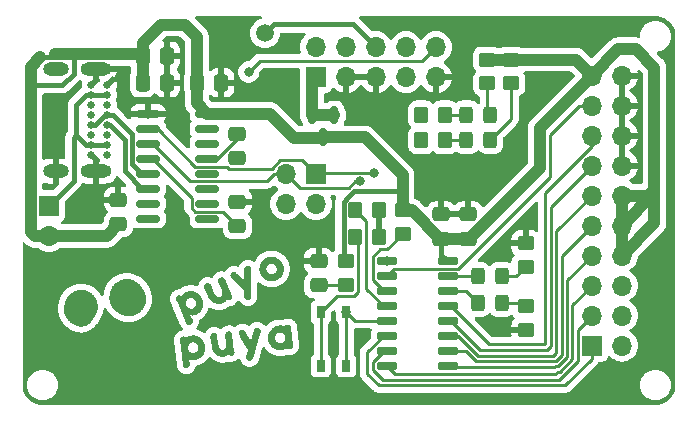
<source format=gbr>
%TF.GenerationSoftware,KiCad,Pcbnew,7.0.6*%
%TF.CreationDate,2023-07-24T13:39:50-06:00*%
%TF.ProjectId,PuyoPuya,5075796f-5075-4796-912e-6b696361645f,rev?*%
%TF.SameCoordinates,Original*%
%TF.FileFunction,Copper,L1,Top*%
%TF.FilePolarity,Positive*%
%FSLAX46Y46*%
G04 Gerber Fmt 4.6, Leading zero omitted, Abs format (unit mm)*
G04 Created by KiCad (PCBNEW 7.0.6) date 2023-07-24 13:39:50*
%MOMM*%
%LPD*%
G01*
G04 APERTURE LIST*
G04 Aperture macros list*
%AMRoundRect*
0 Rectangle with rounded corners*
0 $1 Rounding radius*
0 $2 $3 $4 $5 $6 $7 $8 $9 X,Y pos of 4 corners*
0 Add a 4 corners polygon primitive as box body*
4,1,4,$2,$3,$4,$5,$6,$7,$8,$9,$2,$3,0*
0 Add four circle primitives for the rounded corners*
1,1,$1+$1,$2,$3*
1,1,$1+$1,$4,$5*
1,1,$1+$1,$6,$7*
1,1,$1+$1,$8,$9*
0 Add four rect primitives between the rounded corners*
20,1,$1+$1,$2,$3,$4,$5,0*
20,1,$1+$1,$4,$5,$6,$7,0*
20,1,$1+$1,$6,$7,$8,$9,0*
20,1,$1+$1,$8,$9,$2,$3,0*%
G04 Aperture macros list end*
%TA.AperFunction,NonConductor*%
%ADD10C,0.000000*%
%TD*%
%TA.AperFunction,ComponentPad*%
%ADD11O,1.700000X1.700000*%
%TD*%
%TA.AperFunction,ComponentPad*%
%ADD12R,1.700000X1.700000*%
%TD*%
%TA.AperFunction,ComponentPad*%
%ADD13C,0.660400*%
%TD*%
%TA.AperFunction,ComponentPad*%
%ADD14O,2.616200X1.117600*%
%TD*%
%TA.AperFunction,ComponentPad*%
%ADD15O,2.200000X1.120000*%
%TD*%
%TA.AperFunction,SMDPad,CuDef*%
%ADD16RoundRect,0.250000X0.450000X-0.350000X0.450000X0.350000X-0.450000X0.350000X-0.450000X-0.350000X0*%
%TD*%
%TA.AperFunction,SMDPad,CuDef*%
%ADD17RoundRect,0.150000X-0.150000X0.587500X-0.150000X-0.587500X0.150000X-0.587500X0.150000X0.587500X0*%
%TD*%
%TA.AperFunction,SMDPad,CuDef*%
%ADD18RoundRect,0.250000X0.475000X-0.337500X0.475000X0.337500X-0.475000X0.337500X-0.475000X-0.337500X0*%
%TD*%
%TA.AperFunction,SMDPad,CuDef*%
%ADD19RoundRect,0.250000X-0.450000X0.350000X-0.450000X-0.350000X0.450000X-0.350000X0.450000X0.350000X0*%
%TD*%
%TA.AperFunction,SMDPad,CuDef*%
%ADD20RoundRect,0.250000X-0.350000X-0.450000X0.350000X-0.450000X0.350000X0.450000X-0.350000X0.450000X0*%
%TD*%
%TA.AperFunction,SMDPad,CuDef*%
%ADD21RoundRect,0.150000X-0.725000X-0.150000X0.725000X-0.150000X0.725000X0.150000X-0.725000X0.150000X0*%
%TD*%
%TA.AperFunction,SMDPad,CuDef*%
%ADD22R,0.711200X0.990600*%
%TD*%
%TA.AperFunction,SMDPad,CuDef*%
%ADD23RoundRect,0.250000X-0.337500X-0.475000X0.337500X-0.475000X0.337500X0.475000X-0.337500X0.475000X0*%
%TD*%
%TA.AperFunction,SMDPad,CuDef*%
%ADD24RoundRect,0.250000X-0.475000X0.337500X-0.475000X-0.337500X0.475000X-0.337500X0.475000X0.337500X0*%
%TD*%
%TA.AperFunction,SMDPad,CuDef*%
%ADD25RoundRect,0.250000X0.325000X0.450000X-0.325000X0.450000X-0.325000X-0.450000X0.325000X-0.450000X0*%
%TD*%
%TA.AperFunction,SMDPad,CuDef*%
%ADD26C,1.500000*%
%TD*%
%TA.AperFunction,SMDPad,CuDef*%
%ADD27RoundRect,0.250000X-0.325000X-0.450000X0.325000X-0.450000X0.325000X0.450000X-0.325000X0.450000X0*%
%TD*%
%TA.AperFunction,SMDPad,CuDef*%
%ADD28RoundRect,0.150000X-0.850000X-0.150000X0.850000X-0.150000X0.850000X0.150000X-0.850000X0.150000X0*%
%TD*%
%TA.AperFunction,ViaPad*%
%ADD29C,0.800000*%
%TD*%
%TA.AperFunction,Conductor*%
%ADD30C,0.400000*%
%TD*%
%TA.AperFunction,Conductor*%
%ADD31C,0.250000*%
%TD*%
%TA.AperFunction,Conductor*%
%ADD32C,1.000000*%
%TD*%
G04 APERTURE END LIST*
D10*
%TA.AperFunction,NonConductor*%
G36*
X128411508Y-73437696D02*
G01*
X128429159Y-73439848D01*
X128446548Y-73443224D01*
X128463673Y-73447824D01*
X128480534Y-73453649D01*
X128497132Y-73460699D01*
X128513467Y-73468973D01*
X128529538Y-73478471D01*
X128545346Y-73489194D01*
X128560891Y-73501141D01*
X128576172Y-73514313D01*
X128591189Y-73528710D01*
X128605944Y-73544330D01*
X128620434Y-73561176D01*
X128626140Y-73570588D01*
X128631543Y-73579948D01*
X128636641Y-73589256D01*
X128641436Y-73598510D01*
X128645926Y-73607712D01*
X128650112Y-73616861D01*
X128653993Y-73625957D01*
X128657570Y-73635001D01*
X128660842Y-73643991D01*
X128663810Y-73652928D01*
X128666472Y-73661812D01*
X128668829Y-73670643D01*
X128670881Y-73679420D01*
X128672627Y-73688144D01*
X128674068Y-73696815D01*
X128675203Y-73705432D01*
X128675960Y-73715057D01*
X128676142Y-73725625D01*
X128675749Y-73737136D01*
X128674781Y-73749590D01*
X128673237Y-73762988D01*
X128671117Y-73777330D01*
X128668420Y-73792615D01*
X128665148Y-73808844D01*
X128661299Y-73826017D01*
X128656873Y-73844133D01*
X128651870Y-73863193D01*
X128646291Y-73883198D01*
X128640133Y-73904146D01*
X128633399Y-73926039D01*
X128618196Y-73972656D01*
X128003737Y-76040724D01*
X127994956Y-76060238D01*
X127985365Y-76078651D01*
X127974963Y-76095962D01*
X127963750Y-76112171D01*
X127951727Y-76127279D01*
X127945411Y-76134420D01*
X127938892Y-76141286D01*
X127932171Y-76147876D01*
X127925248Y-76154191D01*
X127918121Y-76160231D01*
X127910792Y-76165996D01*
X127903260Y-76171485D01*
X127895525Y-76176699D01*
X127887588Y-76181637D01*
X127879447Y-76186301D01*
X127871104Y-76190689D01*
X127862559Y-76194802D01*
X127844859Y-76202202D01*
X127826347Y-76208501D01*
X127807025Y-76213699D01*
X127786891Y-76217797D01*
X127765945Y-76220794D01*
X127746964Y-76222429D01*
X127728275Y-76222942D01*
X127709879Y-76222332D01*
X127691775Y-76220599D01*
X127673964Y-76217743D01*
X127656445Y-76213765D01*
X127639219Y-76208664D01*
X127622284Y-76202441D01*
X127605643Y-76195095D01*
X127589294Y-76186627D01*
X127573237Y-76177037D01*
X127557473Y-76166325D01*
X127542001Y-76154491D01*
X127526822Y-76141535D01*
X127511935Y-76127457D01*
X127497340Y-76112257D01*
X127490230Y-76102429D01*
X127483506Y-76092609D01*
X127477169Y-76082797D01*
X127471220Y-76072993D01*
X127465658Y-76063197D01*
X127460483Y-76053408D01*
X127455694Y-76043627D01*
X127451293Y-76033854D01*
X127447278Y-76024089D01*
X127443650Y-76014332D01*
X127440409Y-76004582D01*
X127437554Y-75994840D01*
X127435085Y-75985106D01*
X127433003Y-75975380D01*
X127431308Y-75965662D01*
X127429998Y-75955951D01*
X127429206Y-75945014D01*
X127429188Y-75932706D01*
X127429943Y-75919025D01*
X127431471Y-75903974D01*
X127433774Y-75887552D01*
X127436849Y-75869759D01*
X127440699Y-75850595D01*
X127445321Y-75830061D01*
X127450718Y-75808157D01*
X127456888Y-75784882D01*
X127463831Y-75760238D01*
X127471548Y-75734225D01*
X127489303Y-75678090D01*
X127510152Y-75616480D01*
X127593685Y-75326015D01*
X127593447Y-75323778D01*
X127036663Y-74348364D01*
X126890449Y-74087335D01*
X126832353Y-73977418D01*
X126829857Y-73969489D01*
X126827620Y-73961952D01*
X126825640Y-73954808D01*
X126823918Y-73948057D01*
X126822452Y-73941700D01*
X126821243Y-73935734D01*
X126820289Y-73930162D01*
X126819590Y-73924983D01*
X126818064Y-73911649D01*
X126816370Y-73891334D01*
X126815984Y-73871414D01*
X126816906Y-73851887D01*
X126819137Y-73832754D01*
X126822676Y-73814015D01*
X126827524Y-73795670D01*
X126833680Y-73777718D01*
X126841145Y-73760160D01*
X126849918Y-73742995D01*
X126860001Y-73726223D01*
X126871392Y-73709845D01*
X126884093Y-73693860D01*
X126898102Y-73678268D01*
X126913421Y-73663070D01*
X126930049Y-73648264D01*
X126947986Y-73633852D01*
X126955806Y-73628877D01*
X126963588Y-73624170D01*
X126971330Y-73619729D01*
X126979033Y-73615556D01*
X126986697Y-73611650D01*
X126994321Y-73608012D01*
X127001906Y-73604641D01*
X127009451Y-73601538D01*
X127016957Y-73598703D01*
X127024423Y-73596136D01*
X127031849Y-73593837D01*
X127039236Y-73591806D01*
X127046582Y-73590044D01*
X127053889Y-73588550D01*
X127061155Y-73587325D01*
X127068382Y-73586369D01*
X127095005Y-73583273D01*
X127112899Y-73581795D01*
X127130540Y-73581487D01*
X127147930Y-73582349D01*
X127165067Y-73584381D01*
X127181953Y-73587582D01*
X127198587Y-73591953D01*
X127214968Y-73597494D01*
X127231098Y-73604204D01*
X127246977Y-73612085D01*
X127262603Y-73621135D01*
X127277979Y-73631355D01*
X127293102Y-73642745D01*
X127307975Y-73655305D01*
X127322595Y-73669034D01*
X127336965Y-73683933D01*
X127351084Y-73700002D01*
X127426861Y-73829502D01*
X127531744Y-74011839D01*
X127828810Y-74535059D01*
X127831049Y-74534773D01*
X128029211Y-73862654D01*
X128085847Y-73678086D01*
X128114180Y-73594513D01*
X128125297Y-73577725D01*
X128136750Y-73561899D01*
X128148541Y-73547037D01*
X128160670Y-73533138D01*
X128173136Y-73520201D01*
X128185940Y-73508227D01*
X128199081Y-73497215D01*
X128212561Y-73487166D01*
X128226380Y-73478079D01*
X128240536Y-73469954D01*
X128255031Y-73462791D01*
X128269865Y-73456589D01*
X128285037Y-73451350D01*
X128300548Y-73447071D01*
X128316399Y-73443754D01*
X128332588Y-73441399D01*
X128356973Y-73438589D01*
X128375414Y-73437067D01*
X128393593Y-73436769D01*
X128411508Y-73437696D01*
G37*
%TD.AperFunction*%
%TA.AperFunction,NonConductor*%
G36*
X113588800Y-70205600D02*
G01*
X113714662Y-70222911D01*
X113845011Y-70251817D01*
X113977421Y-70293307D01*
X114043642Y-70319081D01*
X114109469Y-70348372D01*
X114174600Y-70381305D01*
X114238731Y-70418003D01*
X114301559Y-70458590D01*
X114362782Y-70503190D01*
X114422096Y-70551927D01*
X114479199Y-70604924D01*
X114533786Y-70662305D01*
X114585557Y-70724195D01*
X114634206Y-70790716D01*
X114679432Y-70861992D01*
X114720931Y-70938149D01*
X114758400Y-71019308D01*
X114791536Y-71105595D01*
X114820037Y-71197132D01*
X114843598Y-71294044D01*
X114861918Y-71396455D01*
X114874693Y-71504487D01*
X114881621Y-71618266D01*
X114881495Y-71670669D01*
X114877780Y-71726279D01*
X114859907Y-71845865D01*
X114828651Y-71974510D01*
X114784663Y-72109700D01*
X114728593Y-72248920D01*
X114661092Y-72389657D01*
X114582811Y-72529396D01*
X114494400Y-72665623D01*
X114396509Y-72795824D01*
X114289789Y-72917484D01*
X114233322Y-72974325D01*
X114174891Y-73028089D01*
X114114579Y-73078460D01*
X114052466Y-73125124D01*
X113988633Y-73167768D01*
X113923163Y-73206076D01*
X113856136Y-73239735D01*
X113787633Y-73268431D01*
X113717737Y-73291848D01*
X113646527Y-73309673D01*
X113574087Y-73321592D01*
X113500496Y-73327289D01*
X113428539Y-73324757D01*
X113342527Y-73312652D01*
X113244902Y-73290641D01*
X113138103Y-73258392D01*
X113024573Y-73215571D01*
X112906752Y-73161846D01*
X112787083Y-73096884D01*
X112668005Y-73020352D01*
X112609451Y-72977644D01*
X112551961Y-72931918D01*
X112495839Y-72883133D01*
X112441391Y-72831248D01*
X112388922Y-72776220D01*
X112338737Y-72718009D01*
X112291141Y-72656573D01*
X112246440Y-72591869D01*
X112204938Y-72523857D01*
X112166941Y-72452495D01*
X112132753Y-72377742D01*
X112102681Y-72299555D01*
X112077029Y-72217893D01*
X112056102Y-72132714D01*
X112040206Y-72043978D01*
X112029645Y-71951641D01*
X112022769Y-71805556D01*
X112026417Y-71659866D01*
X112040733Y-71515558D01*
X112065857Y-71373617D01*
X112101934Y-71235026D01*
X112149105Y-71100770D01*
X112176896Y-71035576D01*
X112207513Y-70971836D01*
X112240976Y-70909671D01*
X112277301Y-70849206D01*
X112316507Y-70790563D01*
X112358611Y-70733866D01*
X112403631Y-70679238D01*
X112451586Y-70626801D01*
X112502492Y-70576680D01*
X112556367Y-70528996D01*
X112613230Y-70483873D01*
X112673098Y-70441435D01*
X112735990Y-70401804D01*
X112801922Y-70365103D01*
X112870913Y-70331455D01*
X112942980Y-70300984D01*
X113018142Y-70273813D01*
X113096416Y-70250065D01*
X113177819Y-70229862D01*
X113262371Y-70213329D01*
X113360230Y-70201799D01*
X113469848Y-70198893D01*
X113588800Y-70205600D01*
G37*
%TD.AperFunction*%
%TA.AperFunction,NonConductor*%
G36*
X125377048Y-69139725D02*
G01*
X125398083Y-69141818D01*
X125419078Y-69145634D01*
X125440034Y-69151176D01*
X125460952Y-69158442D01*
X125481830Y-69167432D01*
X125502669Y-69178147D01*
X125523469Y-69190587D01*
X125544230Y-69204751D01*
X125564951Y-69220640D01*
X125585634Y-69238253D01*
X125593512Y-69248692D01*
X125600896Y-69259040D01*
X125607785Y-69269297D01*
X125614179Y-69279461D01*
X125620081Y-69289531D01*
X125625490Y-69299506D01*
X125630406Y-69309386D01*
X125634831Y-69319168D01*
X126225190Y-70698340D01*
X126233356Y-70719360D01*
X126239837Y-70740341D01*
X126244631Y-70761285D01*
X126247738Y-70782191D01*
X126249159Y-70803059D01*
X126248894Y-70823890D01*
X126246942Y-70844683D01*
X126243305Y-70865439D01*
X126237981Y-70886157D01*
X126230972Y-70906838D01*
X126222276Y-70927482D01*
X126211895Y-70948088D01*
X126199828Y-70968658D01*
X126186075Y-70989190D01*
X126170637Y-71009685D01*
X126153513Y-71030144D01*
X126142086Y-71039585D01*
X126130949Y-71048296D01*
X126120104Y-71056278D01*
X126109550Y-71063529D01*
X126099289Y-71070047D01*
X126094268Y-71073032D01*
X126089321Y-71075833D01*
X126084447Y-71078450D01*
X126079646Y-71080883D01*
X126074919Y-71083133D01*
X126070266Y-71085198D01*
X126053774Y-71091507D01*
X126037141Y-71096378D01*
X126020368Y-71099811D01*
X126003454Y-71101807D01*
X125986398Y-71102364D01*
X125969202Y-71101484D01*
X125951865Y-71099165D01*
X125934386Y-71095408D01*
X125916767Y-71090213D01*
X125899006Y-71083579D01*
X125881104Y-71075508D01*
X125863060Y-71065997D01*
X125844875Y-71055049D01*
X125826548Y-71042661D01*
X125808079Y-71028835D01*
X125789469Y-71013571D01*
X125774948Y-71043018D01*
X125759691Y-71071281D01*
X125743699Y-71098359D01*
X125726972Y-71124254D01*
X125709510Y-71148964D01*
X125691313Y-71172490D01*
X125672381Y-71194831D01*
X125652714Y-71215989D01*
X125632313Y-71235961D01*
X125611178Y-71254750D01*
X125589308Y-71272354D01*
X125566705Y-71288774D01*
X125543367Y-71304010D01*
X125519296Y-71318062D01*
X125494491Y-71330929D01*
X125468953Y-71342611D01*
X125415941Y-71363338D01*
X125362598Y-71380279D01*
X125308924Y-71393435D01*
X125254918Y-71402806D01*
X125200582Y-71408391D01*
X125145915Y-71410191D01*
X125090917Y-71408205D01*
X125035589Y-71402434D01*
X124979930Y-71392878D01*
X124923941Y-71379535D01*
X124867622Y-71362407D01*
X124810973Y-71341493D01*
X124753994Y-71316793D01*
X124696686Y-71288307D01*
X124639048Y-71256035D01*
X124581080Y-71219977D01*
X124550752Y-71197220D01*
X124521382Y-71173597D01*
X124492971Y-71149107D01*
X124465519Y-71123752D01*
X124439025Y-71097532D01*
X124413489Y-71070446D01*
X124388911Y-71042494D01*
X124365291Y-71013677D01*
X124342628Y-70983996D01*
X124320923Y-70953449D01*
X124300176Y-70922038D01*
X124280386Y-70889762D01*
X124261553Y-70856621D01*
X124243677Y-70822616D01*
X124226758Y-70787747D01*
X124210796Y-70752014D01*
X123909424Y-70048069D01*
X123902006Y-70029075D01*
X123896003Y-70010064D01*
X123891415Y-69991035D01*
X123888243Y-69971988D01*
X123886486Y-69952923D01*
X123886145Y-69933840D01*
X123887218Y-69914740D01*
X123889708Y-69895621D01*
X123893612Y-69876485D01*
X123898932Y-69857331D01*
X123905667Y-69838159D01*
X123913818Y-69818969D01*
X123923384Y-69799761D01*
X123934365Y-69780535D01*
X123946762Y-69761292D01*
X123960574Y-69742030D01*
X123965391Y-69736152D01*
X123970376Y-69730446D01*
X123975531Y-69724914D01*
X123980854Y-69719555D01*
X123986346Y-69714369D01*
X123992006Y-69709357D01*
X123997836Y-69704518D01*
X124003835Y-69699852D01*
X124010003Y-69695361D01*
X124016340Y-69691042D01*
X124022847Y-69686898D01*
X124029522Y-69682927D01*
X124036367Y-69679130D01*
X124043382Y-69675507D01*
X124050566Y-69672058D01*
X124057919Y-69668783D01*
X124057920Y-69668783D01*
X124057920Y-69668784D01*
X124057921Y-69668784D01*
X124080495Y-69659164D01*
X124099745Y-69651669D01*
X124119006Y-69645669D01*
X124138281Y-69641163D01*
X124157568Y-69638151D01*
X124176867Y-69636633D01*
X124196180Y-69636609D01*
X124215504Y-69638079D01*
X124234842Y-69641043D01*
X124254192Y-69645500D01*
X124273556Y-69651450D01*
X124292932Y-69658894D01*
X124312321Y-69667830D01*
X124331724Y-69678260D01*
X124351139Y-69690182D01*
X124370568Y-69703597D01*
X124390010Y-69718505D01*
X124395493Y-69723748D01*
X124400799Y-69729066D01*
X124405928Y-69734459D01*
X124410880Y-69739928D01*
X124415655Y-69745471D01*
X124420253Y-69751089D01*
X124424674Y-69756783D01*
X124428919Y-69762552D01*
X124432988Y-69768396D01*
X124436880Y-69774315D01*
X124440596Y-69780311D01*
X124444137Y-69786381D01*
X124447501Y-69792528D01*
X124450690Y-69798749D01*
X124453704Y-69805047D01*
X124456542Y-69811421D01*
X124725337Y-70439451D01*
X124737538Y-70467269D01*
X124749763Y-70493766D01*
X124762011Y-70518945D01*
X124774282Y-70542804D01*
X124786578Y-70565343D01*
X124798897Y-70586564D01*
X124811240Y-70606464D01*
X124823606Y-70625046D01*
X124835997Y-70642308D01*
X124848412Y-70658251D01*
X124860851Y-70672874D01*
X124873314Y-70686179D01*
X124885802Y-70698163D01*
X124898313Y-70708829D01*
X124910849Y-70718175D01*
X124923410Y-70726201D01*
X124945066Y-70741042D01*
X124966384Y-70754473D01*
X124987365Y-70766492D01*
X125008009Y-70777100D01*
X125028316Y-70786298D01*
X125048285Y-70794085D01*
X125067916Y-70800461D01*
X125087210Y-70805425D01*
X125106167Y-70808980D01*
X125124785Y-70811123D01*
X125143066Y-70811855D01*
X125161009Y-70811176D01*
X125178613Y-70809087D01*
X125195880Y-70805586D01*
X125212809Y-70800675D01*
X125229400Y-70794353D01*
X125258118Y-70782065D01*
X125267478Y-70777815D01*
X125276573Y-70773189D01*
X125285403Y-70768187D01*
X125293969Y-70762811D01*
X125302269Y-70757059D01*
X125310305Y-70750932D01*
X125318076Y-70744430D01*
X125325582Y-70737552D01*
X125332823Y-70730299D01*
X125339799Y-70722672D01*
X125346510Y-70714669D01*
X125352956Y-70706291D01*
X125359137Y-70697537D01*
X125365054Y-70688409D01*
X125370705Y-70678906D01*
X125376092Y-70669027D01*
X125381213Y-70658774D01*
X125386070Y-70648145D01*
X125390661Y-70637142D01*
X125394988Y-70625763D01*
X125399049Y-70614010D01*
X125402846Y-70601881D01*
X125406377Y-70589378D01*
X125409644Y-70576499D01*
X125412645Y-70563246D01*
X125415382Y-70549618D01*
X125417853Y-70535615D01*
X125420059Y-70521237D01*
X125423677Y-70491357D01*
X125426234Y-70459977D01*
X125426314Y-70447121D01*
X125425823Y-70433771D01*
X125424760Y-70419926D01*
X125423126Y-70405587D01*
X125420919Y-70390753D01*
X125418141Y-70375424D01*
X125414791Y-70359601D01*
X125410869Y-70343284D01*
X125406375Y-70326472D01*
X125401309Y-70309166D01*
X125395671Y-70291365D01*
X125389460Y-70273070D01*
X125382677Y-70254280D01*
X125375322Y-70234996D01*
X125367394Y-70215217D01*
X125358893Y-70194944D01*
X125082191Y-69548482D01*
X125074433Y-69528449D01*
X125068288Y-69508370D01*
X125063753Y-69488247D01*
X125060831Y-69468079D01*
X125059521Y-69447866D01*
X125059822Y-69427608D01*
X125061735Y-69407304D01*
X125065260Y-69386956D01*
X125070397Y-69366563D01*
X125077146Y-69346124D01*
X125085506Y-69325640D01*
X125095478Y-69305110D01*
X125107062Y-69284535D01*
X125120258Y-69263915D01*
X125135065Y-69243249D01*
X125151485Y-69222537D01*
X125162709Y-69213755D01*
X125173807Y-69205554D01*
X125184778Y-69197936D01*
X125195621Y-69190902D01*
X125206334Y-69184453D01*
X125216917Y-69178589D01*
X125227368Y-69173313D01*
X125232544Y-69170896D01*
X125237686Y-69168625D01*
X125250021Y-69163387D01*
X125271290Y-69155132D01*
X125292520Y-69148601D01*
X125313711Y-69143795D01*
X125334862Y-69140714D01*
X125355975Y-69139357D01*
X125377048Y-69139725D01*
G37*
%TD.AperFunction*%
%TA.AperFunction,NonConductor*%
G36*
X123020831Y-74064318D02*
G01*
X123077709Y-74069589D01*
X123133808Y-74078320D01*
X123189128Y-74090511D01*
X123243668Y-74106162D01*
X123297428Y-74125274D01*
X123350409Y-74147846D01*
X123402610Y-74173879D01*
X123454031Y-74203371D01*
X123504672Y-74236324D01*
X123554533Y-74272737D01*
X123603615Y-74312610D01*
X123651916Y-74355944D01*
X123699437Y-74402738D01*
X123726895Y-74433363D01*
X123752906Y-74464837D01*
X123777469Y-74497161D01*
X123800584Y-74530335D01*
X123822252Y-74564358D01*
X123842473Y-74599231D01*
X123861246Y-74634954D01*
X123878572Y-74671527D01*
X123894451Y-74708950D01*
X123908883Y-74747223D01*
X123921868Y-74786346D01*
X123933406Y-74826319D01*
X123943497Y-74867143D01*
X123952141Y-74908817D01*
X123959338Y-74951341D01*
X123965089Y-74994716D01*
X123970694Y-75058520D01*
X123972757Y-75121290D01*
X123971279Y-75183026D01*
X123966259Y-75243729D01*
X123957697Y-75303398D01*
X123945593Y-75362034D01*
X123929948Y-75419636D01*
X123910761Y-75476205D01*
X123888032Y-75531739D01*
X123861762Y-75586241D01*
X123831949Y-75639708D01*
X123798595Y-75692142D01*
X123761699Y-75743542D01*
X123721262Y-75793909D01*
X123677283Y-75843242D01*
X123629762Y-75891542D01*
X123599188Y-75918180D01*
X123568047Y-75943390D01*
X123536337Y-75967173D01*
X123504060Y-75989528D01*
X123471216Y-76010456D01*
X123437803Y-76029957D01*
X123403824Y-76048030D01*
X123369277Y-76064677D01*
X123334163Y-76079896D01*
X123298483Y-76093688D01*
X123262235Y-76106054D01*
X123225421Y-76116992D01*
X123188041Y-76126504D01*
X123150094Y-76134589D01*
X123111581Y-76141247D01*
X123072502Y-76146479D01*
X123043177Y-76149312D01*
X123013975Y-76151078D01*
X122984897Y-76151776D01*
X122955943Y-76151408D01*
X122927112Y-76149972D01*
X122898405Y-76147470D01*
X122869821Y-76143900D01*
X122841360Y-76139263D01*
X122813023Y-76133560D01*
X122784810Y-76126789D01*
X122756719Y-76118951D01*
X122728751Y-76110045D01*
X122700907Y-76100073D01*
X122673186Y-76089034D01*
X122645587Y-76076927D01*
X122618112Y-76063754D01*
X122668452Y-76502903D01*
X122670326Y-76526187D01*
X122670538Y-76548905D01*
X122669086Y-76571058D01*
X122665971Y-76592648D01*
X122661193Y-76613672D01*
X122654752Y-76634132D01*
X122646649Y-76654028D01*
X122636883Y-76673359D01*
X122625454Y-76692126D01*
X122612363Y-76710329D01*
X122597609Y-76727968D01*
X122581193Y-76745043D01*
X122563115Y-76761554D01*
X122543375Y-76777501D01*
X122521972Y-76792884D01*
X122498907Y-76807703D01*
X122484256Y-76813070D01*
X122470448Y-76817848D01*
X122457484Y-76822038D01*
X122445364Y-76825640D01*
X122434088Y-76828655D01*
X122423656Y-76831084D01*
X122414068Y-76832926D01*
X122405324Y-76834183D01*
X122383411Y-76836005D01*
X122362018Y-76836400D01*
X122341144Y-76835366D01*
X122320789Y-76832904D01*
X122300954Y-76829015D01*
X122281640Y-76823697D01*
X122262845Y-76816950D01*
X122244572Y-76808775D01*
X122226819Y-76799171D01*
X122209586Y-76788138D01*
X122192875Y-76775677D01*
X122176686Y-76761786D01*
X122161017Y-76746465D01*
X122145871Y-76729716D01*
X122131247Y-76711536D01*
X122117145Y-76691927D01*
X122113151Y-76685577D01*
X122109349Y-76679064D01*
X122105739Y-76672388D01*
X122102322Y-76665550D01*
X122099096Y-76658548D01*
X122096062Y-76651385D01*
X122093220Y-76644058D01*
X122090570Y-76636569D01*
X122088112Y-76628918D01*
X122085846Y-76621104D01*
X122083773Y-76613128D01*
X122081891Y-76604990D01*
X122080201Y-76596690D01*
X122078703Y-76588227D01*
X122077396Y-76579603D01*
X122076282Y-76570817D01*
X121908502Y-75107800D01*
X122511149Y-75107800D01*
X122511446Y-75120563D01*
X122512076Y-75133323D01*
X122513040Y-75146079D01*
X122514337Y-75158833D01*
X122514336Y-75158832D01*
X122518867Y-75190189D01*
X122525154Y-75220482D01*
X122533199Y-75249714D01*
X122543000Y-75277883D01*
X122554559Y-75304990D01*
X122567874Y-75331034D01*
X122582946Y-75356017D01*
X122599775Y-75379937D01*
X122618361Y-75402795D01*
X122638704Y-75424591D01*
X122660804Y-75445325D01*
X122684661Y-75464997D01*
X122710274Y-75483608D01*
X122737645Y-75501156D01*
X122766773Y-75517643D01*
X122797657Y-75533069D01*
X122822776Y-75540193D01*
X122846912Y-75546097D01*
X122870065Y-75550781D01*
X122881273Y-75552665D01*
X122892235Y-75554244D01*
X122902950Y-75555518D01*
X122913419Y-75556487D01*
X122923642Y-75557150D01*
X122933619Y-75557507D01*
X122943349Y-75557559D01*
X122952832Y-75557306D01*
X122962069Y-75556746D01*
X122971060Y-75555881D01*
X123010970Y-75551310D01*
X123034807Y-75547837D01*
X123058079Y-75542954D01*
X123080785Y-75536662D01*
X123102927Y-75528960D01*
X123124504Y-75519848D01*
X123145516Y-75509327D01*
X123165962Y-75497397D01*
X123185843Y-75484058D01*
X123205159Y-75469309D01*
X123223909Y-75453151D01*
X123242094Y-75435584D01*
X123259713Y-75416608D01*
X123276767Y-75396223D01*
X123293255Y-75374429D01*
X123309177Y-75351227D01*
X123324534Y-75326615D01*
X123332037Y-75311364D01*
X123338937Y-75296060D01*
X123345234Y-75280703D01*
X123350929Y-75265294D01*
X123356020Y-75249831D01*
X123360509Y-75234315D01*
X123364394Y-75218746D01*
X123367676Y-75203124D01*
X123370354Y-75187447D01*
X123372430Y-75171718D01*
X123373902Y-75155934D01*
X123374770Y-75140096D01*
X123375035Y-75124205D01*
X123374696Y-75108259D01*
X123373753Y-75092258D01*
X123372206Y-75076203D01*
X123370921Y-75065106D01*
X123370912Y-75064970D01*
X123370912Y-75064836D01*
X123370921Y-75064706D01*
X123370939Y-75064579D01*
X123370966Y-75064456D01*
X123371002Y-75064336D01*
X123371046Y-75064219D01*
X123371100Y-75064106D01*
X123371163Y-75063996D01*
X123371235Y-75063890D01*
X123371316Y-75063786D01*
X123371405Y-75063686D01*
X123371504Y-75063590D01*
X123371612Y-75063497D01*
X123371729Y-75063407D01*
X123371855Y-75063320D01*
X123371990Y-75063237D01*
X123372135Y-75063157D01*
X123372288Y-75063081D01*
X123372450Y-75063008D01*
X123372622Y-75062938D01*
X123372802Y-75062871D01*
X123372992Y-75062808D01*
X123373191Y-75062749D01*
X123373399Y-75062692D01*
X123373616Y-75062639D01*
X123373843Y-75062590D01*
X123374078Y-75062543D01*
X123374323Y-75062500D01*
X123374577Y-75062461D01*
X123375112Y-75062391D01*
X123369920Y-75056248D01*
X123368395Y-75042913D01*
X123364393Y-75015315D01*
X123358814Y-74988512D01*
X123351659Y-74962502D01*
X123342928Y-74937286D01*
X123332621Y-74912865D01*
X123320738Y-74889239D01*
X123307279Y-74866407D01*
X123292244Y-74844370D01*
X123275632Y-74823129D01*
X123257445Y-74802683D01*
X123237681Y-74783034D01*
X123216341Y-74764180D01*
X123193425Y-74746122D01*
X123168933Y-74728860D01*
X123142865Y-74712395D01*
X123115221Y-74696727D01*
X123101345Y-74691242D01*
X123087434Y-74686217D01*
X123073488Y-74681652D01*
X123059508Y-74677548D01*
X123045494Y-74673903D01*
X123031444Y-74670720D01*
X123017360Y-74667997D01*
X123003242Y-74665735D01*
X122989089Y-74663934D01*
X122974901Y-74662594D01*
X122960679Y-74661716D01*
X122946422Y-74661299D01*
X122932131Y-74661343D01*
X122917805Y-74661849D01*
X122903445Y-74662817D01*
X122889050Y-74664247D01*
X122858553Y-74668712D01*
X122829161Y-74675000D01*
X122800872Y-74683111D01*
X122773687Y-74693045D01*
X122747607Y-74704801D01*
X122722630Y-74718380D01*
X122698757Y-74733783D01*
X122675988Y-74751007D01*
X122654323Y-74770055D01*
X122633762Y-74790925D01*
X122614305Y-74813619D01*
X122595951Y-74838134D01*
X122578702Y-74864473D01*
X122562557Y-74892635D01*
X122547515Y-74922619D01*
X122533577Y-74954426D01*
X122529877Y-74967221D01*
X122526510Y-74980014D01*
X122523475Y-74992804D01*
X122520773Y-75005592D01*
X122518404Y-75018378D01*
X122516368Y-75031161D01*
X122514665Y-75043941D01*
X122513296Y-75056718D01*
X122512259Y-75069493D01*
X122511556Y-75082265D01*
X122511186Y-75095034D01*
X122511149Y-75107800D01*
X121908502Y-75107800D01*
X121835919Y-74474888D01*
X121834166Y-74452950D01*
X121833997Y-74431499D01*
X121835411Y-74410534D01*
X121838409Y-74390055D01*
X121842990Y-74370062D01*
X121849155Y-74350555D01*
X121856902Y-74331534D01*
X121866233Y-74312999D01*
X121877146Y-74294949D01*
X121889642Y-74277385D01*
X121903720Y-74260306D01*
X121919381Y-74243712D01*
X121936624Y-74227603D01*
X121955448Y-74211979D01*
X121975855Y-74196840D01*
X121997844Y-74182185D01*
X122009486Y-74177158D01*
X122020909Y-74172648D01*
X122032112Y-74168656D01*
X122043094Y-74165183D01*
X122053855Y-74162227D01*
X122064395Y-74159789D01*
X122074713Y-74157870D01*
X122084807Y-74156468D01*
X122084807Y-74156469D01*
X122115858Y-74152944D01*
X122130524Y-74151821D01*
X122145145Y-74151828D01*
X122159720Y-74152964D01*
X122174249Y-74155229D01*
X122188733Y-74158623D01*
X122203170Y-74163146D01*
X122217562Y-74168798D01*
X122231908Y-74175578D01*
X122246208Y-74183487D01*
X122260463Y-74192524D01*
X122274672Y-74202689D01*
X122288835Y-74213983D01*
X122302952Y-74226404D01*
X122317024Y-74239954D01*
X122331050Y-74254630D01*
X122345030Y-74270435D01*
X122346261Y-74271681D01*
X122347418Y-74272900D01*
X122348502Y-74274092D01*
X122349513Y-74275258D01*
X122350450Y-74276397D01*
X122351314Y-74277510D01*
X122352104Y-74278596D01*
X122352822Y-74279656D01*
X122353466Y-74280690D01*
X122354037Y-74281698D01*
X122354535Y-74282679D01*
X122354961Y-74283635D01*
X122355314Y-74284565D01*
X122355593Y-74285468D01*
X122355801Y-74286346D01*
X122355935Y-74287199D01*
X122358174Y-74286914D01*
X122385001Y-74264247D01*
X122411850Y-74242841D01*
X122438722Y-74222697D01*
X122465616Y-74203814D01*
X122492532Y-74186192D01*
X122519471Y-74169832D01*
X122546432Y-74154733D01*
X122573415Y-74140895D01*
X122600421Y-74128319D01*
X122627449Y-74117004D01*
X122654499Y-74106950D01*
X122681571Y-74098158D01*
X122708666Y-74090627D01*
X122735784Y-74084357D01*
X122762923Y-74079348D01*
X122790085Y-74075601D01*
X122845520Y-74069268D01*
X122904736Y-74064158D01*
X122963173Y-74062508D01*
X123020831Y-74064318D01*
G37*
%TD.AperFunction*%
%TA.AperFunction,NonConductor*%
G36*
X117506686Y-69296508D02*
G01*
X117628820Y-69318932D01*
X117758472Y-69354447D01*
X117893064Y-69403672D01*
X118030017Y-69467225D01*
X118098574Y-69504567D01*
X118166754Y-69545723D01*
X118234235Y-69590770D01*
X118300695Y-69639786D01*
X118365811Y-69692847D01*
X118429262Y-69750030D01*
X118490724Y-69811414D01*
X118549876Y-69877076D01*
X118606396Y-69947092D01*
X118659960Y-70021540D01*
X118710247Y-70100497D01*
X118756934Y-70184040D01*
X118799699Y-70272248D01*
X118838220Y-70365196D01*
X118872174Y-70462963D01*
X118901239Y-70565625D01*
X118925093Y-70673260D01*
X118943414Y-70785945D01*
X118955878Y-70903757D01*
X118962164Y-71026774D01*
X118961653Y-71090986D01*
X118957043Y-71155341D01*
X118948452Y-71219698D01*
X118935993Y-71283914D01*
X118919782Y-71347849D01*
X118899935Y-71411361D01*
X118876568Y-71474307D01*
X118849795Y-71536547D01*
X118819732Y-71597939D01*
X118786494Y-71658341D01*
X118750198Y-71717611D01*
X118710958Y-71775608D01*
X118668890Y-71832190D01*
X118624110Y-71887216D01*
X118576732Y-71940544D01*
X118526872Y-71992032D01*
X118474646Y-72041538D01*
X118420169Y-72088922D01*
X118363556Y-72134041D01*
X118304924Y-72176753D01*
X118244386Y-72216917D01*
X118182060Y-72254392D01*
X118118060Y-72289036D01*
X118052502Y-72320706D01*
X117985501Y-72349262D01*
X117917172Y-72374562D01*
X117847631Y-72396464D01*
X117776994Y-72414826D01*
X117705376Y-72429507D01*
X117632892Y-72440366D01*
X117559659Y-72447260D01*
X117485790Y-72450048D01*
X117389036Y-72445798D01*
X117282009Y-72431231D01*
X117166793Y-72406136D01*
X117045472Y-72370306D01*
X116920130Y-72323531D01*
X116792851Y-72265601D01*
X116665720Y-72196307D01*
X116540820Y-72115440D01*
X116479859Y-72070602D01*
X116420237Y-72022791D01*
X116362215Y-71971983D01*
X116306053Y-71918151D01*
X116252012Y-71861269D01*
X116200353Y-71801310D01*
X116151336Y-71738249D01*
X116105222Y-71672060D01*
X116062271Y-71602715D01*
X116022743Y-71530190D01*
X115986900Y-71454458D01*
X115955001Y-71375492D01*
X115927308Y-71293267D01*
X115904080Y-71207757D01*
X115885579Y-71118934D01*
X115872064Y-71026774D01*
X115864306Y-70945158D01*
X115860120Y-70864197D01*
X115859485Y-70784002D01*
X115862381Y-70704683D01*
X115868789Y-70626352D01*
X115878687Y-70549118D01*
X115892056Y-70473093D01*
X115908875Y-70398386D01*
X115929125Y-70325109D01*
X115952785Y-70253372D01*
X115979835Y-70183285D01*
X116010255Y-70114958D01*
X116044025Y-70048504D01*
X116081125Y-69984031D01*
X116121534Y-69921651D01*
X116165232Y-69861474D01*
X116212199Y-69803611D01*
X116262415Y-69748171D01*
X116315860Y-69695267D01*
X116372514Y-69645008D01*
X116432356Y-69597504D01*
X116495366Y-69552867D01*
X116561524Y-69511207D01*
X116630811Y-69472634D01*
X116703205Y-69437259D01*
X116778687Y-69405192D01*
X116857236Y-69376545D01*
X116938833Y-69351427D01*
X117023457Y-69329949D01*
X117111088Y-69312222D01*
X117201705Y-69298356D01*
X117295290Y-69288462D01*
X117394650Y-69286557D01*
X117506686Y-69296508D01*
G37*
%TD.AperFunction*%
%TA.AperFunction,NonConductor*%
G36*
X129605326Y-67389263D02*
G01*
X129664073Y-67393143D01*
X129723163Y-67400746D01*
X129782595Y-67412074D01*
X129842370Y-67427125D01*
X129902488Y-67445899D01*
X129962948Y-67468398D01*
X130023751Y-67494620D01*
X130084896Y-67524565D01*
X130146384Y-67558235D01*
X130179077Y-67580347D01*
X130210716Y-67603499D01*
X130241303Y-67627691D01*
X130270836Y-67652924D01*
X130299317Y-67679196D01*
X130326744Y-67706507D01*
X130353118Y-67734858D01*
X130378438Y-67764248D01*
X130402704Y-67794678D01*
X130425917Y-67826147D01*
X130448076Y-67858654D01*
X130469180Y-67892201D01*
X130489230Y-67926785D01*
X130508226Y-67962409D01*
X130526167Y-67999071D01*
X130543054Y-68036771D01*
X130567220Y-68097859D01*
X130587445Y-68159003D01*
X130603729Y-68220201D01*
X130616072Y-68281454D01*
X130624473Y-68342762D01*
X130628932Y-68404125D01*
X130629451Y-68465543D01*
X130626028Y-68527016D01*
X130618664Y-68588545D01*
X130607358Y-68650129D01*
X130592111Y-68711768D01*
X130572923Y-68773463D01*
X130549793Y-68835213D01*
X130522722Y-68897019D01*
X130491710Y-68958881D01*
X130456756Y-69020798D01*
X130435626Y-69052191D01*
X130413525Y-69082556D01*
X130390455Y-69111895D01*
X130366414Y-69140207D01*
X130341403Y-69167492D01*
X130315421Y-69193751D01*
X130288469Y-69218983D01*
X130260547Y-69243189D01*
X130231654Y-69266369D01*
X130201791Y-69288522D01*
X130170956Y-69309649D01*
X130139152Y-69329750D01*
X130106376Y-69348825D01*
X130072629Y-69366874D01*
X130037912Y-69383896D01*
X130002223Y-69399893D01*
X129941138Y-69424005D01*
X129879987Y-69444066D01*
X129818770Y-69460076D01*
X129757489Y-69472035D01*
X129696141Y-69479944D01*
X129634729Y-69483801D01*
X129573252Y-69483607D01*
X129511709Y-69479362D01*
X129450102Y-69471065D01*
X129388431Y-69458717D01*
X129326695Y-69442318D01*
X129264894Y-69421867D01*
X129203029Y-69397365D01*
X129141101Y-69368811D01*
X129079108Y-69336205D01*
X129017052Y-69299547D01*
X128986626Y-69278606D01*
X128957178Y-69256716D01*
X128928709Y-69233877D01*
X128901217Y-69210089D01*
X128874703Y-69185352D01*
X128849168Y-69159666D01*
X128824610Y-69133031D01*
X128801031Y-69105446D01*
X128778430Y-69076912D01*
X128756808Y-69047429D01*
X128736164Y-69016996D01*
X128716499Y-68985613D01*
X128697813Y-68953281D01*
X128680105Y-68919999D01*
X128663376Y-68885768D01*
X128647625Y-68850587D01*
X128640576Y-68834156D01*
X128615487Y-68770523D01*
X128594689Y-68706854D01*
X128578183Y-68643150D01*
X128565969Y-68579411D01*
X128558047Y-68515635D01*
X128554416Y-68451825D01*
X128554565Y-68437487D01*
X129153164Y-68437487D01*
X129155191Y-68460856D01*
X129158092Y-68483779D01*
X129161868Y-68506255D01*
X129166517Y-68528284D01*
X129172039Y-68549867D01*
X129178433Y-68571004D01*
X129181957Y-68581405D01*
X129185699Y-68591694D01*
X129189659Y-68601872D01*
X129193837Y-68611938D01*
X129204786Y-68635791D01*
X129216773Y-68658611D01*
X129229797Y-68680399D01*
X129243861Y-68701155D01*
X129258962Y-68720879D01*
X129275101Y-68739570D01*
X129292278Y-68757229D01*
X129310494Y-68773857D01*
X129329747Y-68789452D01*
X129350039Y-68804016D01*
X129371369Y-68817548D01*
X129393736Y-68830048D01*
X129417142Y-68841516D01*
X129441586Y-68851953D01*
X129467068Y-68861358D01*
X129493588Y-68869732D01*
X129511467Y-68873836D01*
X129529137Y-68877271D01*
X129546597Y-68880037D01*
X129563847Y-68882135D01*
X129580887Y-68883565D01*
X129597718Y-68884325D01*
X129614338Y-68884417D01*
X129630749Y-68883841D01*
X129646949Y-68882596D01*
X129662940Y-68880682D01*
X129678721Y-68878100D01*
X129694292Y-68874849D01*
X129709653Y-68870929D01*
X129724804Y-68866341D01*
X129739746Y-68861084D01*
X129754477Y-68855159D01*
X129783196Y-68842871D01*
X129795862Y-68837197D01*
X129808206Y-68831158D01*
X129820228Y-68824755D01*
X129831927Y-68817986D01*
X129843305Y-68810853D01*
X129854359Y-68803356D01*
X129865092Y-68795493D01*
X129875503Y-68787265D01*
X129885591Y-68778673D01*
X129895357Y-68769716D01*
X129904801Y-68760394D01*
X129913922Y-68750708D01*
X129922722Y-68740656D01*
X129931199Y-68730240D01*
X129939354Y-68719459D01*
X129947187Y-68708313D01*
X129954697Y-68696802D01*
X129961886Y-68684926D01*
X129968752Y-68672686D01*
X129975296Y-68660080D01*
X129981519Y-68647110D01*
X129987419Y-68633775D01*
X129998252Y-68606009D01*
X130007797Y-68576784D01*
X130016054Y-68546099D01*
X130023023Y-68513955D01*
X130028703Y-68480350D01*
X130029357Y-68466081D01*
X130029622Y-68451922D01*
X130029499Y-68437873D01*
X130028987Y-68423932D01*
X130028086Y-68410101D01*
X130026796Y-68396380D01*
X130025116Y-68382767D01*
X130023047Y-68369265D01*
X130020589Y-68355871D01*
X130017741Y-68342587D01*
X130014503Y-68329413D01*
X130010875Y-68316347D01*
X130006857Y-68303391D01*
X130002449Y-68290545D01*
X129997650Y-68277808D01*
X129992461Y-68265180D01*
X129979491Y-68237187D01*
X129965176Y-68210660D01*
X129949515Y-68185600D01*
X129932508Y-68162007D01*
X129923500Y-68150760D01*
X129914156Y-68139880D01*
X129904475Y-68129367D01*
X129894458Y-68119220D01*
X129884104Y-68109440D01*
X129873415Y-68100027D01*
X129862389Y-68090980D01*
X129851026Y-68082300D01*
X129839328Y-68073987D01*
X129827293Y-68066040D01*
X129802215Y-68051247D01*
X129775792Y-68037921D01*
X129748024Y-68026061D01*
X129718912Y-68015668D01*
X129688455Y-68006742D01*
X129656654Y-67999282D01*
X129623509Y-67993289D01*
X129609881Y-67992073D01*
X129596321Y-67991282D01*
X129582828Y-67990917D01*
X129569404Y-67990976D01*
X129556048Y-67991461D01*
X129542760Y-67992372D01*
X129529540Y-67993707D01*
X129516388Y-67995468D01*
X129503305Y-67997654D01*
X129490289Y-68000265D01*
X129477342Y-68003302D01*
X129464462Y-68006764D01*
X129451651Y-68010651D01*
X129438908Y-68014964D01*
X129426232Y-68019701D01*
X129413625Y-68024864D01*
X129398583Y-68031600D01*
X129383985Y-68038732D01*
X129369833Y-68046262D01*
X129356127Y-68054190D01*
X129342866Y-68062514D01*
X129330050Y-68071236D01*
X129317680Y-68080356D01*
X129305755Y-68089873D01*
X129294275Y-68099787D01*
X129283241Y-68110098D01*
X129272652Y-68120807D01*
X129262508Y-68131913D01*
X129252810Y-68143417D01*
X129243557Y-68155318D01*
X129234750Y-68167617D01*
X129226387Y-68180312D01*
X129218471Y-68193406D01*
X129210999Y-68206896D01*
X129203973Y-68220784D01*
X129197393Y-68235069D01*
X129191257Y-68249752D01*
X129185568Y-68264832D01*
X129180323Y-68280309D01*
X129175524Y-68296184D01*
X129171170Y-68312456D01*
X129167262Y-68329126D01*
X129163799Y-68346192D01*
X129160781Y-68363657D01*
X129156082Y-68399777D01*
X129153164Y-68437487D01*
X128554565Y-68437487D01*
X128555078Y-68387979D01*
X128560031Y-68324098D01*
X128569276Y-68260182D01*
X128582813Y-68196231D01*
X128600642Y-68132244D01*
X128622762Y-68068223D01*
X128649174Y-68004167D01*
X128679879Y-67940076D01*
X128714875Y-67875950D01*
X128754163Y-67811790D01*
X128775240Y-67784243D01*
X128796893Y-67757643D01*
X128819124Y-67731991D01*
X128841932Y-67707287D01*
X128865316Y-67683531D01*
X128889278Y-67660722D01*
X128913816Y-67638862D01*
X128938930Y-67617950D01*
X128964621Y-67597987D01*
X128990888Y-67578971D01*
X129017732Y-67560904D01*
X129045152Y-67543786D01*
X129073149Y-67527616D01*
X129101721Y-67512394D01*
X129130870Y-67498121D01*
X129160595Y-67484797D01*
X129203694Y-67466366D01*
X129260042Y-67444180D01*
X129316733Y-67425718D01*
X129373766Y-67410980D01*
X129431142Y-67399965D01*
X129488861Y-67392674D01*
X129546922Y-67389106D01*
X129605326Y-67389263D01*
G37*
%TD.AperFunction*%
%TA.AperFunction,NonConductor*%
G36*
X131002086Y-73141503D02*
G01*
X131020424Y-73143883D01*
X131038456Y-73147581D01*
X131056183Y-73152595D01*
X131073605Y-73158927D01*
X131090722Y-73166576D01*
X131107533Y-73175541D01*
X131124039Y-73185822D01*
X131140240Y-73197420D01*
X131156135Y-73210333D01*
X131171725Y-73224562D01*
X131187009Y-73240107D01*
X131201988Y-73256967D01*
X131216660Y-73275143D01*
X131221311Y-73282513D01*
X131225728Y-73289980D01*
X131229911Y-73297542D01*
X131233859Y-73305202D01*
X131237572Y-73312957D01*
X131241052Y-73320810D01*
X131244297Y-73328759D01*
X131247307Y-73336805D01*
X131250083Y-73344948D01*
X131252624Y-73353189D01*
X131254932Y-73361527D01*
X131257004Y-73369962D01*
X131258843Y-73378495D01*
X131260447Y-73387126D01*
X131261816Y-73395855D01*
X131262951Y-73404682D01*
X131433640Y-74892868D01*
X131435506Y-74916152D01*
X131435712Y-74938872D01*
X131434256Y-74961027D01*
X131431138Y-74982619D01*
X131426359Y-75003647D01*
X131419919Y-75024110D01*
X131411817Y-75044008D01*
X131402053Y-75063342D01*
X131390626Y-75082111D01*
X131377538Y-75100315D01*
X131362788Y-75117954D01*
X131346374Y-75135028D01*
X131328299Y-75151536D01*
X131308560Y-75167479D01*
X131287159Y-75182857D01*
X131264095Y-75197668D01*
X131249412Y-75202513D01*
X131235653Y-75206830D01*
X131222817Y-75210621D01*
X131210904Y-75213884D01*
X131199912Y-75216621D01*
X131189842Y-75218832D01*
X131180693Y-75220515D01*
X131172464Y-75221671D01*
X131153541Y-75223361D01*
X131135028Y-75224038D01*
X131116926Y-75223701D01*
X131099233Y-75222351D01*
X131081951Y-75219989D01*
X131065078Y-75216613D01*
X131048617Y-75212225D01*
X131032566Y-75206824D01*
X131016925Y-75200411D01*
X131001696Y-75192985D01*
X130986878Y-75184548D01*
X130972471Y-75175098D01*
X130958475Y-75164637D01*
X130944890Y-75153164D01*
X130931718Y-75140679D01*
X130918957Y-75127183D01*
X130890409Y-75144606D01*
X130862450Y-75161046D01*
X130835080Y-75176505D01*
X130808300Y-75190983D01*
X130782109Y-75204482D01*
X130756508Y-75217001D01*
X130731496Y-75228541D01*
X130707073Y-75239103D01*
X130675103Y-75251198D01*
X130642591Y-75262231D01*
X130609538Y-75272200D01*
X130575944Y-75281108D01*
X130541806Y-75288953D01*
X130507126Y-75295735D01*
X130471902Y-75301454D01*
X130436134Y-75306111D01*
X130385671Y-75310734D01*
X130335759Y-75312958D01*
X130286399Y-75312783D01*
X130237590Y-75310210D01*
X130189331Y-75305239D01*
X130141623Y-75297869D01*
X130094466Y-75288101D01*
X130047859Y-75275934D01*
X130001803Y-75261370D01*
X129956296Y-75244407D01*
X129911340Y-75225046D01*
X129866933Y-75203288D01*
X129823076Y-75179131D01*
X129779769Y-75152577D01*
X129737011Y-75123624D01*
X129694802Y-75092274D01*
X129652733Y-75057583D01*
X129612980Y-75021676D01*
X129575545Y-74984556D01*
X129540428Y-74946221D01*
X129507628Y-74906672D01*
X129477147Y-74865909D01*
X129448984Y-74823932D01*
X129423138Y-74780741D01*
X129399612Y-74736336D01*
X129378403Y-74690718D01*
X129359514Y-74643885D01*
X129342943Y-74595839D01*
X129328691Y-74546580D01*
X129316758Y-74496106D01*
X129307144Y-74444420D01*
X129299849Y-74391520D01*
X129297800Y-74373804D01*
X129291977Y-74305643D01*
X129290652Y-74253512D01*
X129888420Y-74253512D01*
X129888500Y-74275586D01*
X129888900Y-74286553D01*
X129889541Y-74297475D01*
X129890422Y-74308350D01*
X129891543Y-74319178D01*
X129895206Y-74345174D01*
X129900160Y-74370477D01*
X129906404Y-74395087D01*
X129913938Y-74419005D01*
X129922762Y-74442230D01*
X129932876Y-74464762D01*
X129944280Y-74486602D01*
X129956973Y-74507750D01*
X129970957Y-74528205D01*
X129986230Y-74547969D01*
X130002793Y-74567041D01*
X130020645Y-74585422D01*
X130039787Y-74603111D01*
X130060219Y-74620108D01*
X130081939Y-74636414D01*
X130104950Y-74652030D01*
X130120911Y-74661082D01*
X130136862Y-74669433D01*
X130152803Y-74677084D01*
X130168733Y-74684033D01*
X130184654Y-74690282D01*
X130200564Y-74695829D01*
X130216463Y-74700676D01*
X130232352Y-74704821D01*
X130248230Y-74708266D01*
X130264098Y-74711010D01*
X130279955Y-74713052D01*
X130295801Y-74714394D01*
X130311636Y-74715035D01*
X130327460Y-74714975D01*
X130343273Y-74714213D01*
X130359076Y-74712751D01*
X130390129Y-74709179D01*
X130417447Y-74705117D01*
X130443948Y-74699287D01*
X130469632Y-74691691D01*
X130494498Y-74682328D01*
X130518547Y-74671197D01*
X130541779Y-74658300D01*
X130564193Y-74643636D01*
X130585790Y-74627205D01*
X130606569Y-74609007D01*
X130626531Y-74589041D01*
X130645674Y-74567309D01*
X130664000Y-74543810D01*
X130681508Y-74518544D01*
X130698198Y-74491511D01*
X130714070Y-74462711D01*
X130729124Y-74432144D01*
X130733842Y-74418657D01*
X130738154Y-74405164D01*
X130742061Y-74391663D01*
X130745563Y-74378157D01*
X130748660Y-74364643D01*
X130751352Y-74351124D01*
X130753639Y-74337598D01*
X130755520Y-74324066D01*
X130756996Y-74310527D01*
X130758067Y-74296983D01*
X130758733Y-74283433D01*
X130758994Y-74269876D01*
X130758849Y-74256314D01*
X130758299Y-74242746D01*
X130757344Y-74229173D01*
X130755984Y-74215594D01*
X130751567Y-74185047D01*
X130745443Y-74155523D01*
X130737610Y-74127022D01*
X130728069Y-74099542D01*
X130716821Y-74073084D01*
X130703864Y-74047648D01*
X130689198Y-74023234D01*
X130672825Y-73999841D01*
X130654743Y-73977469D01*
X130634953Y-73956119D01*
X130613454Y-73935789D01*
X130590247Y-73916481D01*
X130565331Y-73898193D01*
X130538706Y-73880926D01*
X130510373Y-73864679D01*
X130480330Y-73849453D01*
X130467614Y-73844380D01*
X130454841Y-73839735D01*
X130442012Y-73835518D01*
X130429128Y-73831728D01*
X130416188Y-73828367D01*
X130403192Y-73825433D01*
X130390140Y-73822926D01*
X130377032Y-73820848D01*
X130363869Y-73819198D01*
X130350649Y-73817976D01*
X130337374Y-73817183D01*
X130324043Y-73816817D01*
X130310657Y-73816880D01*
X130297214Y-73817371D01*
X130283716Y-73818291D01*
X130270162Y-73819639D01*
X130237801Y-73824434D01*
X130206690Y-73831264D01*
X130176829Y-73840127D01*
X130148220Y-73851026D01*
X130120860Y-73863959D01*
X130094752Y-73878925D01*
X130069895Y-73895926D01*
X130046289Y-73914961D01*
X130023934Y-73936029D01*
X130002830Y-73959131D01*
X129982978Y-73984267D01*
X129964378Y-74011436D01*
X129947029Y-74040638D01*
X129930933Y-74071873D01*
X129916088Y-74105141D01*
X129902496Y-74140442D01*
X129897748Y-74163411D01*
X129893967Y-74186204D01*
X129891153Y-74208820D01*
X129889305Y-74231256D01*
X129888420Y-74253512D01*
X129290652Y-74253512D01*
X129290275Y-74238677D01*
X129292696Y-74172908D01*
X129299239Y-74108333D01*
X129309904Y-74044954D01*
X129324691Y-73982771D01*
X129343600Y-73921783D01*
X129366631Y-73861990D01*
X129393785Y-73803393D01*
X129425060Y-73745991D01*
X129460458Y-73689785D01*
X129499978Y-73634774D01*
X129543620Y-73580959D01*
X129591384Y-73528339D01*
X129643271Y-73476915D01*
X129699279Y-73426686D01*
X129727361Y-73406327D01*
X129755724Y-73387041D01*
X129784368Y-73368827D01*
X129813293Y-73351687D01*
X129842499Y-73335620D01*
X129871986Y-73320626D01*
X129901754Y-73306706D01*
X129931803Y-73293860D01*
X129962132Y-73282087D01*
X129992742Y-73271388D01*
X130023633Y-73261764D01*
X130054804Y-73253213D01*
X130086256Y-73245737D01*
X130117987Y-73239336D01*
X130150000Y-73234009D01*
X130182292Y-73229757D01*
X130182293Y-73229757D01*
X130231108Y-73224137D01*
X130259471Y-73221377D01*
X130288015Y-73219578D01*
X130316740Y-73218742D01*
X130345648Y-73218868D01*
X130374736Y-73219957D01*
X130404006Y-73222007D01*
X130433457Y-73225020D01*
X130463089Y-73228995D01*
X130492902Y-73233932D01*
X130522896Y-73239831D01*
X130553070Y-73246692D01*
X130583424Y-73254516D01*
X130613959Y-73263302D01*
X130644674Y-73273049D01*
X130675569Y-73283759D01*
X130706643Y-73295432D01*
X130716454Y-73279074D01*
X130726704Y-73263648D01*
X130737394Y-73249155D01*
X130748524Y-73235594D01*
X130760095Y-73222964D01*
X130772105Y-73211267D01*
X130784555Y-73200501D01*
X130797446Y-73190668D01*
X130810777Y-73181767D01*
X130824549Y-73173798D01*
X130838761Y-73166761D01*
X130853414Y-73160656D01*
X130868507Y-73155482D01*
X130884041Y-73151241D01*
X130900016Y-73147932D01*
X130916431Y-73145555D01*
X130945246Y-73142269D01*
X130964497Y-73140696D01*
X130983444Y-73140440D01*
X131002086Y-73141503D01*
G37*
%TD.AperFunction*%
%TA.AperFunction,NonConductor*%
G36*
X126021673Y-73717940D02*
G01*
X126042822Y-73721042D01*
X126063439Y-73725787D01*
X126083525Y-73732172D01*
X126103079Y-73740198D01*
X126122101Y-73749866D01*
X126140593Y-73761174D01*
X126158553Y-73774123D01*
X126175981Y-73788713D01*
X126192880Y-73804943D01*
X126209247Y-73822813D01*
X126225083Y-73842323D01*
X126240390Y-73863474D01*
X126255165Y-73886264D01*
X126259728Y-73898524D01*
X126263844Y-73910553D01*
X126267513Y-73922351D01*
X126270733Y-73933918D01*
X126273504Y-73945256D01*
X126275826Y-73956364D01*
X126277698Y-73967243D01*
X126279120Y-73977894D01*
X126450046Y-75468319D01*
X126451852Y-75490794D01*
X126452053Y-75512751D01*
X126450650Y-75534188D01*
X126447643Y-75555108D01*
X126443032Y-75575508D01*
X126436816Y-75595391D01*
X126428996Y-75614755D01*
X126419572Y-75633601D01*
X126408543Y-75651929D01*
X126395909Y-75669740D01*
X126381671Y-75687032D01*
X126365828Y-75703808D01*
X126348380Y-75720066D01*
X126329327Y-75735806D01*
X126308669Y-75751030D01*
X126286406Y-75765736D01*
X126272742Y-75771516D01*
X126259571Y-75776676D01*
X126246894Y-75781216D01*
X126234710Y-75785138D01*
X126223016Y-75788441D01*
X126211812Y-75791126D01*
X126201097Y-75793194D01*
X126190869Y-75794645D01*
X126173264Y-75795971D01*
X126164565Y-75796103D01*
X126155934Y-75795879D01*
X126147373Y-75795301D01*
X126138881Y-75794368D01*
X126130457Y-75793081D01*
X126122103Y-75791439D01*
X126113817Y-75789442D01*
X126105601Y-75787090D01*
X126097453Y-75784384D01*
X126089375Y-75781324D01*
X126073425Y-75774138D01*
X126057752Y-75765534D01*
X126042355Y-75755511D01*
X126027234Y-75744069D01*
X126012389Y-75731209D01*
X125997821Y-75716929D01*
X125983529Y-75701232D01*
X125969515Y-75684115D01*
X125955776Y-75665580D01*
X125942315Y-75645626D01*
X125919969Y-75669688D01*
X125897258Y-75692404D01*
X125874182Y-75713775D01*
X125850742Y-75733799D01*
X125826937Y-75752478D01*
X125802767Y-75769812D01*
X125778233Y-75785800D01*
X125753334Y-75800443D01*
X125728070Y-75813741D01*
X125702442Y-75825694D01*
X125676450Y-75836302D01*
X125650094Y-75845566D01*
X125623373Y-75853486D01*
X125596288Y-75860060D01*
X125568840Y-75865291D01*
X125541027Y-75869178D01*
X125484297Y-75873863D01*
X125428334Y-75874826D01*
X125373140Y-75872068D01*
X125318712Y-75865588D01*
X125265052Y-75855387D01*
X125212160Y-75841465D01*
X125160034Y-75823821D01*
X125108676Y-75802455D01*
X125058084Y-75777368D01*
X125008259Y-75748560D01*
X124959200Y-75716030D01*
X124910908Y-75679779D01*
X124863383Y-75639807D01*
X124816623Y-75596112D01*
X124770629Y-75548697D01*
X124725402Y-75497560D01*
X124702857Y-75467073D01*
X124681479Y-75436030D01*
X124661266Y-75404432D01*
X124642220Y-75372278D01*
X124624340Y-75339569D01*
X124607625Y-75306305D01*
X124592076Y-75272485D01*
X124577692Y-75238111D01*
X124564474Y-75203182D01*
X124552421Y-75167698D01*
X124541533Y-75131660D01*
X124531810Y-75095068D01*
X124523252Y-75057921D01*
X124515858Y-75020221D01*
X124509629Y-74981966D01*
X124504564Y-74943158D01*
X124417315Y-74182396D01*
X124415638Y-74162078D01*
X124415324Y-74142147D01*
X124416371Y-74122605D01*
X124418780Y-74103449D01*
X124422550Y-74084681D01*
X124427682Y-74066301D01*
X124434176Y-74048309D01*
X124442032Y-74030704D01*
X124451250Y-74013488D01*
X124461829Y-73996659D01*
X124473771Y-73980218D01*
X124487074Y-73964165D01*
X124501739Y-73948501D01*
X124517765Y-73933225D01*
X124535154Y-73918337D01*
X124553904Y-73903837D01*
X124560202Y-73899578D01*
X124566611Y-73895535D01*
X124573133Y-73891707D01*
X124579766Y-73888094D01*
X124586512Y-73884697D01*
X124593370Y-73881515D01*
X124600340Y-73878549D01*
X124607423Y-73875798D01*
X124614619Y-73873262D01*
X124621927Y-73870942D01*
X124629349Y-73868838D01*
X124636883Y-73866949D01*
X124644531Y-73865275D01*
X124652292Y-73863816D01*
X124660167Y-73862574D01*
X124668156Y-73861546D01*
X124668157Y-73861546D01*
X124692542Y-73858736D01*
X124713123Y-73857069D01*
X124733290Y-73856836D01*
X124753043Y-73858038D01*
X124772381Y-73860674D01*
X124791305Y-73864744D01*
X124809815Y-73870249D01*
X124827910Y-73877188D01*
X124845590Y-73885561D01*
X124862856Y-73895369D01*
X124879707Y-73906611D01*
X124896143Y-73919287D01*
X124912164Y-73933397D01*
X124927771Y-73948942D01*
X124942962Y-73965922D01*
X124957739Y-73984335D01*
X124972100Y-74004183D01*
X124975853Y-74010775D01*
X124979415Y-74017390D01*
X124982787Y-74024026D01*
X124985968Y-74030685D01*
X124988958Y-74037366D01*
X124991756Y-74044069D01*
X124994365Y-74050794D01*
X124996782Y-74057541D01*
X124999008Y-74064309D01*
X125001043Y-74071099D01*
X125002888Y-74077911D01*
X125004542Y-74084744D01*
X125006004Y-74091599D01*
X125007276Y-74098475D01*
X125008357Y-74105373D01*
X125009247Y-74112292D01*
X125087066Y-74790948D01*
X125090794Y-74821099D01*
X125094922Y-74849992D01*
X125099451Y-74877625D01*
X125104380Y-74904000D01*
X125109710Y-74929117D01*
X125115440Y-74952976D01*
X125121570Y-74975577D01*
X125128101Y-74996920D01*
X125135032Y-75017006D01*
X125142363Y-75035835D01*
X125150094Y-75053407D01*
X125158225Y-75069722D01*
X125166755Y-75084780D01*
X125175686Y-75098582D01*
X125185016Y-75111128D01*
X125194746Y-75122418D01*
X125211252Y-75142839D01*
X125227837Y-75161811D01*
X125244502Y-75179335D01*
X125261246Y-75195409D01*
X125278070Y-75210035D01*
X125294973Y-75223212D01*
X125311956Y-75234940D01*
X125329019Y-75245219D01*
X125346161Y-75254050D01*
X125363383Y-75261431D01*
X125380686Y-75267364D01*
X125398068Y-75271848D01*
X125406789Y-75273546D01*
X125415530Y-75274883D01*
X125424292Y-75275857D01*
X125433073Y-75276469D01*
X125441874Y-75276719D01*
X125450696Y-75276606D01*
X125459537Y-75276132D01*
X125468399Y-75275295D01*
X125499452Y-75271723D01*
X125509638Y-75270331D01*
X125519678Y-75268504D01*
X125529572Y-75266241D01*
X125539318Y-75263543D01*
X125548918Y-75260410D01*
X125558371Y-75256842D01*
X125567678Y-75252838D01*
X125576838Y-75248399D01*
X125585851Y-75243524D01*
X125594717Y-75238214D01*
X125603437Y-75232469D01*
X125612011Y-75226289D01*
X125620437Y-75219673D01*
X125628718Y-75212622D01*
X125636851Y-75205135D01*
X125644838Y-75197214D01*
X125652679Y-75188857D01*
X125660373Y-75180064D01*
X125675322Y-75161173D01*
X125689686Y-75140541D01*
X125703463Y-75118168D01*
X125716655Y-75094053D01*
X125729262Y-75068198D01*
X125741284Y-75040600D01*
X125752721Y-75011262D01*
X125756483Y-74998968D01*
X125759838Y-74986038D01*
X125762787Y-74972469D01*
X125765329Y-74958263D01*
X125767465Y-74943420D01*
X125769194Y-74927939D01*
X125770516Y-74911820D01*
X125771431Y-74895063D01*
X125771940Y-74877668D01*
X125772042Y-74859635D01*
X125771737Y-74840964D01*
X125771024Y-74821656D01*
X125769905Y-74801708D01*
X125768379Y-74781123D01*
X125766445Y-74759899D01*
X125764104Y-74738037D01*
X125683999Y-74039426D01*
X125682295Y-74018008D01*
X125682150Y-73997008D01*
X125683562Y-73976427D01*
X125686533Y-73956264D01*
X125691062Y-73936520D01*
X125697149Y-73917195D01*
X125704793Y-73898288D01*
X125713995Y-73879799D01*
X125724755Y-73861730D01*
X125737073Y-73844078D01*
X125750948Y-73826846D01*
X125766381Y-73810031D01*
X125783371Y-73793636D01*
X125801918Y-73777659D01*
X125822023Y-73762101D01*
X125843685Y-73746961D01*
X125856952Y-73741757D01*
X125869929Y-73737076D01*
X125882616Y-73732919D01*
X125895013Y-73729286D01*
X125907120Y-73726178D01*
X125918936Y-73723594D01*
X125930462Y-73721537D01*
X125941698Y-73720005D01*
X125955033Y-73718481D01*
X125977778Y-73716659D01*
X125999992Y-73716479D01*
X126021673Y-73717940D01*
G37*
%TD.AperFunction*%
%TA.AperFunction,NonConductor*%
G36*
X122820636Y-70315270D02*
G01*
X122877858Y-70321736D01*
X122935324Y-70331741D01*
X122993034Y-70345284D01*
X123050987Y-70362365D01*
X123109185Y-70382985D01*
X123167626Y-70407143D01*
X123226312Y-70434839D01*
X123285241Y-70466074D01*
X123320316Y-70487558D01*
X123354248Y-70510270D01*
X123387035Y-70534211D01*
X123418678Y-70559381D01*
X123449178Y-70585780D01*
X123478534Y-70613407D01*
X123506746Y-70642264D01*
X123533814Y-70672350D01*
X123559739Y-70703665D01*
X123584521Y-70736209D01*
X123608159Y-70769981D01*
X123630653Y-70804983D01*
X123652005Y-70841213D01*
X123672213Y-70878673D01*
X123691278Y-70917361D01*
X123709200Y-70957279D01*
X123732831Y-71016807D01*
X123752774Y-71076358D01*
X123769028Y-71135933D01*
X123781592Y-71195532D01*
X123790468Y-71255154D01*
X123795654Y-71314799D01*
X123797152Y-71374468D01*
X123794960Y-71434160D01*
X123789079Y-71493875D01*
X123779509Y-71553614D01*
X123766251Y-71613377D01*
X123749303Y-71673163D01*
X123728666Y-71732972D01*
X123704340Y-71792805D01*
X123676325Y-71852661D01*
X123644621Y-71912541D01*
X123622946Y-71946817D01*
X123600320Y-71979887D01*
X123576743Y-72011750D01*
X123552215Y-72042408D01*
X123526735Y-72071859D01*
X123500303Y-72100105D01*
X123472919Y-72127146D01*
X123444584Y-72152982D01*
X123415296Y-72177612D01*
X123385056Y-72201038D01*
X123353864Y-72223260D01*
X123321719Y-72244277D01*
X123288621Y-72264089D01*
X123254571Y-72282698D01*
X123219567Y-72300104D01*
X123183611Y-72316306D01*
X123156326Y-72327412D01*
X123128854Y-72337462D01*
X123101194Y-72346454D01*
X123073347Y-72354389D01*
X123045312Y-72361266D01*
X123017089Y-72367086D01*
X122988680Y-72371847D01*
X122960082Y-72375551D01*
X122931298Y-72378196D01*
X122902325Y-72379783D01*
X122873165Y-72380312D01*
X122843818Y-72379782D01*
X122814283Y-72378193D01*
X122784560Y-72375546D01*
X122754650Y-72371839D01*
X122724553Y-72367074D01*
X122898528Y-72773458D01*
X122906983Y-72795232D01*
X122913684Y-72816941D01*
X122918631Y-72838585D01*
X122921825Y-72860164D01*
X122923265Y-72881679D01*
X122922951Y-72903128D01*
X122920882Y-72924512D01*
X122917060Y-72945831D01*
X122911484Y-72967084D01*
X122904153Y-72988272D01*
X122895069Y-73009395D01*
X122884229Y-73030452D01*
X122871636Y-73051443D01*
X122857288Y-73072369D01*
X122841185Y-73093230D01*
X122823328Y-73114024D01*
X122810824Y-73123371D01*
X122798959Y-73131910D01*
X122787734Y-73139641D01*
X122777149Y-73146564D01*
X122767205Y-73152679D01*
X122757902Y-73157985D01*
X122749241Y-73162483D01*
X122741222Y-73166173D01*
X122720746Y-73174201D01*
X122700360Y-73180711D01*
X122680063Y-73185702D01*
X122659855Y-73189175D01*
X122639738Y-73191130D01*
X122619709Y-73191567D01*
X122599771Y-73190485D01*
X122579922Y-73187885D01*
X122560163Y-73183765D01*
X122540494Y-73178128D01*
X122520916Y-73170971D01*
X122501427Y-73162296D01*
X122482028Y-73152102D01*
X122462719Y-73140388D01*
X122443501Y-73127156D01*
X122424373Y-73112405D01*
X122418727Y-73107459D01*
X122413218Y-73102303D01*
X122407846Y-73096936D01*
X122402612Y-73091358D01*
X122397516Y-73085570D01*
X122392557Y-73079571D01*
X122387736Y-73073361D01*
X122383053Y-73066941D01*
X122378507Y-73060311D01*
X122374100Y-73053470D01*
X122369831Y-73046419D01*
X122365699Y-73039157D01*
X122361706Y-73031686D01*
X122357851Y-73024004D01*
X122354134Y-73016113D01*
X122350556Y-73008011D01*
X121631564Y-71328372D01*
X122326074Y-71328372D01*
X122326189Y-71341691D01*
X122326622Y-71354913D01*
X122327373Y-71368038D01*
X122328442Y-71381065D01*
X122329830Y-71393995D01*
X122331536Y-71406828D01*
X122333560Y-71419563D01*
X122335904Y-71432200D01*
X122338566Y-71444740D01*
X122341546Y-71457182D01*
X122344846Y-71469526D01*
X122348464Y-71481773D01*
X122352401Y-71493921D01*
X122356657Y-71505971D01*
X122361232Y-71517924D01*
X122366126Y-71529778D01*
X122379443Y-71558513D01*
X122394139Y-71585729D01*
X122410215Y-71611426D01*
X122418770Y-71623705D01*
X122427670Y-71635604D01*
X122436915Y-71647123D01*
X122446505Y-71658263D01*
X122456440Y-71669022D01*
X122466720Y-71679402D01*
X122477345Y-71689402D01*
X122488314Y-71699022D01*
X122499629Y-71708263D01*
X122511288Y-71717123D01*
X122523292Y-71725604D01*
X122535642Y-71733705D01*
X122548336Y-71741426D01*
X122561375Y-71748768D01*
X122588488Y-71762311D01*
X122616980Y-71774336D01*
X122646853Y-71784841D01*
X122678104Y-71793827D01*
X122710736Y-71801294D01*
X122744747Y-71807241D01*
X122770853Y-71806871D01*
X122795664Y-71805615D01*
X122819182Y-71803472D01*
X122830456Y-71802069D01*
X122841407Y-71800443D01*
X122852035Y-71798595D01*
X122862339Y-71796525D01*
X122872321Y-71794232D01*
X122881980Y-71791717D01*
X122891316Y-71788979D01*
X122900329Y-71786019D01*
X122909020Y-71782835D01*
X122917387Y-71779428D01*
X122954344Y-71763617D01*
X122976187Y-71753468D01*
X122997086Y-71742130D01*
X123017040Y-71729603D01*
X123036050Y-71715888D01*
X123054115Y-71700983D01*
X123071236Y-71684890D01*
X123087411Y-71667609D01*
X123102642Y-71649138D01*
X123116928Y-71629479D01*
X123130270Y-71608631D01*
X123142666Y-71586594D01*
X123154117Y-71563369D01*
X123164623Y-71538954D01*
X123174184Y-71513351D01*
X123182799Y-71486559D01*
X123190469Y-71458579D01*
X123193289Y-71441825D01*
X123195517Y-71425191D01*
X123197151Y-71408678D01*
X123198193Y-71392286D01*
X123198642Y-71376014D01*
X123198499Y-71359864D01*
X123197763Y-71343834D01*
X123196434Y-71327926D01*
X123194512Y-71312138D01*
X123191998Y-71296472D01*
X123188891Y-71280927D01*
X123185191Y-71265503D01*
X123180899Y-71250201D01*
X123176014Y-71235020D01*
X123170536Y-71219961D01*
X123164466Y-71205023D01*
X123160085Y-71194736D01*
X123160032Y-71194611D01*
X123159989Y-71194487D01*
X123159956Y-71194362D01*
X123159933Y-71194238D01*
X123159920Y-71194115D01*
X123159917Y-71193991D01*
X123159924Y-71193868D01*
X123159941Y-71193746D01*
X123159968Y-71193623D01*
X123160005Y-71193501D01*
X123160052Y-71193380D01*
X123160109Y-71193259D01*
X123160176Y-71193138D01*
X123160253Y-71193017D01*
X123160340Y-71192897D01*
X123160436Y-71192778D01*
X123160543Y-71192658D01*
X123160659Y-71192540D01*
X123160786Y-71192421D01*
X123160922Y-71192303D01*
X123161068Y-71192186D01*
X123161224Y-71192069D01*
X123161389Y-71191952D01*
X123161565Y-71191836D01*
X123161751Y-71191721D01*
X123161946Y-71191606D01*
X123162366Y-71191377D01*
X123162825Y-71191151D01*
X123163323Y-71190926D01*
X123156560Y-71186544D01*
X123151274Y-71174210D01*
X123139542Y-71148911D01*
X123126527Y-71124824D01*
X123112230Y-71101950D01*
X123096650Y-71080288D01*
X123079788Y-71059838D01*
X123061642Y-71040601D01*
X123042214Y-71022577D01*
X123021502Y-71005766D01*
X122999507Y-70990167D01*
X122976229Y-70975781D01*
X122951668Y-70962608D01*
X122925824Y-70950648D01*
X122898696Y-70939901D01*
X122870285Y-70930367D01*
X122840590Y-70922046D01*
X122809612Y-70914939D01*
X122794748Y-70913656D01*
X122779983Y-70912825D01*
X122765316Y-70912445D01*
X122750747Y-70912518D01*
X122736276Y-70913041D01*
X122721904Y-70914017D01*
X122707630Y-70915443D01*
X122693454Y-70917320D01*
X122679376Y-70919649D01*
X122665397Y-70922428D01*
X122651515Y-70925658D01*
X122637732Y-70929338D01*
X122624048Y-70933469D01*
X122610461Y-70938050D01*
X122596973Y-70943081D01*
X122583583Y-70948562D01*
X122569417Y-70954893D01*
X122555645Y-70961582D01*
X122542268Y-70968627D01*
X122529286Y-70976030D01*
X122516699Y-70983790D01*
X122504506Y-70991907D01*
X122492707Y-71000382D01*
X122481304Y-71009214D01*
X122470295Y-71018403D01*
X122459681Y-71027949D01*
X122449462Y-71037852D01*
X122439637Y-71048113D01*
X122430207Y-71058731D01*
X122421172Y-71069707D01*
X122412532Y-71081039D01*
X122404287Y-71092729D01*
X122396437Y-71104777D01*
X122388981Y-71117181D01*
X122381920Y-71129943D01*
X122375255Y-71143063D01*
X122368984Y-71156539D01*
X122363108Y-71170374D01*
X122357627Y-71184565D01*
X122352541Y-71199114D01*
X122347850Y-71214020D01*
X122343554Y-71229284D01*
X122336147Y-71260883D01*
X122330321Y-71293913D01*
X122326074Y-71328372D01*
X121631564Y-71328372D01*
X121520356Y-71068578D01*
X121512398Y-71048064D01*
X121506096Y-71027562D01*
X121501450Y-71007072D01*
X121498460Y-70986594D01*
X121497127Y-70966128D01*
X121497449Y-70945674D01*
X121499428Y-70925232D01*
X121503062Y-70904802D01*
X121508353Y-70884383D01*
X121515299Y-70863976D01*
X121523901Y-70843581D01*
X121534159Y-70823197D01*
X121546072Y-70802825D01*
X121559641Y-70782464D01*
X121574866Y-70762114D01*
X121591745Y-70741776D01*
X121601450Y-70733641D01*
X121611095Y-70726061D01*
X121615895Y-70722479D01*
X121620680Y-70719037D01*
X121625449Y-70715733D01*
X121630203Y-70712570D01*
X121634941Y-70709545D01*
X121639664Y-70706660D01*
X121644370Y-70703916D01*
X121649061Y-70701311D01*
X121653735Y-70698846D01*
X121658393Y-70696521D01*
X121663035Y-70694337D01*
X121667660Y-70692293D01*
X121667658Y-70692293D01*
X121696377Y-70679958D01*
X121710115Y-70674691D01*
X121724132Y-70670519D01*
X121738428Y-70667440D01*
X121753001Y-70665456D01*
X121767853Y-70664565D01*
X121782984Y-70664768D01*
X121798393Y-70666065D01*
X121814082Y-70668456D01*
X121830049Y-70671941D01*
X121846296Y-70676520D01*
X121862822Y-70682192D01*
X121879627Y-70688959D01*
X121896712Y-70696819D01*
X121914077Y-70705773D01*
X121931721Y-70715822D01*
X121949646Y-70726964D01*
X121951179Y-70727809D01*
X121952635Y-70728649D01*
X121954014Y-70729484D01*
X121955316Y-70730313D01*
X121956540Y-70731137D01*
X121957687Y-70731956D01*
X121958757Y-70732769D01*
X121959749Y-70733577D01*
X121960663Y-70734381D01*
X121961500Y-70735179D01*
X121962259Y-70735973D01*
X121962941Y-70736762D01*
X121963544Y-70737546D01*
X121964070Y-70738325D01*
X121964517Y-70739100D01*
X121964887Y-70739870D01*
X121966934Y-70739013D01*
X121986154Y-70709611D01*
X122005756Y-70681412D01*
X122025740Y-70654416D01*
X122046105Y-70628623D01*
X122066853Y-70604034D01*
X122087983Y-70580647D01*
X122109495Y-70558463D01*
X122131389Y-70537482D01*
X122153666Y-70517703D01*
X122176325Y-70499128D01*
X122199366Y-70481754D01*
X122222790Y-70465584D01*
X122246596Y-70450615D01*
X122270785Y-70436850D01*
X122295357Y-70424286D01*
X122320312Y-70412925D01*
X122371603Y-70390922D01*
X122426883Y-70369081D01*
X122482405Y-70350779D01*
X122538170Y-70336015D01*
X122594177Y-70324789D01*
X122650427Y-70317101D01*
X122706920Y-70312952D01*
X122763656Y-70312342D01*
X122820636Y-70315270D01*
G37*
%TD.AperFunction*%
%TA.AperFunction,NonConductor*%
G36*
X127594267Y-68186911D02*
G01*
X127612188Y-68188914D01*
X127630208Y-68192166D01*
X127648327Y-68196667D01*
X127666543Y-68202416D01*
X127684857Y-68209413D01*
X127703268Y-68217660D01*
X127721777Y-68227155D01*
X127740383Y-68237899D01*
X127759087Y-68249892D01*
X127767248Y-68257278D01*
X127775102Y-68264700D01*
X127782651Y-68272159D01*
X127789893Y-68279654D01*
X127796829Y-68287186D01*
X127803458Y-68294755D01*
X127809781Y-68302360D01*
X127815797Y-68310001D01*
X127821505Y-68317679D01*
X127826907Y-68325392D01*
X127832002Y-68333142D01*
X127836789Y-68340928D01*
X127841268Y-68348750D01*
X127845440Y-68356608D01*
X127849304Y-68364502D01*
X127852861Y-68372431D01*
X127856345Y-68381432D01*
X127859547Y-68391501D01*
X127862466Y-68402640D01*
X127865103Y-68414848D01*
X127867458Y-68428125D01*
X127869530Y-68442472D01*
X127871320Y-68457888D01*
X127872827Y-68474373D01*
X127874052Y-68491928D01*
X127874995Y-68510552D01*
X127875655Y-68530245D01*
X127876033Y-68551007D01*
X127876128Y-68572839D01*
X127875942Y-68595741D01*
X127874721Y-68644751D01*
X127877911Y-70802211D01*
X127875079Y-70823419D01*
X127871156Y-70843803D01*
X127866141Y-70863366D01*
X127860034Y-70882105D01*
X127852835Y-70900022D01*
X127844545Y-70917116D01*
X127835164Y-70933388D01*
X127824690Y-70948837D01*
X127813125Y-70963463D01*
X127800469Y-70977267D01*
X127786720Y-70990248D01*
X127771880Y-71002406D01*
X127755949Y-71013742D01*
X127738925Y-71024255D01*
X127720810Y-71033945D01*
X127701604Y-71042813D01*
X127683884Y-71049806D01*
X127666124Y-71055642D01*
X127648322Y-71060320D01*
X127630479Y-71063841D01*
X127612595Y-71066203D01*
X127594671Y-71067407D01*
X127576705Y-71067452D01*
X127558699Y-71066339D01*
X127540651Y-71064068D01*
X127522564Y-71060638D01*
X127504435Y-71056049D01*
X127486266Y-71050300D01*
X127468057Y-71043393D01*
X127449807Y-71035326D01*
X127431517Y-71026100D01*
X127413187Y-71015714D01*
X127403559Y-71008332D01*
X127394305Y-71000846D01*
X127385423Y-70993258D01*
X127376914Y-70985567D01*
X127368778Y-70977773D01*
X127361014Y-70969876D01*
X127353624Y-70961875D01*
X127346606Y-70953772D01*
X127339961Y-70945565D01*
X127333689Y-70937255D01*
X127327790Y-70928842D01*
X127322264Y-70920325D01*
X127317110Y-70911705D01*
X127312329Y-70902981D01*
X127307921Y-70894153D01*
X127303886Y-70885222D01*
X127299998Y-70874963D01*
X127296459Y-70863170D01*
X127293269Y-70849843D01*
X127290429Y-70834983D01*
X127287937Y-70818588D01*
X127285795Y-70800660D01*
X127284001Y-70781197D01*
X127282557Y-70760200D01*
X127281461Y-70737669D01*
X127280714Y-70713604D01*
X127280315Y-70688004D01*
X127280266Y-70660870D01*
X127281211Y-70601998D01*
X127283551Y-70536988D01*
X127280455Y-70234760D01*
X127279549Y-70232712D01*
X126466888Y-69457466D01*
X126252068Y-69249212D01*
X126164934Y-69160530D01*
X126160288Y-69153645D01*
X126155996Y-69147064D01*
X126152058Y-69140784D01*
X126148474Y-69134807D01*
X126145245Y-69129131D01*
X126142371Y-69123756D01*
X126139854Y-69118681D01*
X126137693Y-69113905D01*
X126132455Y-69101618D01*
X126125012Y-69082635D01*
X126118936Y-69063654D01*
X126114226Y-69044675D01*
X126110882Y-69025699D01*
X126108906Y-69006726D01*
X126108296Y-68987756D01*
X126109054Y-68968789D01*
X126111178Y-68949825D01*
X126114671Y-68930865D01*
X126119530Y-68911908D01*
X126125757Y-68892954D01*
X126133352Y-68874005D01*
X126142315Y-68855059D01*
X126152646Y-68836118D01*
X126164345Y-68817180D01*
X126177413Y-68798247D01*
X126183486Y-68791237D01*
X126189598Y-68784495D01*
X126195747Y-68778021D01*
X126201935Y-68771815D01*
X126208161Y-68765877D01*
X126214425Y-68760206D01*
X126220727Y-68754804D01*
X126227068Y-68749669D01*
X126233448Y-68744803D01*
X126239866Y-68740204D01*
X126246322Y-68735873D01*
X126252818Y-68731810D01*
X126259352Y-68728015D01*
X126265925Y-68724488D01*
X126272537Y-68721228D01*
X126279187Y-68718237D01*
X126303809Y-68707711D01*
X126320528Y-68701173D01*
X126337340Y-68695826D01*
X126354246Y-68691672D01*
X126371246Y-68688711D01*
X126388340Y-68686942D01*
X126405527Y-68686366D01*
X126422808Y-68686982D01*
X126440183Y-68688792D01*
X126457652Y-68691796D01*
X126475214Y-68695992D01*
X126492871Y-68701382D01*
X126510621Y-68707966D01*
X126528464Y-68715743D01*
X126546402Y-68724715D01*
X126564433Y-68734880D01*
X126582558Y-68746240D01*
X126692250Y-68848619D01*
X126844943Y-68993307D01*
X127040632Y-69180303D01*
X127279313Y-69409609D01*
X127281408Y-69408704D01*
X127278908Y-68707973D01*
X127280337Y-68514914D01*
X127283552Y-68426724D01*
X127289397Y-68407464D01*
X127295841Y-68389028D01*
X127302885Y-68371415D01*
X127310528Y-68354627D01*
X127318771Y-68338663D01*
X127327613Y-68323524D01*
X127337054Y-68309210D01*
X127347095Y-68295720D01*
X127357735Y-68283054D01*
X127368975Y-68271214D01*
X127380814Y-68260200D01*
X127393252Y-68250010D01*
X127406290Y-68240646D01*
X127419928Y-68232107D01*
X127434164Y-68224394D01*
X127449001Y-68217507D01*
X127471575Y-68207839D01*
X127488805Y-68201105D01*
X127506135Y-68195619D01*
X127523564Y-68191381D01*
X127541091Y-68188391D01*
X127558718Y-68186650D01*
X127576443Y-68186156D01*
X127594267Y-68186911D01*
G37*
%TD.AperFunction*%
D11*
%TO.P,J4,4,Pin_4*%
%TO.N,/SWDCLK*%
X130810000Y-62941200D03*
%TO.P,J4,3,Pin_3*%
%TO.N,/PY_TXD*%
X130810000Y-60401200D03*
%TO.P,J4,2,Pin_2*%
%TO.N,/PA13{slash}SWDIO*%
X133350000Y-62941200D03*
D12*
%TO.P,J4,1,Pin_1*%
%TO.N,/PY_RXD*%
X133350000Y-60401200D03*
%TD*%
D13*
%TO.P,J3,A1,GND*%
%TO.N,GND*%
X115687901Y-52854200D03*
%TO.P,J3,A4,VBUS*%
%TO.N,Net-(JP1-A)*%
X115687901Y-53704201D03*
%TO.P,J3,A5,CC1*%
%TO.N,unconnected-(J3-CC1-PadA5)*%
X115687901Y-54554199D03*
%TO.P,J3,A6,Dp1*%
%TO.N,/USB_D+*%
X115687901Y-55404200D03*
%TO.P,J3,A7,Dn1*%
%TO.N,/USB_D-*%
X115687901Y-56254201D03*
%TO.P,J3,A8,SBU1*%
%TO.N,unconnected-(J3-SBU1-PadA8)*%
X115687901Y-57104202D03*
%TO.P,J3,A9,VBUS*%
%TO.N,Net-(JP1-A)*%
X115687901Y-57954200D03*
%TO.P,J3,A12,GND*%
%TO.N,GND*%
X115687901Y-58804201D03*
%TO.P,J3,B1,GND*%
X114337901Y-58804201D03*
%TO.P,J3,B4,VBUS*%
%TO.N,Net-(JP1-A)*%
X114337901Y-57954200D03*
%TO.P,J3,B5,CC2*%
%TO.N,unconnected-(J3-CC2-PadB5)*%
X114337901Y-57104202D03*
%TO.P,J3,B6,Dp2*%
%TO.N,/USB_D+*%
X114337901Y-56254201D03*
%TO.P,J3,B7,Dn2*%
%TO.N,/USB_D-*%
X114337901Y-55404200D03*
%TO.P,J3,B8,SBU2*%
%TO.N,unconnected-(J3-SBU2-PadB8)*%
X114337901Y-54554199D03*
%TO.P,J3,B9,VBUS*%
%TO.N,Net-(JP1-A)*%
X114337901Y-53704201D03*
%TO.P,J3,B12,GND*%
%TO.N,GND*%
X114337901Y-52854200D03*
D14*
%TO.P,J3,S,Shell*%
X114707900Y-51504200D03*
D15*
X111322901Y-51504215D03*
D14*
X114707901Y-60154185D03*
D15*
X111322901Y-60154185D03*
%TD*%
D16*
%TO.P,R10,1*%
%TO.N,Net-(D4-A)*%
X147841200Y-52714400D03*
%TO.P,R10,2*%
%TO.N,VCC*%
X147841200Y-50714400D03*
%TD*%
%TO.P,R9,1*%
%TO.N,Net-(D3-A)*%
X149876800Y-52714400D03*
%TO.P,R9,2*%
%TO.N,VCC*%
X149876800Y-50714400D03*
%TD*%
D17*
%TO.P,D5,1*%
%TO.N,Net-(J2-Pin_1)*%
X134909600Y-55427400D03*
%TO.P,D5,2*%
X133009600Y-55427400D03*
%TO.P,D5,3*%
%TO.N,VCC*%
X133959600Y-57302400D03*
%TD*%
D12*
%TO.P,JP1,1,A*%
%TO.N,Net-(JP1-A)*%
X110744000Y-63093600D03*
D11*
%TO.P,JP1,2,B*%
%TO.N,VCC*%
X110744000Y-65633600D03*
%TD*%
D18*
%TO.P,C1,2*%
%TO.N,GND*%
X143948400Y-63808700D03*
%TO.P,C1,1*%
%TO.N,VCC*%
X143948400Y-65883700D03*
%TD*%
D19*
%TO.P,R3,2*%
%TO.N,/NRST*%
X135858400Y-69799200D03*
%TO.P,R3,1*%
%TO.N,VCC*%
X135858400Y-67799200D03*
%TD*%
D18*
%TO.P,C4,1*%
%TO.N,VCC*%
X116615200Y-64643000D03*
%TO.P,C4,2*%
%TO.N,GND*%
X116615200Y-62568000D03*
%TD*%
D20*
%TO.P,R7,1*%
%TO.N,/PY_RXD*%
X142256000Y-57531000D03*
%TO.P,R7,2*%
%TO.N,Net-(D3-K)*%
X144256000Y-57531000D03*
%TD*%
D19*
%TO.P,R6,2*%
%TO.N,Net-(D2-K)*%
X151098400Y-68259200D03*
%TO.P,R6,1*%
%TO.N,GND*%
X151098400Y-66259200D03*
%TD*%
D21*
%TO.P,U1,16,VCC*%
%TO.N,VCC*%
X144494400Y-67767200D03*
%TO.P,U1,15,PB1*%
%TO.N,/PB1*%
X144494400Y-69037200D03*
%TO.P,U1,14,PB0*%
%TO.N,/PB0*%
X144494400Y-70307200D03*
%TO.P,U1,13,PA7*%
%TO.N,/PA7*%
X144494400Y-71577200D03*
%TO.P,U1,12,PA6*%
%TO.N,/PA6*%
X144494400Y-72847200D03*
%TO.P,U1,11,PA5*%
%TO.N,/PA5*%
X144494400Y-74117200D03*
%TO.P,U1,10,PA4*%
%TO.N,/PA4*%
X144494400Y-75387200D03*
%TO.P,U1,9,PA3*%
%TO.N,/PA3*%
X144494400Y-76657200D03*
%TO.P,U1,8,PA2*%
%TO.N,/PA2*%
X139344400Y-76657200D03*
%TO.P,U1,7,PA1*%
%TO.N,/PA1*%
X139344400Y-75387200D03*
%TO.P,U1,6,PA0*%
%TO.N,/PA0*%
X139344400Y-74117200D03*
%TO.P,U1,5,PF0-OSCIN/PF2*%
%TO.N,/NRST*%
X139344400Y-72847200D03*
%TO.P,U1,4,PF1-OSCOUT/PA14*%
%TO.N,/SWDCLK*%
X139344400Y-71577200D03*
%TO.P,U1,3,PA13*%
%TO.N,/PA13{slash}SWDIO*%
X139344400Y-70307200D03*
%TO.P,U1,2,PA12*%
%TO.N,/PA12*%
X139344400Y-69037200D03*
%TO.P,U1,1,VSS*%
%TO.N,GND*%
X139344400Y-67767200D03*
%TD*%
D22*
%TO.P,SW1,2,2*%
%TO.N,Net-(R4-Pad1)*%
X133767401Y-76621201D03*
X133767401Y-72121199D03*
%TO.P,SW1,1,1*%
%TO.N,/NRST*%
X135917399Y-76621201D03*
X135917399Y-72121199D03*
%TD*%
D23*
%TO.P,C5,1*%
%TO.N,VCC*%
X118676500Y-52679600D03*
%TO.P,C5,2*%
%TO.N,GND*%
X120751500Y-52679600D03*
%TD*%
D24*
%TO.P,C7,1*%
%TO.N,GND*%
X126695200Y-62736900D03*
%TO.P,C7,2*%
%TO.N,Net-(U2-V3)*%
X126695200Y-64811900D03*
%TD*%
D20*
%TO.P,R2,2*%
%TO.N,GND*%
X138684400Y-63465200D03*
%TO.P,R2,1*%
%TO.N,/SWDCLK*%
X136684400Y-63465200D03*
%TD*%
D25*
%TO.P,D1,2,A*%
%TO.N,/PB0*%
X147025400Y-71323200D03*
%TO.P,D1,1,K*%
%TO.N,Net-(D1-K)*%
X149075400Y-71323200D03*
%TD*%
D26*
%TO.P,TP1,1,1*%
%TO.N,/SWO*%
X129032000Y-48483600D03*
%TD*%
D27*
%TO.P,D3,1,K*%
%TO.N,Net-(D3-K)*%
X146071000Y-57515000D03*
%TO.P,D3,2,A*%
%TO.N,Net-(D3-A)*%
X148121000Y-57515000D03*
%TD*%
D16*
%TO.P,R5,2*%
%TO.N,Net-(D1-K)*%
X151098400Y-71585200D03*
%TO.P,R5,1*%
%TO.N,GND*%
X151098400Y-73585200D03*
%TD*%
D23*
%TO.P,C6,1*%
%TO.N,VCC*%
X123270100Y-52679600D03*
%TO.P,C6,2*%
%TO.N,GND*%
X125345100Y-52679600D03*
%TD*%
D20*
%TO.P,R8,1*%
%TO.N,/PY_TXD*%
X142256000Y-55372000D03*
%TO.P,R8,2*%
%TO.N,Net-(D4-K)*%
X144256000Y-55372000D03*
%TD*%
D12*
%TO.P,J1,1,Pin_1*%
%TO.N,/PA0*%
X156718000Y-74930000D03*
D11*
%TO.P,J1,2,Pin_2*%
%TO.N,/PB0*%
X159258000Y-74930000D03*
%TO.P,J1,3,Pin_3*%
%TO.N,/PA1*%
X156718000Y-72390000D03*
%TO.P,J1,4,Pin_4*%
%TO.N,/PB1*%
X159258000Y-72390000D03*
%TO.P,J1,5,Pin_5*%
%TO.N,/PA2*%
X156718000Y-69850000D03*
%TO.P,J1,6,Pin_6*%
%TO.N,/PA13*%
X159258000Y-69850000D03*
%TO.P,J1,7,Pin_7*%
%TO.N,/PA3*%
X156718000Y-67310000D03*
%TO.P,J1,8,Pin_8*%
%TO.N,VCC*%
X159258000Y-67310000D03*
%TO.P,J1,9,Pin_9*%
%TO.N,/PA4*%
X156718000Y-64770000D03*
%TO.P,J1,10,Pin_10*%
%TO.N,VCC*%
X159258000Y-64770000D03*
%TO.P,J1,11,Pin_11*%
%TO.N,/PA5*%
X156718000Y-62230000D03*
%TO.P,J1,12,Pin_12*%
%TO.N,VCC*%
X159258000Y-62230000D03*
%TO.P,J1,13,Pin_13*%
%TO.N,/PA6*%
X156718000Y-59690000D03*
%TO.P,J1,14,Pin_14*%
%TO.N,GND*%
X159258000Y-59690000D03*
%TO.P,J1,15,Pin_15*%
%TO.N,/PA7*%
X156718000Y-57150000D03*
%TO.P,J1,16,Pin_16*%
%TO.N,GND*%
X159258000Y-57150000D03*
%TO.P,J1,17,Pin_17*%
%TO.N,/PA12*%
X156718000Y-54610000D03*
%TO.P,J1,18,Pin_18*%
%TO.N,GND*%
X159258000Y-54610000D03*
%TO.P,J1,19,Pin_19*%
%TO.N,VCC*%
X156718000Y-52070000D03*
%TO.P,J1,20,Pin_20*%
%TO.N,GND*%
X159258000Y-52070000D03*
%TD*%
D24*
%TO.P,C8,1*%
%TO.N,Net-(U2-DTR)*%
X126695200Y-56976100D03*
%TO.P,C8,2*%
%TO.N,/NRST*%
X126695200Y-59051100D03*
%TD*%
D20*
%TO.P,R4,2*%
%TO.N,GND*%
X138684400Y-65751200D03*
%TO.P,R4,1*%
%TO.N,Net-(R4-Pad1)*%
X136684400Y-65751200D03*
%TD*%
D27*
%TO.P,D4,1,K*%
%TO.N,Net-(D4-K)*%
X146071000Y-55372000D03*
%TO.P,D4,2,A*%
%TO.N,Net-(D4-A)*%
X148121000Y-55372000D03*
%TD*%
D23*
%TO.P,C9,1*%
%TO.N,VCC*%
X118676500Y-50414000D03*
%TO.P,C9,2*%
%TO.N,GND*%
X120751500Y-50414000D03*
%TD*%
D25*
%TO.P,D2,2,A*%
%TO.N,/PB1*%
X147025400Y-69037200D03*
%TO.P,D2,1,K*%
%TO.N,Net-(D2-K)*%
X149075400Y-69037200D03*
%TD*%
D18*
%TO.P,C2,2*%
%TO.N,GND*%
X146234400Y-63808700D03*
%TO.P,C2,1*%
%TO.N,VCC*%
X146234400Y-65883700D03*
%TD*%
D12*
%TO.P,J2,1,Pin_1*%
%TO.N,Net-(J2-Pin_1)*%
X133355000Y-52197000D03*
D11*
%TO.P,J2,2,Pin_2*%
%TO.N,/PA13{slash}SWDIO*%
X133355000Y-49657000D03*
%TO.P,J2,3,Pin_3*%
%TO.N,GND*%
X135895000Y-52197000D03*
%TO.P,J2,4,Pin_4*%
%TO.N,/SWDCLK*%
X135895000Y-49657000D03*
%TO.P,J2,5,Pin_5*%
%TO.N,GND*%
X138435000Y-52197000D03*
%TO.P,J2,6,Pin_6*%
%TO.N,/SWO*%
X138435000Y-49657000D03*
%TO.P,J2,7,Pin_7*%
%TO.N,unconnected-(J2-Pin_7-Pad7)*%
X140975000Y-52197000D03*
%TO.P,J2,8,Pin_8*%
%TO.N,unconnected-(J2-Pin_8-Pad8)*%
X140975000Y-49657000D03*
%TO.P,J2,9,Pin_9*%
%TO.N,GND*%
X143515000Y-52197000D03*
%TO.P,J2,10,Pin_10*%
%TO.N,/NRST*%
X143515000Y-49657000D03*
%TD*%
D28*
%TO.P,U2,1,GND*%
%TO.N,GND*%
X119155200Y-55311200D03*
%TO.P,U2,2,TXD*%
%TO.N,/PY_RXD*%
X119155200Y-56581200D03*
%TO.P,U2,3,RXD*%
%TO.N,/PY_TXD*%
X119155200Y-57851200D03*
%TO.P,U2,4,V3*%
%TO.N,Net-(U2-V3)*%
X119155200Y-59121200D03*
%TO.P,U2,5,UD+*%
%TO.N,/USB_D+*%
X119155200Y-60391200D03*
%TO.P,U2,6,UD-*%
%TO.N,/USB_D-*%
X119155200Y-61661200D03*
%TO.P,U2,7,NC*%
%TO.N,unconnected-(U2-NC-Pad7)*%
X119155200Y-62931200D03*
%TO.P,U2,8,NC*%
%TO.N,unconnected-(U2-NC-Pad8)*%
X119155200Y-64201200D03*
%TO.P,U2,9,CTS*%
%TO.N,unconnected-(U2-CTS-Pad9)*%
X124155200Y-64201200D03*
%TO.P,U2,10,DSR*%
%TO.N,unconnected-(U2-DSR-Pad10)*%
X124155200Y-62931200D03*
%TO.P,U2,11,RI*%
%TO.N,unconnected-(U2-RI-Pad11)*%
X124155200Y-61661200D03*
%TO.P,U2,12,DCD*%
%TO.N,unconnected-(U2-DCD-Pad12)*%
X124155200Y-60391200D03*
%TO.P,U2,13,DTR*%
%TO.N,Net-(U2-DTR)*%
X124155200Y-59121200D03*
%TO.P,U2,14,RTS*%
%TO.N,unconnected-(U2-RTS-Pad14)*%
X124155200Y-57851200D03*
%TO.P,U2,15,R232*%
%TO.N,unconnected-(U2-R232-Pad15)*%
X124155200Y-56581200D03*
%TO.P,U2,16,VCC*%
%TO.N,VCC*%
X124155200Y-55311200D03*
%TD*%
D19*
%TO.P,R1,2*%
%TO.N,/PA13{slash}SWDIO*%
X140684400Y-65481200D03*
%TO.P,R1,1*%
%TO.N,VCC*%
X140684400Y-63481200D03*
%TD*%
D18*
%TO.P,C3,2*%
%TO.N,GND*%
X133588400Y-67761700D03*
%TO.P,C3,1*%
%TO.N,/NRST*%
X133588400Y-69836700D03*
%TD*%
D29*
%TO.N,/PB0*%
X147025400Y-71323200D03*
%TO.N,/PB1*%
X147025400Y-69037200D03*
%TO.N,/PY_RXD*%
X142256000Y-57531000D03*
X138226800Y-60299600D03*
%TO.N,/PY_TXD*%
X142256000Y-55372000D03*
X137109200Y-61024600D03*
%TO.N,/NRST*%
X127660400Y-51765200D03*
X135917399Y-72121199D03*
X135858400Y-69799200D03*
X133588400Y-69836700D03*
X126695200Y-59051100D03*
%TO.N,/PA13{slash}SWDIO*%
X140684400Y-65481200D03*
%TO.N,/SWDCLK*%
X136684400Y-63465200D03*
%TO.N,GND*%
X151098400Y-73585200D03*
X151098400Y-66259200D03*
X146234400Y-63808700D03*
X143948400Y-63808700D03*
X133588400Y-67761700D03*
X139344400Y-67767200D03*
X138684400Y-65751200D03*
X138684400Y-63465200D03*
X120751500Y-50414000D03*
X125345100Y-52679600D03*
X119155200Y-55311200D03*
X120751500Y-52679600D03*
X126695200Y-62736900D03*
X116615200Y-62568000D03*
%TD*%
D30*
%TO.N,VCC*%
X140633600Y-61874400D02*
X140684400Y-61823600D01*
X136065161Y-62359639D02*
X136550400Y-61874400D01*
D31*
%TO.N,/PY_TXD*%
X136106138Y-61576200D02*
X136657738Y-61024600D01*
X131985000Y-61576200D02*
X136106138Y-61576200D01*
D30*
%TO.N,VCC*%
X136550400Y-61874400D02*
X140633600Y-61874400D01*
D31*
%TO.N,/PY_TXD*%
X136657738Y-61024600D02*
X137109200Y-61024600D01*
D30*
%TO.N,VCC*%
X136065161Y-62365200D02*
X136065161Y-62359639D01*
D31*
%TO.N,/PY_TXD*%
X130810000Y-60401200D02*
X131985000Y-61576200D01*
D30*
%TO.N,VCC*%
X135684400Y-62745961D02*
X136065161Y-62365200D01*
D32*
X140684400Y-62382400D02*
X140684400Y-63481200D01*
X140684400Y-61823600D02*
X140684400Y-62382400D01*
D31*
%TO.N,/PA7*%
X156718000Y-58028299D02*
X156718000Y-57150000D01*
X152755600Y-61990699D02*
X156718000Y-58028299D01*
X152755600Y-74828400D02*
X152755600Y-61990699D01*
X148022351Y-74828400D02*
X152755600Y-74828400D01*
X144771151Y-71577200D02*
X148022351Y-74828400D01*
%TO.N,/PA6*%
X153256400Y-63151600D02*
X156718000Y-59690000D01*
X153256400Y-74963996D02*
X153256400Y-63151600D01*
X152941996Y-75278400D02*
X153256400Y-74963996D01*
X152915200Y-75278400D02*
X152941996Y-75278400D01*
X144494400Y-72847200D02*
X144771151Y-72847200D01*
X152857200Y-75336400D02*
X152915200Y-75278400D01*
X144771151Y-72847200D02*
X147260351Y-75336400D01*
%TO.N,/PA7*%
X144494400Y-71577200D02*
X144771151Y-71577200D01*
%TO.N,/PA6*%
X147260351Y-75336400D02*
X152857200Y-75336400D01*
%TO.N,/PA1*%
X155513600Y-73594400D02*
X156718000Y-72390000D01*
X138995249Y-77854800D02*
X153927180Y-77854800D01*
X138144400Y-77003951D02*
X138995249Y-77854800D01*
X138144400Y-76310449D02*
X138144400Y-77003951D01*
X139344400Y-75387200D02*
X139067649Y-75387200D01*
%TO.N,/PA2*%
X155063600Y-71504400D02*
X156718000Y-69850000D01*
X153602784Y-77339600D02*
X153805984Y-77136400D01*
X140026800Y-77339600D02*
X153602784Y-77339600D01*
%TO.N,/PA3*%
X154613600Y-69414400D02*
X156718000Y-67310000D01*
X144574400Y-76737200D02*
X153568788Y-76737200D01*
%TO.N,/PA1*%
X155513600Y-76268380D02*
X155513600Y-73594400D01*
%TO.N,/PA4*%
X154163600Y-67324400D02*
X156718000Y-64770000D01*
X154163600Y-75709192D02*
X154163600Y-67324400D01*
%TO.N,/PA1*%
X139067649Y-75387200D02*
X138144400Y-76310449D01*
%TO.N,/PA4*%
X153636392Y-76236400D02*
X154163600Y-75709192D01*
X146038359Y-75387200D02*
X146887559Y-76236400D01*
%TO.N,/PA5*%
X153713600Y-65234400D02*
X156718000Y-62230000D01*
%TO.N,/PA2*%
X154009184Y-77136400D02*
X155063600Y-76081984D01*
X139344400Y-76657200D02*
X140026800Y-77339600D01*
%TO.N,/PA5*%
X153449996Y-75786400D02*
X153713600Y-75522796D01*
%TO.N,/PA3*%
X154613600Y-75895588D02*
X154613600Y-69414400D01*
%TO.N,/PA5*%
X147073955Y-75786400D02*
X153449996Y-75786400D01*
%TO.N,/PA2*%
X155063600Y-76081984D02*
X155063600Y-71504400D01*
X153805984Y-77136400D02*
X154009184Y-77136400D01*
%TO.N,/PA5*%
X145404755Y-74117200D02*
X147073955Y-75786400D01*
%TO.N,/PA3*%
X153619588Y-76686400D02*
X153822788Y-76686400D01*
%TO.N,/PA4*%
X144494400Y-75387200D02*
X146038359Y-75387200D01*
%TO.N,/PA3*%
X153568788Y-76737200D02*
X153619588Y-76686400D01*
%TO.N,/PA5*%
X144494400Y-74117200D02*
X145404755Y-74117200D01*
%TO.N,/PA3*%
X153822788Y-76686400D02*
X154613600Y-75895588D01*
%TO.N,/PA0*%
X156718000Y-76030000D02*
X156718000Y-74930000D01*
X154443200Y-78304800D02*
X156718000Y-76030000D01*
X138706000Y-78304800D02*
X154443200Y-78304800D01*
%TO.N,/PA1*%
X153927180Y-77854800D02*
X155513600Y-76268380D01*
%TO.N,/PA4*%
X146887559Y-76236400D02*
X153636392Y-76236400D01*
%TO.N,/PA0*%
X139067649Y-74117200D02*
X137694400Y-75490449D01*
X137694400Y-75490449D02*
X137694400Y-77293200D01*
%TO.N,/PA5*%
X153713600Y-75522796D02*
X153713600Y-65234400D01*
%TO.N,/PA0*%
X137694400Y-77293200D02*
X138706000Y-78304800D01*
%TO.N,/PA3*%
X144494400Y-76657200D02*
X144574400Y-76737200D01*
%TO.N,/PA0*%
X139344400Y-74117200D02*
X139067649Y-74117200D01*
%TO.N,/PA12*%
X153162000Y-57099200D02*
X155651200Y-54610000D01*
X153162000Y-60655200D02*
X153162000Y-57099200D01*
X155651200Y-54610000D02*
X156718000Y-54610000D01*
X145405000Y-68412200D02*
X153162000Y-60655200D01*
X139969400Y-68412200D02*
X145405000Y-68412200D01*
X139344400Y-69037200D02*
X139969400Y-68412200D01*
D30*
%TO.N,VCC*%
X143948400Y-67221200D02*
X144494400Y-67767200D01*
X143948400Y-65883700D02*
X143948400Y-67221200D01*
X135858400Y-67799200D02*
X135684400Y-67625200D01*
X135684400Y-67625200D02*
X135684400Y-62745961D01*
D32*
X140684400Y-60522000D02*
X140684400Y-61823600D01*
D31*
%TO.N,/PY_RXD*%
X133451600Y-60299600D02*
X138226800Y-60299600D01*
X133350000Y-60401200D02*
X133451600Y-60299600D01*
%TO.N,Net-(D1-K)*%
X150836400Y-71323200D02*
X151098400Y-71585200D01*
X149075400Y-71323200D02*
X150836400Y-71323200D01*
%TO.N,Net-(D2-K)*%
X150320400Y-69037200D02*
X151098400Y-68259200D01*
X149075400Y-69037200D02*
X150320400Y-69037200D01*
%TO.N,/PB0*%
X146009400Y-70307200D02*
X147025400Y-71323200D01*
X144494400Y-70307200D02*
X146009400Y-70307200D01*
%TO.N,/PB1*%
X144494400Y-69037200D02*
X147025400Y-69037200D01*
%TO.N,Net-(D3-K)*%
X144272000Y-57515000D02*
X144256000Y-57531000D01*
X146071000Y-57515000D02*
X144272000Y-57515000D01*
%TO.N,Net-(D4-K)*%
X146071000Y-55372000D02*
X144256000Y-55372000D01*
%TO.N,Net-(D3-A)*%
X149876800Y-55759200D02*
X148121000Y-57515000D01*
X149876800Y-52714400D02*
X149876800Y-55759200D01*
%TO.N,Net-(D4-A)*%
X147841200Y-55092200D02*
X148121000Y-55372000D01*
X147841200Y-52714400D02*
X147841200Y-55092200D01*
%TO.N,/NRST*%
X128593600Y-50832000D02*
X127660400Y-51765200D01*
X142340000Y-50832000D02*
X128593600Y-50832000D01*
X143515000Y-49657000D02*
X142340000Y-50832000D01*
%TO.N,/PY_RXD*%
X132175000Y-59226200D02*
X133350000Y-60401200D01*
X130323299Y-59226200D02*
X132175000Y-59226200D01*
X125982027Y-59963600D02*
X129585899Y-59963600D01*
X125784627Y-59766200D02*
X125982027Y-59963600D01*
X123128449Y-59766200D02*
X125784627Y-59766200D01*
X119943449Y-56581200D02*
X123128449Y-59766200D01*
X119155200Y-56581200D02*
X119943449Y-56581200D01*
%TO.N,/PY_TXD*%
X119556951Y-57851200D02*
X119155200Y-57851200D01*
%TO.N,/PY_RXD*%
X129585899Y-59963600D02*
X130323299Y-59226200D01*
%TO.N,/PY_TXD*%
X130810000Y-60401200D02*
X129784695Y-60401200D01*
X129169695Y-61016200D02*
X122721951Y-61016200D01*
X122721951Y-61016200D02*
X119556951Y-57851200D01*
X129784695Y-60401200D02*
X129169695Y-61016200D01*
%TO.N,Net-(U2-DTR)*%
X126695200Y-57425427D02*
X126695200Y-56976100D01*
X124155200Y-59121200D02*
X124999427Y-59121200D01*
X124999427Y-59121200D02*
X126695200Y-57425427D01*
%TO.N,Net-(U2-V3)*%
X125459500Y-63576200D02*
X126695200Y-64811900D01*
X123128449Y-63576200D02*
X125459500Y-63576200D01*
X122830200Y-63277951D02*
X123128449Y-63576200D01*
X122830200Y-62394449D02*
X122830200Y-63277951D01*
X119556951Y-59121200D02*
X122830200Y-62394449D01*
X119155200Y-59121200D02*
X119556951Y-59121200D01*
%TO.N,Net-(R4-Pad1)*%
X136883400Y-65950200D02*
X136684400Y-65751200D01*
X136883400Y-70387373D02*
X136883400Y-65950200D01*
X136546573Y-70724200D02*
X136883400Y-70387373D01*
X135164400Y-70724200D02*
X136546573Y-70724200D01*
X133767401Y-72121199D02*
X135164400Y-70724200D01*
X133767401Y-72121199D02*
X133767401Y-76621201D01*
%TO.N,/NRST*%
X133625900Y-69799200D02*
X133588400Y-69836700D01*
X135858400Y-69799200D02*
X133625900Y-69799200D01*
X136643400Y-72847200D02*
X135917399Y-72121199D01*
X139344400Y-72847200D02*
X136643400Y-72847200D01*
X135917399Y-72121199D02*
X135917399Y-76621201D01*
%TO.N,/PA13{slash}SWDIO*%
X138788649Y-66776200D02*
X139389400Y-66776200D01*
X138144400Y-67420449D02*
X138788649Y-66776200D01*
X139389400Y-66776200D02*
X140684400Y-65481200D01*
X138144400Y-69383951D02*
X138144400Y-67420449D01*
X139067649Y-70307200D02*
X138144400Y-69383951D01*
X139344400Y-70307200D02*
X139067649Y-70307200D01*
%TO.N,/SWDCLK*%
X137609400Y-64390200D02*
X136684400Y-63465200D01*
X137609400Y-70118951D02*
X137609400Y-64390200D01*
X139067649Y-71577200D02*
X137609400Y-70118951D01*
X139344400Y-71577200D02*
X139067649Y-71577200D01*
D30*
%TO.N,/SWO*%
X129782000Y-47733600D02*
X136511600Y-47733600D01*
X136511600Y-47733600D02*
X138435000Y-49657000D01*
X129032000Y-48483600D02*
X129782000Y-47733600D01*
%TO.N,/USB_D-*%
X118647384Y-61661200D02*
X119155200Y-61661200D01*
X117155200Y-57538842D02*
X117155200Y-60169017D01*
X115870559Y-56254201D02*
X117155200Y-57538842D01*
X115687901Y-56254201D02*
X115870559Y-56254201D01*
X117155200Y-60169017D02*
X118647384Y-61661200D01*
%TO.N,/USB_D+*%
X117755200Y-59538400D02*
X118608000Y-60391200D01*
X117755200Y-57004526D02*
X117755200Y-59538400D01*
X118608000Y-60391200D02*
X119155200Y-60391200D01*
X115687901Y-55404200D02*
X116154874Y-55404200D01*
X116154874Y-55404200D02*
X117755200Y-57004526D01*
X115505243Y-55404200D02*
X115687901Y-55404200D01*
X114655242Y-56254201D02*
X115505243Y-55404200D01*
X114337901Y-56254201D02*
X114655242Y-56254201D01*
%TO.N,Net-(JP1-A)*%
X112822901Y-57320371D02*
X113030000Y-57113272D01*
X112822901Y-61014699D02*
X112822901Y-57320371D01*
X110744000Y-63093600D02*
X112822901Y-61014699D01*
X113030000Y-57113272D02*
X113870928Y-57954200D01*
X113030000Y-54545129D02*
X113030000Y-57113272D01*
X113870928Y-53704201D02*
X113030000Y-54545129D01*
X114337901Y-53704201D02*
X113870928Y-53704201D01*
X113870928Y-57954200D02*
X114337901Y-57954200D01*
X115687901Y-57954200D02*
X114337901Y-57954200D01*
X115687901Y-53704201D02*
X114337901Y-53704201D01*
%TO.N,VCC*%
X109194000Y-52882800D02*
X111841961Y-52882800D01*
D32*
X112725200Y-50244215D02*
X111241369Y-50244215D01*
X118506715Y-50244215D02*
X112725200Y-50244215D01*
D30*
X111841961Y-52882800D02*
X112822901Y-51901860D01*
X112822901Y-50341916D02*
X112725200Y-50244215D01*
D32*
X109194000Y-52882800D02*
X109194000Y-51311207D01*
D30*
X112822901Y-51901860D02*
X112822901Y-50341916D01*
D32*
X109194000Y-65285681D02*
X109194000Y-52882800D01*
D30*
X109969207Y-50536000D02*
X110949584Y-50536000D01*
X110949584Y-50536000D02*
X111241369Y-50244215D01*
D32*
X118676500Y-50414000D02*
X118506715Y-50244215D01*
X109541919Y-65633600D02*
X109194000Y-65285681D01*
X109194000Y-51311207D02*
X109969207Y-50536000D01*
X110744000Y-65633600D02*
X109541919Y-65633600D01*
X115624600Y-65633600D02*
X116615200Y-64643000D01*
X110744000Y-65633600D02*
X115624600Y-65633600D01*
X159258000Y-64770000D02*
X159258000Y-62230000D01*
X159258000Y-67310000D02*
X159258000Y-64770000D01*
X162001200Y-64566800D02*
X162001200Y-62026800D01*
X159258000Y-67310000D02*
X162001200Y-64566800D01*
X162001200Y-62026800D02*
X162001200Y-61722000D01*
X159258000Y-64770000D02*
X162001200Y-62026800D01*
X161493200Y-62230000D02*
X159258000Y-62230000D01*
X162001200Y-51409600D02*
X162001200Y-61722000D01*
X160426400Y-49834800D02*
X162001200Y-51409600D01*
X158953200Y-49834800D02*
X160426400Y-49834800D01*
X162001200Y-61722000D02*
X161493200Y-62230000D01*
X156718000Y-52070000D02*
X158953200Y-49834800D01*
X155362400Y-50714400D02*
X156718000Y-52070000D01*
X149876800Y-50714400D02*
X155362400Y-50714400D01*
X147841200Y-50714400D02*
X149876800Y-50714400D01*
X152298400Y-59900703D02*
X152298400Y-56489600D01*
X152298400Y-56489600D02*
X156718000Y-52070000D01*
X146315403Y-65883700D02*
X152298400Y-59900703D01*
X146234400Y-65883700D02*
X146315403Y-65883700D01*
X143948400Y-65883700D02*
X146234400Y-65883700D01*
X143867397Y-65883700D02*
X143948400Y-65883700D01*
X141464897Y-63481200D02*
X143867397Y-65883700D01*
X140684400Y-63481200D02*
X141464897Y-63481200D01*
X137464800Y-57302400D02*
X140684400Y-60522000D01*
X133959600Y-57302400D02*
X137464800Y-57302400D01*
%TO.N,Net-(J2-Pin_1)*%
X133009600Y-55427400D02*
X134909600Y-55427400D01*
X133009600Y-52542400D02*
X133355000Y-52197000D01*
X133009600Y-55427400D02*
X133009600Y-52542400D01*
%TO.N,VCC*%
X133908800Y-57353200D02*
X133959600Y-57302400D01*
X131521200Y-57353200D02*
X133908800Y-57353200D01*
X129479200Y-55311200D02*
X131521200Y-57353200D01*
X124155200Y-55311200D02*
X129479200Y-55311200D01*
X123270100Y-54426100D02*
X124155200Y-55311200D01*
X123270100Y-52679600D02*
X123270100Y-54426100D01*
X123270100Y-48797300D02*
X123270100Y-52679600D01*
X122224800Y-47752000D02*
X123270100Y-48797300D01*
X120192800Y-47752000D02*
X122224800Y-47752000D01*
X118676500Y-49268300D02*
X120192800Y-47752000D01*
X118676500Y-50414000D02*
X118676500Y-49268300D01*
X118676500Y-52679600D02*
X118676500Y-50414000D01*
%TD*%
%TA.AperFunction,Conductor*%
%TO.N,GND*%
G36*
X162086208Y-47036571D02*
G01*
X162317036Y-47053080D01*
X162334537Y-47055597D01*
X162554167Y-47103374D01*
X162571130Y-47108355D01*
X162781729Y-47186904D01*
X162797814Y-47194250D01*
X162955198Y-47280189D01*
X162995083Y-47301968D01*
X163009966Y-47311533D01*
X163189892Y-47446224D01*
X163203263Y-47457810D01*
X163362190Y-47616737D01*
X163373776Y-47630108D01*
X163508467Y-47810034D01*
X163518032Y-47824917D01*
X163625745Y-48022180D01*
X163633095Y-48038273D01*
X163711643Y-48248867D01*
X163716627Y-48265843D01*
X163764401Y-48485457D01*
X163766919Y-48502969D01*
X163775183Y-48618506D01*
X163782508Y-48720936D01*
X163783428Y-48733791D01*
X163783586Y-48738215D01*
X163783586Y-78261786D01*
X163783428Y-78266210D01*
X163766919Y-78497031D01*
X163764401Y-78514543D01*
X163716627Y-78734158D01*
X163711643Y-78751133D01*
X163633096Y-78961726D01*
X163625746Y-78977820D01*
X163518031Y-79175083D01*
X163508466Y-79189966D01*
X163373775Y-79369892D01*
X163362189Y-79383263D01*
X163203262Y-79542190D01*
X163189891Y-79553776D01*
X163009965Y-79688467D01*
X162995082Y-79698032D01*
X162797819Y-79805745D01*
X162781726Y-79813095D01*
X162571132Y-79891643D01*
X162554156Y-79896627D01*
X162334542Y-79944401D01*
X162317030Y-79946919D01*
X162107038Y-79961938D01*
X162086206Y-79963428D01*
X162081784Y-79963586D01*
X110206214Y-79963586D01*
X110201791Y-79963428D01*
X110178263Y-79961745D01*
X109970968Y-79946919D01*
X109953456Y-79944401D01*
X109733841Y-79896627D01*
X109716866Y-79891643D01*
X109506273Y-79813096D01*
X109490179Y-79805746D01*
X109292916Y-79698031D01*
X109278033Y-79688466D01*
X109098107Y-79553775D01*
X109084736Y-79542189D01*
X108925809Y-79383262D01*
X108914223Y-79369891D01*
X108779532Y-79189965D01*
X108769967Y-79175082D01*
X108730683Y-79103139D01*
X108662253Y-78977818D01*
X108654904Y-78961726D01*
X108640058Y-78921922D01*
X108576353Y-78751124D01*
X108571373Y-78734158D01*
X108523597Y-78514536D01*
X108521080Y-78497030D01*
X108520627Y-78490692D01*
X108504568Y-78266156D01*
X108504491Y-78264001D01*
X108898532Y-78264001D01*
X108918364Y-78490686D01*
X108918366Y-78490697D01*
X108977258Y-78710488D01*
X108977261Y-78710497D01*
X109073431Y-78916732D01*
X109073432Y-78916734D01*
X109203954Y-79103141D01*
X109364858Y-79264045D01*
X109364861Y-79264047D01*
X109551266Y-79394568D01*
X109757504Y-79490739D01*
X109977308Y-79549635D01*
X110147216Y-79564500D01*
X110260784Y-79564500D01*
X110430692Y-79549635D01*
X110650496Y-79490739D01*
X110856734Y-79394568D01*
X111043139Y-79264047D01*
X111204047Y-79103139D01*
X111334568Y-78916734D01*
X111430739Y-78710496D01*
X111489635Y-78490692D01*
X111509468Y-78264000D01*
X111489635Y-78037308D01*
X111430739Y-77817504D01*
X111334568Y-77611266D01*
X111204047Y-77424861D01*
X111204045Y-77424858D01*
X111043141Y-77263954D01*
X110856734Y-77133432D01*
X110856732Y-77133431D01*
X110650497Y-77037261D01*
X110650488Y-77037258D01*
X110430697Y-76978366D01*
X110430687Y-76978364D01*
X110260784Y-76963500D01*
X110147216Y-76963500D01*
X109977312Y-76978364D01*
X109977302Y-76978366D01*
X109757511Y-77037258D01*
X109757502Y-77037261D01*
X109551267Y-77133431D01*
X109551265Y-77133432D01*
X109364858Y-77263954D01*
X109203954Y-77424858D01*
X109073432Y-77611265D01*
X109073431Y-77611267D01*
X108977261Y-77817502D01*
X108977258Y-77817511D01*
X108918366Y-78037302D01*
X108918364Y-78037313D01*
X108898532Y-78263998D01*
X108898532Y-78264001D01*
X108504491Y-78264001D01*
X108504412Y-78261776D01*
X108504412Y-78216404D01*
X108504412Y-78216403D01*
X108504412Y-71793329D01*
X111521139Y-71793329D01*
X111521869Y-71808842D01*
X111521918Y-71813309D01*
X111521529Y-71828814D01*
X111521529Y-71828815D01*
X111523396Y-71844597D01*
X111523757Y-71848965D01*
X111528692Y-71953821D01*
X111528735Y-71958527D01*
X111528318Y-71972942D01*
X111528318Y-71972945D01*
X111530248Y-71989826D01*
X111530581Y-71993947D01*
X111531381Y-72010922D01*
X111531383Y-72010938D01*
X111534104Y-72025102D01*
X111534816Y-72029755D01*
X111540407Y-72078643D01*
X111540771Y-72083550D01*
X111541234Y-72096983D01*
X111541235Y-72096990D01*
X111544404Y-72114687D01*
X111544973Y-72118567D01*
X111547015Y-72136414D01*
X111547017Y-72136426D01*
X111550430Y-72149432D01*
X111551489Y-72154236D01*
X111559516Y-72199042D01*
X111560188Y-72203887D01*
X111561515Y-72217362D01*
X111561515Y-72217365D01*
X111561516Y-72217367D01*
X111565781Y-72234730D01*
X111566599Y-72238584D01*
X111567186Y-72241858D01*
X111569487Y-72254701D01*
X111569758Y-72256209D01*
X111574013Y-72269047D01*
X111575368Y-72273749D01*
X111585657Y-72315630D01*
X111586637Y-72320434D01*
X111588804Y-72333728D01*
X111588806Y-72333737D01*
X111594181Y-72350846D01*
X111595240Y-72354635D01*
X111599524Y-72372071D01*
X111599525Y-72372074D01*
X111599526Y-72372077D01*
X111604567Y-72384564D01*
X111606227Y-72389196D01*
X111618437Y-72428067D01*
X111619732Y-72432851D01*
X111622689Y-72445807D01*
X111622692Y-72445817D01*
X111629196Y-72462729D01*
X111630477Y-72466400D01*
X111635910Y-72483694D01*
X111635911Y-72483696D01*
X111635913Y-72483701D01*
X111641665Y-72495695D01*
X111643620Y-72500228D01*
X111657426Y-72536123D01*
X111659037Y-72540879D01*
X111661390Y-72548874D01*
X111662707Y-72553351D01*
X111663495Y-72555073D01*
X111670370Y-72570108D01*
X111671854Y-72573637D01*
X111678463Y-72590822D01*
X111684809Y-72602168D01*
X111687077Y-72606637D01*
X111702131Y-72639554D01*
X111704058Y-72644273D01*
X111708335Y-72656120D01*
X111717185Y-72672741D01*
X111718841Y-72676092D01*
X111726671Y-72693212D01*
X111726673Y-72693215D01*
X111732179Y-72701773D01*
X111733482Y-72703797D01*
X111736068Y-72708206D01*
X111752025Y-72738174D01*
X111754281Y-72742877D01*
X111759053Y-72754005D01*
X111769103Y-72770475D01*
X111770901Y-72773626D01*
X111772774Y-72777143D01*
X111779984Y-72790682D01*
X111779986Y-72790685D01*
X111779989Y-72790690D01*
X111787139Y-72800454D01*
X111790036Y-72804779D01*
X111800083Y-72821244D01*
X111806571Y-72831877D01*
X111809153Y-72836549D01*
X111814303Y-72846897D01*
X111814304Y-72846899D01*
X111814305Y-72846900D01*
X111825597Y-72863246D01*
X111827496Y-72866167D01*
X111837408Y-72882411D01*
X111837854Y-72883141D01*
X111845207Y-72892036D01*
X111848428Y-72896293D01*
X111850015Y-72898590D01*
X111865239Y-72920627D01*
X111868144Y-72925256D01*
X111873559Y-72934794D01*
X111873568Y-72934807D01*
X111886080Y-72950957D01*
X111888078Y-72953687D01*
X111899059Y-72969581D01*
X111899702Y-72970511D01*
X111907165Y-72978564D01*
X111910686Y-72982717D01*
X111927490Y-73004408D01*
X111930719Y-73008990D01*
X111936289Y-73017705D01*
X111950046Y-73033662D01*
X111952094Y-73036167D01*
X111965006Y-73052833D01*
X111972446Y-73060031D01*
X111976277Y-73064087D01*
X111992815Y-73083270D01*
X111996349Y-73087775D01*
X111998297Y-73090510D01*
X112001989Y-73095696D01*
X112016956Y-73111392D01*
X112019042Y-73113692D01*
X112033223Y-73130141D01*
X112033225Y-73130143D01*
X112040542Y-73136515D01*
X112044698Y-73140487D01*
X112046831Y-73142724D01*
X112060721Y-73157292D01*
X112064568Y-73161729D01*
X112070198Y-73168884D01*
X112070200Y-73168886D01*
X112070201Y-73168887D01*
X112086382Y-73184307D01*
X112088470Y-73186394D01*
X112089481Y-73187454D01*
X112102744Y-73201365D01*
X112103866Y-73202541D01*
X112110707Y-73207921D01*
X112111002Y-73208153D01*
X112115439Y-73211996D01*
X112130790Y-73226623D01*
X112134924Y-73230965D01*
X112140468Y-73237383D01*
X112157786Y-73252437D01*
X112159864Y-73254330D01*
X112163815Y-73258095D01*
X112176479Y-73270162D01*
X112179103Y-73272029D01*
X112183387Y-73275078D01*
X112188117Y-73278803D01*
X112202540Y-73291341D01*
X112206973Y-73295597D01*
X112208216Y-73296915D01*
X112212390Y-73301341D01*
X112231855Y-73316823D01*
X112250626Y-73333140D01*
X112257257Y-73337416D01*
X112262243Y-73340993D01*
X112275636Y-73351645D01*
X112280332Y-73355784D01*
X112285592Y-73360915D01*
X112306064Y-73375847D01*
X112325915Y-73391636D01*
X112332265Y-73395349D01*
X112337499Y-73398775D01*
X112348852Y-73407056D01*
X112353997Y-73410809D01*
X112358061Y-73414043D01*
X112367278Y-73422030D01*
X112367281Y-73422032D01*
X112367286Y-73422036D01*
X112382872Y-73432053D01*
X112383446Y-73432422D01*
X112386460Y-73434487D01*
X112401988Y-73445813D01*
X112401995Y-73445817D01*
X112412775Y-73451531D01*
X112417261Y-73454156D01*
X112470579Y-73488422D01*
X112500169Y-73507439D01*
X112503674Y-73509867D01*
X112516840Y-73519673D01*
X112516844Y-73519675D01*
X112516847Y-73519677D01*
X112530036Y-73526837D01*
X112533972Y-73529165D01*
X112546595Y-73537278D01*
X112548577Y-73538183D01*
X112561515Y-73544092D01*
X112565329Y-73545994D01*
X112649857Y-73591880D01*
X112653744Y-73594179D01*
X112666527Y-73602384D01*
X112673416Y-73605525D01*
X112681299Y-73609120D01*
X112685158Y-73611044D01*
X112691243Y-73614347D01*
X112699433Y-73618793D01*
X112699436Y-73618794D01*
X112713669Y-73624063D01*
X112717869Y-73625795D01*
X112725992Y-73629499D01*
X112797548Y-73662127D01*
X112801708Y-73664217D01*
X112813014Y-73670445D01*
X112814448Y-73671235D01*
X112815326Y-73671566D01*
X112830293Y-73677210D01*
X112834104Y-73678796D01*
X112849493Y-73685814D01*
X112863407Y-73689890D01*
X112867851Y-73691377D01*
X112941629Y-73719204D01*
X112945935Y-73721016D01*
X112959153Y-73727176D01*
X112975282Y-73732046D01*
X112979217Y-73733381D01*
X112988519Y-73736890D01*
X112994967Y-73739322D01*
X113009227Y-73742478D01*
X113013708Y-73743649D01*
X113081047Y-73763982D01*
X113085172Y-73765391D01*
X113099898Y-73771011D01*
X113115202Y-73774461D01*
X113119477Y-73775587D01*
X113134494Y-73780122D01*
X113150066Y-73782481D01*
X113154387Y-73783295D01*
X113215766Y-73797134D01*
X113219346Y-73798057D01*
X113237326Y-73803279D01*
X113249955Y-73805056D01*
X113254938Y-73805968D01*
X113267367Y-73808770D01*
X113267365Y-73808770D01*
X113285978Y-73810242D01*
X113289732Y-73810654D01*
X113349318Y-73819040D01*
X113351170Y-73819373D01*
X113375162Y-73823689D01*
X113381503Y-73823911D01*
X113387948Y-73824476D01*
X113394238Y-73825362D01*
X113394250Y-73825361D01*
X113394251Y-73825362D01*
X113420491Y-73825283D01*
X113475285Y-73827211D01*
X113503434Y-73829059D01*
X113507566Y-73828738D01*
X113514536Y-73828592D01*
X113518673Y-73828738D01*
X113546714Y-73825708D01*
X113596718Y-73821836D01*
X113600232Y-73821664D01*
X113620021Y-73821264D01*
X113631519Y-73819371D01*
X113636799Y-73818734D01*
X113648409Y-73817836D01*
X113667707Y-73813519D01*
X113671125Y-73812855D01*
X113710971Y-73806298D01*
X113714681Y-73805803D01*
X113733333Y-73803886D01*
X113745609Y-73800812D01*
X113750605Y-73799778D01*
X113751094Y-73799697D01*
X113763109Y-73797721D01*
X113781007Y-73792068D01*
X113784587Y-73791055D01*
X113821593Y-73781791D01*
X113825485Y-73780950D01*
X113842787Y-73777795D01*
X113855935Y-73773389D01*
X113860538Y-73772043D01*
X113873998Y-73768675D01*
X113890256Y-73762027D01*
X113894019Y-73760630D01*
X113897276Y-73759539D01*
X113907943Y-73755965D01*
X113928112Y-73749208D01*
X113932229Y-73747985D01*
X113947993Y-73743896D01*
X113961976Y-73738037D01*
X113966216Y-73736442D01*
X113980572Y-73731633D01*
X113995127Y-73724310D01*
X113998997Y-73722529D01*
X114030278Y-73709425D01*
X114034577Y-73707809D01*
X114048751Y-73703072D01*
X114063472Y-73695678D01*
X114067320Y-73693908D01*
X114082534Y-73687536D01*
X114095381Y-73679843D01*
X114099380Y-73677647D01*
X114101931Y-73676366D01*
X114127950Y-73663299D01*
X114132397Y-73661282D01*
X114136133Y-73659761D01*
X114145029Y-73656140D01*
X114160389Y-73647150D01*
X114163858Y-73645267D01*
X114179762Y-73637282D01*
X114190972Y-73629476D01*
X114195031Y-73626881D01*
X114221179Y-73611581D01*
X114225720Y-73609172D01*
X114236893Y-73603829D01*
X114252758Y-73593229D01*
X114255865Y-73591286D01*
X114260539Y-73588551D01*
X114272295Y-73581673D01*
X114281964Y-73573976D01*
X114286136Y-73570931D01*
X114292480Y-73566693D01*
X114310033Y-73554966D01*
X114314654Y-73552163D01*
X114324471Y-73546782D01*
X114340666Y-73534614D01*
X114343420Y-73532661D01*
X114360261Y-73521412D01*
X114368593Y-73513927D01*
X114372757Y-73510504D01*
X114394673Y-73494039D01*
X114399324Y-73490867D01*
X114407932Y-73485555D01*
X114424318Y-73471868D01*
X114426765Y-73469929D01*
X114443827Y-73457112D01*
X114450945Y-73449968D01*
X114455124Y-73446140D01*
X114471226Y-73432692D01*
X114475245Y-73429335D01*
X114479920Y-73425793D01*
X114487439Y-73420639D01*
X114503867Y-73405521D01*
X114506048Y-73403609D01*
X114523197Y-73389288D01*
X114529295Y-73382502D01*
X114533410Y-73378338D01*
X114551934Y-73361294D01*
X114556581Y-73357420D01*
X114563165Y-73352459D01*
X114579512Y-73336002D01*
X114581484Y-73334104D01*
X114594994Y-73321675D01*
X114598554Y-73318400D01*
X114598555Y-73318398D01*
X114598558Y-73318396D01*
X114603764Y-73312011D01*
X114607811Y-73307515D01*
X114628846Y-73286341D01*
X114632498Y-73282950D01*
X114642436Y-73274446D01*
X114654544Y-73260642D01*
X114657146Y-73257854D01*
X114670092Y-73244824D01*
X114677892Y-73234330D01*
X114681027Y-73230451D01*
X114760273Y-73140111D01*
X114763100Y-73137100D01*
X114775041Y-73125210D01*
X114782767Y-73114933D01*
X114783802Y-73113557D01*
X114786754Y-73109924D01*
X114787032Y-73109607D01*
X114796371Y-73098962D01*
X114805571Y-73084834D01*
X114807946Y-73081443D01*
X114881969Y-72982987D01*
X114884849Y-72979440D01*
X114894742Y-72968125D01*
X114894744Y-72968123D01*
X114903675Y-72954359D01*
X114906091Y-72950903D01*
X114915959Y-72937781D01*
X114923212Y-72924562D01*
X114925518Y-72920703D01*
X114990739Y-72820208D01*
X114993486Y-72816315D01*
X115001968Y-72805239D01*
X115010536Y-72789942D01*
X115012600Y-72786523D01*
X115022133Y-72771837D01*
X115027968Y-72759207D01*
X115030158Y-72754915D01*
X115030671Y-72754000D01*
X115086827Y-72653755D01*
X115089389Y-72649579D01*
X115096889Y-72638380D01*
X115104656Y-72622183D01*
X115106469Y-72618693D01*
X115106487Y-72618662D01*
X115115241Y-72603036D01*
X115120087Y-72590457D01*
X115122020Y-72585979D01*
X115170330Y-72485256D01*
X115172590Y-72480982D01*
X115179481Y-72469106D01*
X115186094Y-72452683D01*
X115187699Y-72449042D01*
X115195353Y-72433086D01*
X115199468Y-72419986D01*
X115201107Y-72415408D01*
X115208218Y-72397752D01*
X115241101Y-72316102D01*
X115242960Y-72311941D01*
X115249526Y-72298603D01*
X115254668Y-72282794D01*
X115256097Y-72278867D01*
X115262299Y-72263471D01*
X115264445Y-72254701D01*
X115265826Y-72249060D01*
X115267092Y-72244613D01*
X115267524Y-72243285D01*
X115298797Y-72147172D01*
X115300194Y-72143320D01*
X115306550Y-72127462D01*
X115309942Y-72113497D01*
X115311221Y-72108989D01*
X115315667Y-72095329D01*
X115318585Y-72078506D01*
X115319426Y-72074461D01*
X115342757Y-71978434D01*
X115343597Y-71975335D01*
X115349617Y-71955252D01*
X115351166Y-71944880D01*
X115352232Y-71939440D01*
X115354710Y-71929243D01*
X115356711Y-71908350D01*
X115357101Y-71905170D01*
X115367030Y-71838736D01*
X115396409Y-71775345D01*
X115455397Y-71737899D01*
X115525266Y-71738289D01*
X115583832Y-71776390D01*
X115598543Y-71797721D01*
X115609922Y-71818598D01*
X115611051Y-71820669D01*
X115613426Y-71825518D01*
X115617927Y-71835824D01*
X115628218Y-71852440D01*
X115628558Y-71852988D01*
X115630274Y-71855940D01*
X115638874Y-71871718D01*
X115639937Y-71873668D01*
X115646668Y-71882676D01*
X115649709Y-71887138D01*
X115664859Y-71911598D01*
X115666555Y-71914336D01*
X115669243Y-71919139D01*
X115674092Y-71928787D01*
X115674104Y-71928806D01*
X115685884Y-71945714D01*
X115687721Y-71948509D01*
X115695402Y-71960910D01*
X115698578Y-71966037D01*
X115700582Y-71968429D01*
X115705508Y-71974309D01*
X115708855Y-71978685D01*
X115726106Y-72003446D01*
X115729098Y-72008185D01*
X115734198Y-72017135D01*
X115734208Y-72017150D01*
X115740826Y-72025663D01*
X115744006Y-72029755D01*
X115747154Y-72033804D01*
X115749062Y-72036395D01*
X115761139Y-72053730D01*
X115768183Y-72061271D01*
X115771820Y-72065537D01*
X115789228Y-72087933D01*
X115792531Y-72092614D01*
X115797808Y-72100876D01*
X115811926Y-72117262D01*
X115813908Y-72119684D01*
X115825992Y-72135231D01*
X115827160Y-72136733D01*
X115834213Y-72143535D01*
X115838137Y-72147685D01*
X115855075Y-72167344D01*
X115855526Y-72167868D01*
X115859123Y-72172464D01*
X115864503Y-72180046D01*
X115864504Y-72180048D01*
X115879745Y-72196090D01*
X115881739Y-72198293D01*
X115896202Y-72215079D01*
X115903212Y-72221188D01*
X115907415Y-72225214D01*
X115913685Y-72231813D01*
X115924582Y-72243285D01*
X115928467Y-72247787D01*
X115929277Y-72248823D01*
X115933876Y-72254702D01*
X115950234Y-72270381D01*
X115952270Y-72272427D01*
X115967852Y-72288828D01*
X115967858Y-72288834D01*
X115972343Y-72292374D01*
X115974739Y-72294265D01*
X115979231Y-72298175D01*
X115996013Y-72314261D01*
X116000169Y-72318655D01*
X116005558Y-72324939D01*
X116020739Y-72338233D01*
X116022962Y-72340179D01*
X116025012Y-72342057D01*
X116041727Y-72358078D01*
X116048040Y-72362598D01*
X116048441Y-72362885D01*
X116053200Y-72366657D01*
X116069447Y-72380885D01*
X116073880Y-72385175D01*
X116078300Y-72389900D01*
X116079196Y-72390857D01*
X116098655Y-72406461D01*
X116117445Y-72422915D01*
X116123982Y-72427164D01*
X116128970Y-72430770D01*
X116137551Y-72437652D01*
X116144543Y-72443259D01*
X116149227Y-72447421D01*
X116154471Y-72452577D01*
X116164686Y-72460090D01*
X116174903Y-72467604D01*
X116176767Y-72469099D01*
X116194676Y-72483461D01*
X116200997Y-72487191D01*
X116206226Y-72490644D01*
X116216011Y-72497840D01*
X116225407Y-72504751D01*
X116229416Y-72507965D01*
X116234119Y-72512068D01*
X116238757Y-72516115D01*
X116245788Y-72520666D01*
X116254755Y-72526472D01*
X116257773Y-72528556D01*
X116273108Y-72539836D01*
X116273112Y-72539838D01*
X116284023Y-72545677D01*
X116288457Y-72548292D01*
X116350065Y-72588180D01*
X116377812Y-72606145D01*
X116381217Y-72608515D01*
X116394755Y-72618634D01*
X116394758Y-72618635D01*
X116394760Y-72618637D01*
X116400439Y-72621732D01*
X116407173Y-72625403D01*
X116407528Y-72625596D01*
X116411543Y-72627985D01*
X116423756Y-72635892D01*
X116439095Y-72642960D01*
X116442792Y-72644817D01*
X116535818Y-72695521D01*
X116539578Y-72697746D01*
X116549019Y-72703797D01*
X116552922Y-72706299D01*
X116552935Y-72706307D01*
X116563275Y-72711013D01*
X116567099Y-72712753D01*
X116571080Y-72714740D01*
X116584752Y-72722193D01*
X116587980Y-72723394D01*
X116599610Y-72727722D01*
X116603661Y-72729394D01*
X116673249Y-72761067D01*
X116694130Y-72770571D01*
X116698165Y-72772587D01*
X116711602Y-72779928D01*
X116721529Y-72783632D01*
X116726709Y-72785565D01*
X116730721Y-72787225D01*
X116745379Y-72793897D01*
X116760087Y-72798194D01*
X116764342Y-72799608D01*
X116851289Y-72832055D01*
X116855442Y-72833779D01*
X116869378Y-72840171D01*
X116884846Y-72844739D01*
X116888932Y-72846103D01*
X116904023Y-72851735D01*
X116919007Y-72854997D01*
X116923329Y-72856104D01*
X116992017Y-72876389D01*
X117006106Y-72880551D01*
X117010223Y-72881924D01*
X117025298Y-72887552D01*
X117040292Y-72890817D01*
X117044647Y-72891933D01*
X117059365Y-72896280D01*
X117075275Y-72898592D01*
X117079539Y-72899366D01*
X117086381Y-72900856D01*
X117158017Y-72916458D01*
X117161807Y-72917411D01*
X117179038Y-72922331D01*
X117192439Y-72924154D01*
X117197267Y-72925007D01*
X117210472Y-72927884D01*
X117228344Y-72929166D01*
X117232227Y-72929569D01*
X117307214Y-72939775D01*
X117310312Y-72940278D01*
X117324771Y-72943010D01*
X117331307Y-72944245D01*
X117331938Y-72944272D01*
X117341388Y-72944687D01*
X117347001Y-72945191D01*
X117357010Y-72946554D01*
X117357015Y-72946553D01*
X117357016Y-72946554D01*
X117357801Y-72946548D01*
X117378373Y-72946392D01*
X117381511Y-72946449D01*
X117405376Y-72947498D01*
X117446627Y-72949310D01*
X117450394Y-72949590D01*
X117468888Y-72951541D01*
X117468890Y-72951542D01*
X117468892Y-72951541D01*
X117468893Y-72951542D01*
X117471106Y-72951458D01*
X117481715Y-72951058D01*
X117486763Y-72951072D01*
X117499591Y-72951637D01*
X117515881Y-72950020D01*
X117518084Y-72949802D01*
X117521866Y-72949543D01*
X117538651Y-72948908D01*
X117554171Y-72948323D01*
X117559517Y-72948352D01*
X117570926Y-72948912D01*
X117590855Y-72947035D01*
X117594300Y-72946808D01*
X117614310Y-72946054D01*
X117625549Y-72944002D01*
X117630826Y-72943272D01*
X117655174Y-72940980D01*
X117660582Y-72940711D01*
X117671642Y-72940646D01*
X117691827Y-72937621D01*
X117695120Y-72937220D01*
X117715442Y-72935308D01*
X117726185Y-72932716D01*
X117731529Y-72931674D01*
X117754672Y-72928207D01*
X117760165Y-72927632D01*
X117770814Y-72927000D01*
X117791140Y-72922832D01*
X117794404Y-72922254D01*
X117797730Y-72921755D01*
X117814934Y-72919179D01*
X117825146Y-72916114D01*
X117830502Y-72914764D01*
X117852509Y-72910253D01*
X117858049Y-72909378D01*
X117868257Y-72908235D01*
X117868256Y-72908235D01*
X117868266Y-72908234D01*
X117888749Y-72902908D01*
X117891859Y-72902186D01*
X117912571Y-72897942D01*
X117922252Y-72894462D01*
X117927602Y-72892809D01*
X117948510Y-72887374D01*
X117954053Y-72886203D01*
X117962369Y-72884841D01*
X117963839Y-72884601D01*
X117970562Y-72882483D01*
X117984391Y-72878127D01*
X117987331Y-72877282D01*
X118008198Y-72871859D01*
X118015951Y-72868607D01*
X118017337Y-72868026D01*
X118022679Y-72866068D01*
X118042486Y-72859829D01*
X118048071Y-72858354D01*
X118048662Y-72858227D01*
X118057389Y-72856351D01*
X118077919Y-72848748D01*
X118080794Y-72847765D01*
X118084474Y-72846606D01*
X118101669Y-72841191D01*
X118110275Y-72837055D01*
X118115577Y-72834805D01*
X118134346Y-72827856D01*
X118139923Y-72826087D01*
X118148803Y-72823724D01*
X118169258Y-72815005D01*
X118172017Y-72813908D01*
X118179085Y-72811291D01*
X118192860Y-72806191D01*
X118200949Y-72801798D01*
X118206204Y-72799258D01*
X118223980Y-72791682D01*
X118229508Y-72789633D01*
X118237978Y-72786947D01*
X118258293Y-72777132D01*
X118260911Y-72775942D01*
X118281670Y-72767096D01*
X118289260Y-72762486D01*
X118294456Y-72759663D01*
X118311266Y-72751542D01*
X118316785Y-72749199D01*
X118320498Y-72747829D01*
X118324837Y-72746229D01*
X118344908Y-72735362D01*
X118347421Y-72734075D01*
X118368006Y-72724133D01*
X118375136Y-72719328D01*
X118380254Y-72716229D01*
X118386677Y-72712753D01*
X118396165Y-72707618D01*
X118401618Y-72705001D01*
X118409287Y-72701773D01*
X118429067Y-72689878D01*
X118431493Y-72688494D01*
X118451795Y-72677505D01*
X118451796Y-72677504D01*
X118451794Y-72677504D01*
X118451802Y-72677501D01*
X118458492Y-72672530D01*
X118463497Y-72669177D01*
X118478570Y-72660114D01*
X118483929Y-72657241D01*
X118491254Y-72653767D01*
X118511816Y-72640124D01*
X118532973Y-72627404D01*
X118539263Y-72622272D01*
X118544142Y-72618676D01*
X118558420Y-72609204D01*
X118563661Y-72606089D01*
X118570687Y-72602372D01*
X118590754Y-72587753D01*
X118611453Y-72574021D01*
X118617382Y-72568729D01*
X118622134Y-72564892D01*
X118635626Y-72555064D01*
X118640765Y-72551699D01*
X118647497Y-72547755D01*
X118656124Y-72540879D01*
X118667013Y-72532201D01*
X118687187Y-72517505D01*
X118687186Y-72517505D01*
X118687190Y-72517503D01*
X118692780Y-72512054D01*
X118697384Y-72507994D01*
X118710138Y-72497831D01*
X118715144Y-72494235D01*
X118721626Y-72490053D01*
X118730417Y-72482405D01*
X118740525Y-72473614D01*
X118760097Y-72458016D01*
X118760096Y-72458016D01*
X118760101Y-72458013D01*
X118765372Y-72452411D01*
X118769832Y-72448123D01*
X118781869Y-72437652D01*
X118786740Y-72433825D01*
X118792986Y-72429406D01*
X118802919Y-72419990D01*
X118811194Y-72412146D01*
X118830115Y-72395689D01*
X118830116Y-72395687D01*
X118830125Y-72395680D01*
X118835140Y-72389869D01*
X118839379Y-72385427D01*
X118850765Y-72374634D01*
X118855470Y-72370602D01*
X118861514Y-72365926D01*
X118861528Y-72365912D01*
X118878969Y-72347900D01*
X118897171Y-72330647D01*
X118897171Y-72330645D01*
X118897175Y-72330643D01*
X118901917Y-72324647D01*
X118905990Y-72319995D01*
X118916735Y-72308899D01*
X118921239Y-72304691D01*
X118927120Y-72299724D01*
X118943763Y-72280990D01*
X118961181Y-72263004D01*
X118965688Y-72256777D01*
X118969564Y-72251948D01*
X118972340Y-72248823D01*
X118979667Y-72240575D01*
X118983989Y-72236172D01*
X118989712Y-72230897D01*
X119000722Y-72217367D01*
X119005464Y-72211541D01*
X119014784Y-72201050D01*
X119022051Y-72192871D01*
X119026350Y-72186358D01*
X119029980Y-72181414D01*
X119039500Y-72169716D01*
X119043597Y-72165164D01*
X119044989Y-72163763D01*
X119049183Y-72159542D01*
X119064002Y-72139609D01*
X119079685Y-72120339D01*
X119083771Y-72113525D01*
X119087164Y-72108454D01*
X119096110Y-72096422D01*
X119099959Y-72091746D01*
X119105431Y-72085726D01*
X119119254Y-72065294D01*
X119133970Y-72045502D01*
X119137842Y-72038353D01*
X119140995Y-72033159D01*
X119149360Y-72020795D01*
X119152978Y-72015973D01*
X119158328Y-72009522D01*
X119170389Y-71989826D01*
X119171866Y-71987531D01*
X119184792Y-71968429D01*
X119188443Y-71960907D01*
X119191343Y-71955609D01*
X119195690Y-71948509D01*
X119199160Y-71942841D01*
X119202506Y-71937927D01*
X119207729Y-71930999D01*
X119218698Y-71911065D01*
X119220127Y-71908606D01*
X119232013Y-71889198D01*
X119232013Y-71889197D01*
X119232016Y-71889193D01*
X119235452Y-71881211D01*
X119238057Y-71875883D01*
X119245324Y-71862677D01*
X119248390Y-71857682D01*
X119253487Y-71850205D01*
X119263353Y-71830057D01*
X119264682Y-71827499D01*
X119275485Y-71807870D01*
X119278674Y-71799401D01*
X119280999Y-71794020D01*
X119287706Y-71780323D01*
X119290490Y-71775257D01*
X119295417Y-71767205D01*
X119304109Y-71746996D01*
X119305361Y-71744271D01*
X119315039Y-71724511D01*
X119317943Y-71715522D01*
X119319982Y-71710096D01*
X119321025Y-71707671D01*
X119326110Y-71695849D01*
X119328584Y-71690758D01*
X119333322Y-71682051D01*
X119340817Y-71661856D01*
X119341963Y-71658995D01*
X119350482Y-71639194D01*
X119353065Y-71629612D01*
X119354790Y-71624217D01*
X119360309Y-71609349D01*
X119362487Y-71604207D01*
X119366976Y-71594814D01*
X119373252Y-71574725D01*
X119374282Y-71571707D01*
X119381606Y-71551983D01*
X119383799Y-71541822D01*
X119385224Y-71536416D01*
X119386460Y-71532460D01*
X119390100Y-71520813D01*
X119391946Y-71515708D01*
X119396131Y-71505561D01*
X119401165Y-71485703D01*
X119402069Y-71482508D01*
X119408178Y-71462963D01*
X119409926Y-71452128D01*
X119411028Y-71446804D01*
X119415184Y-71430414D01*
X119416711Y-71425320D01*
X119420512Y-71414386D01*
X119424295Y-71394883D01*
X119425052Y-71391494D01*
X119429939Y-71372225D01*
X119431158Y-71360711D01*
X119431944Y-71355461D01*
X119435296Y-71338183D01*
X119436493Y-71333153D01*
X119439815Y-71321406D01*
X119442364Y-71302303D01*
X119442943Y-71298769D01*
X119446608Y-71279883D01*
X119447203Y-71267684D01*
X119447671Y-71262545D01*
X119450030Y-71244879D01*
X119450104Y-71244328D01*
X119450973Y-71239362D01*
X119453706Y-71226810D01*
X119455035Y-71208242D01*
X119455417Y-71204514D01*
X119457879Y-71186081D01*
X119457749Y-71173235D01*
X119457903Y-71168219D01*
X119459281Y-71148978D01*
X119459822Y-71144122D01*
X119461852Y-71130767D01*
X119461994Y-71112823D01*
X119462148Y-71108950D01*
X119463432Y-71091040D01*
X119462468Y-71077562D01*
X119462313Y-71072669D01*
X119462460Y-71054330D01*
X119462717Y-71049169D01*
X119463839Y-71036984D01*
X119462857Y-71017788D01*
X119462779Y-71014170D01*
X119462933Y-70994959D01*
X119461289Y-70982843D01*
X119460809Y-70977702D01*
X119460054Y-70962936D01*
X120995358Y-70962936D01*
X120996208Y-70975973D01*
X120996331Y-70980975D01*
X120996126Y-70994048D01*
X120997514Y-71004917D01*
X120998014Y-71012636D01*
X120998038Y-71023482D01*
X120999961Y-71036649D01*
X121000479Y-71041572D01*
X121001343Y-71054841D01*
X121001344Y-71054845D01*
X121003482Y-71064984D01*
X121004618Y-71072817D01*
X121005422Y-71082830D01*
X121005424Y-71082841D01*
X121008485Y-71096341D01*
X121009369Y-71101088D01*
X121011373Y-71114807D01*
X121014000Y-71123685D01*
X121015802Y-71131682D01*
X121017168Y-71140397D01*
X121021469Y-71154389D01*
X121022669Y-71158891D01*
X121025902Y-71173149D01*
X121025905Y-71173160D01*
X121028686Y-71180421D01*
X121031193Y-71188625D01*
X121032829Y-71195697D01*
X121032832Y-71195708D01*
X121038471Y-71210245D01*
X121039929Y-71214445D01*
X121043470Y-71225963D01*
X121044508Y-71229339D01*
X121047041Y-71234706D01*
X121056562Y-71256949D01*
X121056853Y-71257628D01*
X121066682Y-71282967D01*
X121069275Y-71287571D01*
X121072249Y-71293595D01*
X121158272Y-71494554D01*
X121160765Y-71501490D01*
X121171609Y-71538419D01*
X121171611Y-71538425D01*
X121179329Y-71550434D01*
X121182305Y-71555065D01*
X121191984Y-71573307D01*
X121692321Y-72742145D01*
X121870941Y-73159422D01*
X121875399Y-73169835D01*
X121876757Y-73173291D01*
X121878251Y-73177454D01*
X121882816Y-73187792D01*
X121885380Y-73194672D01*
X121886095Y-73197007D01*
X121890915Y-73207238D01*
X121893632Y-73214014D01*
X121894455Y-73216476D01*
X121894460Y-73216490D01*
X121894462Y-73216495D01*
X121894463Y-73216496D01*
X121899583Y-73226700D01*
X121902446Y-73233347D01*
X121903418Y-73236025D01*
X121903421Y-73236032D01*
X121906357Y-73241526D01*
X121908381Y-73245680D01*
X121910755Y-73251053D01*
X121910757Y-73251057D01*
X121911505Y-73252469D01*
X121912980Y-73255555D01*
X121915835Y-73260572D01*
X121918029Y-73264799D01*
X121918313Y-73265402D01*
X121920325Y-73269674D01*
X121921329Y-73271462D01*
X121923144Y-73275009D01*
X121925847Y-73279472D01*
X121928225Y-73283776D01*
X121928899Y-73285118D01*
X121930431Y-73288171D01*
X121931760Y-73290406D01*
X121933953Y-73294411D01*
X121933958Y-73294419D01*
X121933961Y-73294425D01*
X121936534Y-73298420D01*
X121939079Y-73302747D01*
X121941164Y-73306648D01*
X121941167Y-73306652D01*
X121942756Y-73309175D01*
X121945476Y-73313821D01*
X121947863Y-73317302D01*
X121950614Y-73321698D01*
X121952519Y-73325046D01*
X121954497Y-73328009D01*
X121957598Y-73332966D01*
X121957601Y-73332972D01*
X121959226Y-73335200D01*
X121959784Y-73335965D01*
X121962723Y-73340380D01*
X121964499Y-73343313D01*
X121967786Y-73347958D01*
X121968853Y-73349634D01*
X121970439Y-73352009D01*
X121972393Y-73354526D01*
X121975546Y-73358978D01*
X121977137Y-73361448D01*
X121981281Y-73366972D01*
X121982629Y-73368962D01*
X121983980Y-73370857D01*
X121985753Y-73373002D01*
X121989098Y-73377440D01*
X121989854Y-73378542D01*
X121990512Y-73379501D01*
X121990519Y-73379508D01*
X121993261Y-73382952D01*
X121993013Y-73383149D01*
X121993016Y-73383153D01*
X121992962Y-73383189D01*
X121992956Y-73383194D01*
X121995240Y-73386128D01*
X121995272Y-73386101D01*
X121995276Y-73386106D01*
X121995528Y-73385915D01*
X121998199Y-73389425D01*
X121998206Y-73389433D01*
X121998210Y-73389439D01*
X121999727Y-73391162D01*
X122003253Y-73395558D01*
X122004478Y-73397236D01*
X122004482Y-73397241D01*
X122004488Y-73397248D01*
X122007333Y-73400615D01*
X122007086Y-73400823D01*
X122010109Y-73404471D01*
X122010338Y-73404285D01*
X122013125Y-73407716D01*
X122013132Y-73407724D01*
X122013134Y-73407726D01*
X122014405Y-73409080D01*
X122018154Y-73413471D01*
X122019162Y-73414769D01*
X122019165Y-73414772D01*
X122019169Y-73414777D01*
X122022123Y-73418068D01*
X122021928Y-73418242D01*
X122025704Y-73422520D01*
X122025882Y-73422367D01*
X122028782Y-73425711D01*
X122029809Y-73426737D01*
X122033772Y-73431090D01*
X122034568Y-73432053D01*
X122037629Y-73435260D01*
X122037477Y-73435404D01*
X122041929Y-73440138D01*
X122042066Y-73440012D01*
X122045081Y-73443268D01*
X122045857Y-73443994D01*
X122050020Y-73448285D01*
X122050614Y-73448960D01*
X122053640Y-73451939D01*
X122087600Y-73513001D01*
X122083157Y-73582729D01*
X122041721Y-73638986D01*
X122001576Y-73659276D01*
X121988096Y-73663234D01*
X121974709Y-73666113D01*
X121974714Y-73666137D01*
X121969272Y-73667293D01*
X121965221Y-73668013D01*
X121942352Y-73671301D01*
X121940033Y-73672361D01*
X121932962Y-73675081D01*
X121918863Y-73679538D01*
X121914159Y-73680824D01*
X121906191Y-73682668D01*
X121903347Y-73683544D01*
X121901392Y-73684189D01*
X121897835Y-73685177D01*
X121889379Y-73688190D01*
X121884999Y-73689569D01*
X121876000Y-73692042D01*
X121871570Y-73693606D01*
X121867463Y-73694898D01*
X121849941Y-73699040D01*
X121847322Y-73699461D01*
X121805133Y-73719583D01*
X121801217Y-73721288D01*
X121792390Y-73724774D01*
X121792384Y-73724777D01*
X121788491Y-73727000D01*
X121782331Y-73730076D01*
X121766568Y-73736883D01*
X121766554Y-73736890D01*
X121761323Y-73740100D01*
X121755602Y-73743209D01*
X121750061Y-73745853D01*
X121741469Y-73751579D01*
X121728086Y-73760498D01*
X121726331Y-73761575D01*
X121711375Y-73770752D01*
X121708443Y-73772443D01*
X121706403Y-73773546D01*
X121702668Y-73775923D01*
X121700137Y-73777450D01*
X121698000Y-73778670D01*
X121694327Y-73781214D01*
X121674730Y-73793241D01*
X121673248Y-73794472D01*
X121663204Y-73804103D01*
X121647585Y-73817065D01*
X121644930Y-73819149D01*
X121628502Y-73831337D01*
X121625106Y-73834255D01*
X121623435Y-73835551D01*
X121621108Y-73837433D01*
X121607006Y-73850606D01*
X121604285Y-73853003D01*
X121589427Y-73865336D01*
X121586238Y-73868394D01*
X121585987Y-73868132D01*
X121583002Y-73870930D01*
X121583215Y-73871161D01*
X121579964Y-73874146D01*
X121567542Y-73887307D01*
X121564784Y-73890051D01*
X121551546Y-73902420D01*
X121548535Y-73905666D01*
X121548415Y-73905554D01*
X121543241Y-73911061D01*
X121543325Y-73911141D01*
X121540274Y-73914345D01*
X121529521Y-73927390D01*
X121526773Y-73930504D01*
X121515158Y-73942812D01*
X121515148Y-73942825D01*
X121514878Y-73943209D01*
X121503313Y-73957295D01*
X121502580Y-73958064D01*
X121502573Y-73958072D01*
X121493405Y-73970960D01*
X121490729Y-73974451D01*
X121480666Y-73986660D01*
X121480653Y-73986679D01*
X121477080Y-73992549D01*
X121472076Y-73999608D01*
X121467370Y-74005353D01*
X121467363Y-74005362D01*
X121459699Y-74018037D01*
X121457166Y-74021894D01*
X121448575Y-74033971D01*
X121448569Y-74033981D01*
X121444673Y-74041544D01*
X121440406Y-74048624D01*
X121435291Y-74055957D01*
X121435280Y-74055975D01*
X121428977Y-74068493D01*
X121426660Y-74072683D01*
X121419408Y-74084678D01*
X121419408Y-74084679D01*
X121415581Y-74093705D01*
X121412008Y-74100821D01*
X121406879Y-74109585D01*
X121406875Y-74109594D01*
X121401821Y-74122000D01*
X121399781Y-74126489D01*
X121393762Y-74138444D01*
X121393760Y-74138449D01*
X121390357Y-74148596D01*
X121387431Y-74155790D01*
X121382714Y-74165581D01*
X121382707Y-74165599D01*
X121378759Y-74178090D01*
X121377063Y-74182788D01*
X121372122Y-74194919D01*
X121372122Y-74194921D01*
X121369443Y-74205681D01*
X121367128Y-74213007D01*
X121363129Y-74223381D01*
X121363126Y-74223391D01*
X121360213Y-74236098D01*
X121358901Y-74240922D01*
X121354968Y-74253369D01*
X121354965Y-74253382D01*
X121353179Y-74264222D01*
X121351448Y-74271761D01*
X121348373Y-74282135D01*
X121346443Y-74295316D01*
X121345531Y-74300176D01*
X121342557Y-74313158D01*
X121342555Y-74313172D01*
X121341703Y-74323481D01*
X121340550Y-74331310D01*
X121338455Y-74341134D01*
X121337521Y-74354955D01*
X121337009Y-74359752D01*
X121335003Y-74373458D01*
X121335003Y-74373459D01*
X121334978Y-74382733D01*
X121334416Y-74390905D01*
X121333231Y-74399634D01*
X121333230Y-74399652D01*
X121333345Y-74414267D01*
X121333207Y-74418925D01*
X121332221Y-74433532D01*
X121332222Y-74433541D01*
X121332808Y-74441301D01*
X121332861Y-74449878D01*
X121332404Y-74457122D01*
X121332405Y-74457136D01*
X121333645Y-74472660D01*
X121333840Y-74477107D01*
X121333963Y-74492681D01*
X121333964Y-74492697D01*
X121334846Y-74498503D01*
X121337697Y-74523364D01*
X121339861Y-74550441D01*
X121341027Y-74555594D01*
X121342152Y-74562214D01*
X121406777Y-75125732D01*
X121407597Y-75132877D01*
X121408002Y-75139951D01*
X121408001Y-75179761D01*
X121413157Y-75197318D01*
X121417373Y-75218125D01*
X121574683Y-76589850D01*
X121574994Y-76593520D01*
X121575253Y-76598257D01*
X121576673Y-76609461D01*
X121577163Y-76616771D01*
X121577182Y-76619185D01*
X121577184Y-76619217D01*
X121578871Y-76630349D01*
X121579538Y-76637620D01*
X121579621Y-76640188D01*
X121579624Y-76640214D01*
X121581613Y-76651456D01*
X121582457Y-76658653D01*
X121582621Y-76661465D01*
X121582621Y-76661466D01*
X121583873Y-76667620D01*
X121584625Y-76672176D01*
X121585375Y-76678086D01*
X121585679Y-76679605D01*
X121586194Y-76682879D01*
X121587510Y-76688573D01*
X121588402Y-76693242D01*
X121589217Y-76698614D01*
X121589645Y-76700513D01*
X121590360Y-76704378D01*
X121591695Y-76709513D01*
X121592735Y-76714284D01*
X121593602Y-76719177D01*
X121593603Y-76719180D01*
X121593605Y-76719191D01*
X121594219Y-76721631D01*
X121595179Y-76726117D01*
X121596507Y-76730696D01*
X121597713Y-76735592D01*
X121598597Y-76739932D01*
X121599398Y-76742803D01*
X121600647Y-76747915D01*
X121601954Y-76751985D01*
X121603330Y-76756975D01*
X121604210Y-76760784D01*
X121605232Y-76764103D01*
X121606794Y-76769775D01*
X121608033Y-76773278D01*
X121609583Y-76778340D01*
X121610442Y-76781642D01*
X121612279Y-76787081D01*
X121612810Y-76788957D01*
X121613650Y-76791688D01*
X121614818Y-76794700D01*
X121616553Y-76799829D01*
X121617382Y-76802685D01*
X121619740Y-76809073D01*
X121620474Y-76811397D01*
X121621233Y-76813618D01*
X121621236Y-76813627D01*
X121622312Y-76816167D01*
X121624248Y-76821378D01*
X121625006Y-76823737D01*
X121626659Y-76827848D01*
X121626308Y-76827989D01*
X121627659Y-76831461D01*
X121627679Y-76831453D01*
X121627690Y-76831449D01*
X121627987Y-76831338D01*
X121629548Y-76835484D01*
X121630501Y-76837552D01*
X121632634Y-76842800D01*
X121633327Y-76844758D01*
X121635100Y-76848819D01*
X121634808Y-76848946D01*
X121636645Y-76853272D01*
X121636916Y-76853161D01*
X121638612Y-76857263D01*
X121639432Y-76858905D01*
X121641773Y-76864193D01*
X121642373Y-76865739D01*
X121642378Y-76865751D01*
X121642381Y-76865757D01*
X121642384Y-76865762D01*
X121644275Y-76869765D01*
X121644039Y-76869876D01*
X121646421Y-76875028D01*
X121646635Y-76874932D01*
X121648460Y-76878974D01*
X121649161Y-76880271D01*
X121651700Y-76885552D01*
X121652193Y-76886715D01*
X121654206Y-76890657D01*
X121654019Y-76890752D01*
X121656940Y-76896580D01*
X121657106Y-76896499D01*
X121659058Y-76900469D01*
X121659595Y-76901389D01*
X121662357Y-76906693D01*
X121662725Y-76907493D01*
X121664868Y-76911386D01*
X121664726Y-76911464D01*
X121668216Y-76917904D01*
X121668340Y-76917838D01*
X121670417Y-76921732D01*
X121670425Y-76921745D01*
X121670427Y-76921749D01*
X121670805Y-76922351D01*
X121673777Y-76927634D01*
X121674030Y-76928141D01*
X121674034Y-76928147D01*
X121676692Y-76931981D01*
X121680274Y-76937811D01*
X121686117Y-76948614D01*
X121686985Y-76949977D01*
X121689656Y-76954600D01*
X121689904Y-76955076D01*
X121689907Y-76955080D01*
X121693663Y-76960304D01*
X121696866Y-76965238D01*
X121698950Y-76968808D01*
X121698955Y-76968816D01*
X121698957Y-76968818D01*
X121702008Y-76972660D01*
X121705934Y-76978201D01*
X121706037Y-76978365D01*
X121712542Y-76988707D01*
X121713333Y-76989784D01*
X121715860Y-76993075D01*
X121718822Y-76997347D01*
X121731747Y-77013415D01*
X121733772Y-77016077D01*
X121745808Y-77032813D01*
X121747374Y-77034692D01*
X121750635Y-77038860D01*
X121759838Y-77049038D01*
X121763736Y-77053348D01*
X121766048Y-77056057D01*
X121772450Y-77064015D01*
X121778324Y-77071317D01*
X121782425Y-77075729D01*
X121783974Y-77077564D01*
X121785511Y-77079298D01*
X121798747Y-77092240D01*
X121801388Y-77094985D01*
X121813799Y-77108710D01*
X121816999Y-77111777D01*
X121816793Y-77111991D01*
X121820272Y-77115380D01*
X121820454Y-77115197D01*
X121823598Y-77118311D01*
X121828844Y-77122813D01*
X121836867Y-77129697D01*
X121839836Y-77132417D01*
X121852364Y-77144666D01*
X121855748Y-77147532D01*
X121855668Y-77147625D01*
X121861578Y-77152678D01*
X121861635Y-77152613D01*
X121864984Y-77155504D01*
X121864988Y-77155508D01*
X121864991Y-77155510D01*
X121864992Y-77155511D01*
X121878257Y-77165403D01*
X121881560Y-77168045D01*
X121889275Y-77174665D01*
X121894124Y-77178826D01*
X121894462Y-77179041D01*
X121908964Y-77189823D01*
X121909573Y-77190349D01*
X121922836Y-77198840D01*
X121926455Y-77201343D01*
X121939096Y-77210769D01*
X121944563Y-77213741D01*
X121951913Y-77218434D01*
X121957187Y-77222350D01*
X121960206Y-77223983D01*
X121970457Y-77229529D01*
X121974388Y-77231846D01*
X121987102Y-77239986D01*
X121993697Y-77242984D01*
X122001165Y-77247015D01*
X122007502Y-77251019D01*
X122020864Y-77256996D01*
X122025039Y-77259056D01*
X122037913Y-77266021D01*
X122042631Y-77267759D01*
X122045334Y-77268756D01*
X122052943Y-77272156D01*
X122055536Y-77273530D01*
X122060048Y-77275922D01*
X122073607Y-77280789D01*
X122077966Y-77282543D01*
X122091130Y-77288433D01*
X122098989Y-77290674D01*
X122106785Y-77293473D01*
X122108202Y-77294092D01*
X122114255Y-77296734D01*
X122114263Y-77296737D01*
X122114634Y-77296839D01*
X122128171Y-77300566D01*
X122132640Y-77301981D01*
X122146230Y-77306860D01*
X122154077Y-77308465D01*
X122162095Y-77310677D01*
X122169526Y-77313276D01*
X122183944Y-77316102D01*
X122188436Y-77317159D01*
X122202597Y-77321059D01*
X122202598Y-77321060D01*
X122202600Y-77321060D01*
X122202603Y-77321061D01*
X122209932Y-77321988D01*
X122218284Y-77323633D01*
X122225150Y-77325484D01*
X122240263Y-77327311D01*
X122244692Y-77328012D01*
X122259621Y-77330940D01*
X122261607Y-77331040D01*
X122279016Y-77333168D01*
X122280627Y-77333482D01*
X122296471Y-77334266D01*
X122300834Y-77334638D01*
X122304184Y-77335042D01*
X122316585Y-77336543D01*
X122317147Y-77336530D01*
X122335325Y-77337459D01*
X122335402Y-77337468D01*
X122335465Y-77337476D01*
X122352148Y-77337167D01*
X122356365Y-77337233D01*
X122366800Y-77337750D01*
X122373012Y-77338058D01*
X122373013Y-77338057D01*
X122373016Y-77338058D01*
X122377449Y-77337961D01*
X122377451Y-77338074D01*
X122384778Y-77337951D01*
X122384777Y-77337801D01*
X122389206Y-77337750D01*
X122389206Y-77337749D01*
X122389207Y-77337750D01*
X122391101Y-77337592D01*
X122406797Y-77336288D01*
X122410790Y-77336085D01*
X122411233Y-77336076D01*
X122428444Y-77335759D01*
X122428449Y-77335758D01*
X122428452Y-77335758D01*
X122432865Y-77335361D01*
X122432894Y-77335683D01*
X122436708Y-77335377D01*
X122436682Y-77335000D01*
X122441092Y-77334683D01*
X122441107Y-77334684D01*
X122458620Y-77332165D01*
X122464492Y-77331607D01*
X122473339Y-77331192D01*
X122474085Y-77331048D01*
X122480661Y-77330145D01*
X122482472Y-77329995D01*
X122489572Y-77328363D01*
X122498120Y-77327022D01*
X122502291Y-77326663D01*
X122508386Y-77325243D01*
X122513625Y-77324258D01*
X122520720Y-77323239D01*
X122520725Y-77323237D01*
X122521086Y-77323159D01*
X122526327Y-77321888D01*
X122528764Y-77321419D01*
X122528787Y-77321417D01*
X122538308Y-77318870D01*
X122542614Y-77317882D01*
X122553239Y-77315842D01*
X122553820Y-77315641D01*
X122555858Y-77314938D01*
X122561908Y-77313138D01*
X122565696Y-77312012D01*
X122569273Y-77311065D01*
X122571662Y-77310509D01*
X122573916Y-77309986D01*
X122577251Y-77309313D01*
X122577334Y-77309292D01*
X122577343Y-77309291D01*
X122577351Y-77309288D01*
X122579227Y-77308827D01*
X122580972Y-77308342D01*
X122582455Y-77307997D01*
X122582467Y-77307991D01*
X122582472Y-77307991D01*
X122586702Y-77306683D01*
X122586735Y-77306790D01*
X122596099Y-77304090D01*
X122595992Y-77303688D01*
X122600269Y-77302540D01*
X122600284Y-77302538D01*
X122601199Y-77302220D01*
X122605478Y-77300909D01*
X122609231Y-77299907D01*
X122609247Y-77299899D01*
X122610023Y-77299633D01*
X122612526Y-77299026D01*
X122613524Y-77298760D01*
X122613530Y-77298783D01*
X122632885Y-77294094D01*
X122641305Y-77292885D01*
X122687024Y-77272012D01*
X122691438Y-77270200D01*
X122704676Y-77265350D01*
X122704675Y-77265350D01*
X122704679Y-77265349D01*
X122719957Y-77257121D01*
X122723562Y-77255330D01*
X122739328Y-77248134D01*
X122751190Y-77240512D01*
X122755278Y-77238103D01*
X122799554Y-77214263D01*
X122804267Y-77209604D01*
X122819276Y-77197587D01*
X122819054Y-77197291D01*
X122822625Y-77194616D01*
X122822630Y-77194614D01*
X122822634Y-77194610D01*
X122825004Y-77192836D01*
X122830030Y-77189337D01*
X122830048Y-77189327D01*
X122845588Y-77176771D01*
X122848308Y-77174697D01*
X122864550Y-77163025D01*
X122864559Y-77163016D01*
X122870098Y-77158401D01*
X122872859Y-77156323D01*
X122874203Y-77155260D01*
X122874209Y-77155257D01*
X122888062Y-77142603D01*
X122890880Y-77140181D01*
X122905483Y-77128386D01*
X122905483Y-77128384D01*
X122908724Y-77125361D01*
X122908878Y-77125526D01*
X122914003Y-77120825D01*
X122913888Y-77120697D01*
X122917178Y-77117730D01*
X122917178Y-77117729D01*
X122917183Y-77117726D01*
X122929360Y-77105058D01*
X122932193Y-77102297D01*
X122945154Y-77090462D01*
X122945159Y-77090455D01*
X122948208Y-77087244D01*
X122948225Y-77087261D01*
X122958110Y-77076936D01*
X122958548Y-77076544D01*
X122969049Y-77063987D01*
X122971877Y-77060834D01*
X122983221Y-77049037D01*
X122984488Y-77047272D01*
X122995856Y-77033627D01*
X122997795Y-77031614D01*
X123006696Y-77019235D01*
X123009458Y-77015677D01*
X123019238Y-77003986D01*
X123023672Y-76996814D01*
X123028582Y-76989961D01*
X123034303Y-76983028D01*
X123041743Y-76970809D01*
X123044327Y-76966909D01*
X123052689Y-76955284D01*
X123057310Y-76946420D01*
X123061482Y-76939550D01*
X123067468Y-76930998D01*
X123073565Y-76918926D01*
X123075934Y-76914666D01*
X123082973Y-76903110D01*
X123087375Y-76892818D01*
X123090871Y-76885884D01*
X123096678Y-76875964D01*
X123101578Y-76863929D01*
X123103652Y-76859373D01*
X123109520Y-76847761D01*
X123113326Y-76836463D01*
X123116185Y-76829436D01*
X123121405Y-76818570D01*
X123125249Y-76806355D01*
X123126956Y-76801617D01*
X123131787Y-76789759D01*
X123134715Y-76777988D01*
X123136988Y-76770772D01*
X123141314Y-76759498D01*
X123144168Y-76746936D01*
X123145473Y-76742110D01*
X123149345Y-76729816D01*
X123149763Y-76727256D01*
X123150142Y-76726467D01*
X123150373Y-76725499D01*
X123150583Y-76725549D01*
X123179999Y-76664269D01*
X123239490Y-76627628D01*
X123251005Y-76625067D01*
X123270630Y-76621675D01*
X123270652Y-76621667D01*
X123271557Y-76621444D01*
X123275530Y-76620596D01*
X123276741Y-76620377D01*
X123276775Y-76620374D01*
X123293342Y-76616158D01*
X123301928Y-76613974D01*
X123316810Y-76610802D01*
X123327350Y-76608557D01*
X123327368Y-76608550D01*
X123328454Y-76608237D01*
X123332307Y-76607256D01*
X123333648Y-76606959D01*
X123333652Y-76606959D01*
X123333655Y-76606958D01*
X123333660Y-76606957D01*
X123345696Y-76603380D01*
X123358454Y-76599589D01*
X123383542Y-76593206D01*
X123383562Y-76593197D01*
X123384738Y-76592807D01*
X123388543Y-76591676D01*
X123389940Y-76591308D01*
X123389954Y-76591306D01*
X123389966Y-76591301D01*
X123389973Y-76591300D01*
X123414374Y-76582976D01*
X123431674Y-76577834D01*
X123439099Y-76575629D01*
X123439127Y-76575615D01*
X123440397Y-76575138D01*
X123444114Y-76573870D01*
X123445531Y-76573435D01*
X123445546Y-76573432D01*
X123469575Y-76564143D01*
X123493965Y-76555823D01*
X123493972Y-76555818D01*
X123495314Y-76555252D01*
X123498952Y-76553845D01*
X123500331Y-76553360D01*
X123500351Y-76553355D01*
X123519715Y-76544962D01*
X123523986Y-76543111D01*
X123538525Y-76537490D01*
X123548009Y-76533825D01*
X123548021Y-76533817D01*
X123549351Y-76533192D01*
X123552942Y-76531635D01*
X123554274Y-76531106D01*
X123554292Y-76531101D01*
X123570318Y-76523377D01*
X123577519Y-76519908D01*
X123593742Y-76512877D01*
X123601158Y-76509663D01*
X123601170Y-76509655D01*
X123602475Y-76508976D01*
X123606025Y-76507265D01*
X123607227Y-76506731D01*
X123607249Y-76506724D01*
X123613794Y-76503243D01*
X123630065Y-76494588D01*
X123653330Y-76483378D01*
X123653331Y-76483376D01*
X123653340Y-76483373D01*
X123653347Y-76483368D01*
X123654563Y-76482671D01*
X123658067Y-76480808D01*
X123659151Y-76480273D01*
X123659169Y-76480267D01*
X123681556Y-76467200D01*
X123704441Y-76455029D01*
X123704460Y-76455014D01*
X123705568Y-76454320D01*
X123709036Y-76452297D01*
X123709961Y-76451795D01*
X123709981Y-76451787D01*
X123727780Y-76440445D01*
X123731930Y-76437801D01*
X123737420Y-76434597D01*
X123754419Y-76424676D01*
X123754431Y-76424665D01*
X123755427Y-76423986D01*
X123758879Y-76421788D01*
X123759579Y-76421372D01*
X123759601Y-76421362D01*
X123781123Y-76406455D01*
X123803207Y-76392384D01*
X123803241Y-76392354D01*
X123804019Y-76391778D01*
X123807458Y-76389398D01*
X123807971Y-76389066D01*
X123808002Y-76389050D01*
X123829085Y-76373236D01*
X123850737Y-76358241D01*
X123850754Y-76358224D01*
X123851404Y-76357703D01*
X123854803Y-76355156D01*
X123855120Y-76354934D01*
X123855141Y-76354922D01*
X123875758Y-76338230D01*
X123896990Y-76322307D01*
X123897006Y-76322290D01*
X123897476Y-76321884D01*
X123900863Y-76319144D01*
X123900951Y-76319076D01*
X123900979Y-76319059D01*
X123921156Y-76301479D01*
X123941930Y-76284662D01*
X123941935Y-76284657D01*
X123945167Y-76281635D01*
X123945371Y-76281853D01*
X123955945Y-76272251D01*
X123961427Y-76268079D01*
X123971383Y-76257958D01*
X123974813Y-76254728D01*
X123985536Y-76245388D01*
X123996801Y-76232314D01*
X123999555Y-76229323D01*
X124015590Y-76213027D01*
X124019822Y-76209111D01*
X124027060Y-76203017D01*
X124041706Y-76186586D01*
X124043735Y-76184419D01*
X124059162Y-76168741D01*
X124064768Y-76161122D01*
X124068406Y-76156635D01*
X124077787Y-76146112D01*
X124081726Y-76142079D01*
X124089132Y-76135161D01*
X124102443Y-76118580D01*
X124104505Y-76116143D01*
X124106504Y-76113901D01*
X124118683Y-76100240D01*
X124124300Y-76091764D01*
X124127607Y-76087236D01*
X124136311Y-76076394D01*
X124139950Y-76072255D01*
X124140041Y-76072160D01*
X124147416Y-76064485D01*
X124159473Y-76047687D01*
X124161467Y-76045062D01*
X124174393Y-76028963D01*
X124179872Y-76019687D01*
X124182883Y-76015075D01*
X124184092Y-76013390D01*
X124190954Y-76003829D01*
X124194258Y-75999625D01*
X124201681Y-75990979D01*
X124212447Y-75974052D01*
X124214369Y-75971211D01*
X124226063Y-75954921D01*
X124231322Y-75944812D01*
X124233990Y-75940186D01*
X124236289Y-75936571D01*
X124288866Y-75890560D01*
X124357975Y-75880278D01*
X124421179Y-75908570D01*
X124425967Y-75912635D01*
X124430345Y-75916732D01*
X124439002Y-75925655D01*
X124442850Y-75930013D01*
X124448748Y-75937359D01*
X124464832Y-75952388D01*
X124466971Y-75954489D01*
X124482300Y-75970291D01*
X124489767Y-75976059D01*
X124494176Y-75979809D01*
X124496034Y-75981545D01*
X124503034Y-75988087D01*
X124506958Y-75992102D01*
X124513829Y-75999799D01*
X124529988Y-76013390D01*
X124532383Y-76015513D01*
X124546771Y-76028958D01*
X124547820Y-76029938D01*
X124547821Y-76029939D01*
X124556276Y-76035833D01*
X124560729Y-76039247D01*
X124569915Y-76046972D01*
X124573909Y-76050640D01*
X124581808Y-76058560D01*
X124597972Y-76070694D01*
X124600658Y-76072829D01*
X124609272Y-76080073D01*
X124616147Y-76085855D01*
X124625646Y-76091764D01*
X124630120Y-76094826D01*
X124639734Y-76102043D01*
X124643784Y-76105359D01*
X124652770Y-76113374D01*
X124652772Y-76113375D01*
X124652774Y-76113377D01*
X124668914Y-76124079D01*
X124671874Y-76126169D01*
X124687029Y-76137546D01*
X124687360Y-76137794D01*
X124697923Y-76143580D01*
X124702396Y-76146280D01*
X124702863Y-76146590D01*
X124712562Y-76153022D01*
X124716650Y-76155980D01*
X124717816Y-76156898D01*
X124726747Y-76163930D01*
X124726749Y-76163931D01*
X124726750Y-76163932D01*
X124742802Y-76173213D01*
X124746032Y-76175214D01*
X124761504Y-76185474D01*
X124773142Y-76190991D01*
X124777591Y-76193327D01*
X124788343Y-76199544D01*
X124792446Y-76202137D01*
X124803664Y-76209864D01*
X124819667Y-76217799D01*
X124823110Y-76219645D01*
X124836383Y-76227320D01*
X124838555Y-76228576D01*
X124851172Y-76233636D01*
X124855632Y-76235633D01*
X124859004Y-76237304D01*
X124867006Y-76241272D01*
X124871155Y-76243532D01*
X124883378Y-76250810D01*
X124899268Y-76257420D01*
X124902976Y-76259109D01*
X124918401Y-76266758D01*
X124931915Y-76271199D01*
X124936362Y-76272852D01*
X124939339Y-76274091D01*
X124948315Y-76277826D01*
X124952534Y-76279770D01*
X124965650Y-76286419D01*
X124965653Y-76286420D01*
X124965655Y-76286421D01*
X124981490Y-76291781D01*
X124985394Y-76293251D01*
X125000841Y-76299678D01*
X125015098Y-76303340D01*
X125019524Y-76304654D01*
X125024920Y-76306481D01*
X125032022Y-76308885D01*
X125036292Y-76310508D01*
X125050140Y-76316366D01*
X125066000Y-76320540D01*
X125070066Y-76321762D01*
X125071923Y-76322391D01*
X125085593Y-76327019D01*
X125085597Y-76327020D01*
X125085600Y-76327021D01*
X125085603Y-76327021D01*
X125085609Y-76327023D01*
X125089473Y-76327740D01*
X125100402Y-76329769D01*
X125104833Y-76330762D01*
X125117736Y-76334158D01*
X125122035Y-76335460D01*
X125136410Y-76340395D01*
X125152370Y-76343429D01*
X125156553Y-76344376D01*
X125172272Y-76348514D01*
X125187365Y-76350251D01*
X125191848Y-76350934D01*
X125204961Y-76353427D01*
X125209339Y-76354427D01*
X125223994Y-76358346D01*
X125240187Y-76360273D01*
X125244412Y-76360927D01*
X125260403Y-76363967D01*
X125260408Y-76363968D01*
X125275537Y-76364649D01*
X125280053Y-76365019D01*
X125287036Y-76365850D01*
X125293227Y-76366588D01*
X125297760Y-76367299D01*
X125312407Y-76370158D01*
X125328914Y-76370982D01*
X125333124Y-76371338D01*
X125349518Y-76373290D01*
X125364419Y-76372927D01*
X125368996Y-76372984D01*
X125382109Y-76373639D01*
X125386726Y-76374045D01*
X125401152Y-76375868D01*
X125418088Y-76375576D01*
X125422215Y-76375644D01*
X125439110Y-76376489D01*
X125453563Y-76375141D01*
X125458234Y-76374885D01*
X125463364Y-76374796D01*
X125471079Y-76374664D01*
X125475872Y-76374767D01*
X125489813Y-76375611D01*
X125507207Y-76374174D01*
X125511223Y-76373973D01*
X125528702Y-76373673D01*
X125542501Y-76371445D01*
X125547240Y-76370868D01*
X125552907Y-76370400D01*
X125558006Y-76369980D01*
X125563339Y-76369770D01*
X125574210Y-76369813D01*
X125574838Y-76369816D01*
X125574838Y-76369815D01*
X125574847Y-76369816D01*
X125594632Y-76367050D01*
X125598004Y-76366676D01*
X125617898Y-76365034D01*
X125617910Y-76365031D01*
X125620435Y-76364640D01*
X125623663Y-76364078D01*
X125627358Y-76363644D01*
X125627372Y-76363644D01*
X125648882Y-76359544D01*
X125651878Y-76359050D01*
X125652168Y-76359009D01*
X125673568Y-76356019D01*
X125673582Y-76356014D01*
X125676450Y-76355403D01*
X125679538Y-76354883D01*
X125679552Y-76354882D01*
X125700781Y-76349728D01*
X125703730Y-76349090D01*
X125725152Y-76345009D01*
X125725164Y-76345004D01*
X125728104Y-76344223D01*
X125731264Y-76343527D01*
X125731280Y-76343525D01*
X125741846Y-76340393D01*
X125752115Y-76337349D01*
X125755083Y-76336549D01*
X125776214Y-76331421D01*
X125776215Y-76331420D01*
X125776217Y-76331420D01*
X125779285Y-76330439D01*
X125782279Y-76329620D01*
X125782290Y-76329618D01*
X125798320Y-76323982D01*
X125802848Y-76322391D01*
X125805793Y-76321438D01*
X125826647Y-76315258D01*
X125826669Y-76315247D01*
X125829625Y-76314137D01*
X125832406Y-76313227D01*
X125832428Y-76313222D01*
X125852689Y-76304951D01*
X125855545Y-76303868D01*
X125871509Y-76298257D01*
X125876193Y-76296611D01*
X125876210Y-76296602D01*
X125877727Y-76295944D01*
X125880310Y-76294890D01*
X125881531Y-76294423D01*
X125881555Y-76294416D01*
X125901542Y-76285092D01*
X125904283Y-76283895D01*
X125912020Y-76280737D01*
X125981527Y-76273641D01*
X125989146Y-76275381D01*
X125990441Y-76275635D01*
X125990448Y-76275638D01*
X125998011Y-76277124D01*
X126003087Y-76278347D01*
X126010488Y-76280466D01*
X126010495Y-76280468D01*
X126014841Y-76281382D01*
X126019471Y-76282431D01*
X126019480Y-76282434D01*
X126024731Y-76283236D01*
X126027048Y-76283590D01*
X126032203Y-76284602D01*
X126039638Y-76286395D01*
X126039642Y-76286395D01*
X126039645Y-76286396D01*
X126044245Y-76287162D01*
X126048631Y-76287963D01*
X126048636Y-76287965D01*
X126051893Y-76288322D01*
X126056282Y-76288805D01*
X126061481Y-76289600D01*
X126069050Y-76291088D01*
X126069052Y-76291088D01*
X126069056Y-76291089D01*
X126069059Y-76291089D01*
X126073731Y-76291665D01*
X126077935Y-76292251D01*
X126077941Y-76292253D01*
X126085029Y-76292730D01*
X126085740Y-76292779D01*
X126090930Y-76293349D01*
X126098681Y-76294534D01*
X126098695Y-76294534D01*
X126103321Y-76294905D01*
X126107141Y-76295278D01*
X126107162Y-76295282D01*
X126115149Y-76295489D01*
X126120281Y-76295836D01*
X126128298Y-76296717D01*
X126128304Y-76296716D01*
X126128306Y-76296717D01*
X126132812Y-76296889D01*
X126136355Y-76297087D01*
X126136364Y-76297089D01*
X126144603Y-76296963D01*
X126149675Y-76297096D01*
X126157936Y-76297654D01*
X126157949Y-76297652D01*
X126162362Y-76297636D01*
X126162362Y-76297735D01*
X126174301Y-76297688D01*
X126175157Y-76297746D01*
X126178940Y-76297460D01*
X126185195Y-76297306D01*
X126187367Y-76297363D01*
X126194492Y-76296525D01*
X126200776Y-76296110D01*
X126216653Y-76295870D01*
X126216654Y-76295869D01*
X126221529Y-76295446D01*
X126223629Y-76295357D01*
X126225711Y-76295211D01*
X126225725Y-76295212D01*
X126242864Y-76292779D01*
X126246896Y-76292342D01*
X126256687Y-76291605D01*
X126260793Y-76291409D01*
X126260797Y-76291408D01*
X126263310Y-76291106D01*
X126264158Y-76291043D01*
X126270229Y-76289697D01*
X126274032Y-76288856D01*
X126276002Y-76288473D01*
X126279474Y-76287802D01*
X126285485Y-76286942D01*
X126293639Y-76286188D01*
X126297055Y-76285369D01*
X126302773Y-76284280D01*
X126306840Y-76283704D01*
X126307339Y-76283558D01*
X126320296Y-76280821D01*
X126320276Y-76280723D01*
X126324596Y-76279829D01*
X126324596Y-76279828D01*
X126324610Y-76279827D01*
X126330322Y-76278213D01*
X126335377Y-76277013D01*
X126341809Y-76275773D01*
X126341820Y-76275768D01*
X126342194Y-76275669D01*
X126347174Y-76274200D01*
X126353979Y-76272534D01*
X126353993Y-76272532D01*
X126361579Y-76270089D01*
X126366096Y-76268823D01*
X126374470Y-76266817D01*
X126374480Y-76266812D01*
X126377123Y-76265976D01*
X126379693Y-76265107D01*
X126381931Y-76264481D01*
X126381939Y-76264480D01*
X126391128Y-76261188D01*
X126395132Y-76259907D01*
X126405206Y-76257063D01*
X126405221Y-76257056D01*
X126407765Y-76256137D01*
X126410437Y-76255240D01*
X126413104Y-76254410D01*
X126413212Y-76254759D01*
X126433205Y-76249345D01*
X126434947Y-76249073D01*
X126477515Y-76228982D01*
X126481330Y-76227336D01*
X126488645Y-76224471D01*
X126491364Y-76222927D01*
X126497821Y-76219743D01*
X126507967Y-76215451D01*
X126514365Y-76212745D01*
X126520442Y-76209076D01*
X126525993Y-76206102D01*
X126532394Y-76203082D01*
X126547152Y-76193333D01*
X126553724Y-76188992D01*
X126559552Y-76185474D01*
X126574042Y-76176728D01*
X126576682Y-76175226D01*
X126576776Y-76175177D01*
X126576796Y-76175161D01*
X126580133Y-76173053D01*
X126606621Y-76157069D01*
X126608043Y-76155517D01*
X126614243Y-76149629D01*
X126620485Y-76144472D01*
X126620494Y-76144467D01*
X126636087Y-76131584D01*
X126638758Y-76129498D01*
X126655071Y-76117477D01*
X126655085Y-76117462D01*
X126659444Y-76113743D01*
X126661574Y-76112106D01*
X126663375Y-76110652D01*
X126663388Y-76110644D01*
X126677314Y-76097666D01*
X126680078Y-76095242D01*
X126680582Y-76094826D01*
X126694745Y-76083126D01*
X126694756Y-76083113D01*
X126697944Y-76080073D01*
X126698160Y-76080299D01*
X126702046Y-76076662D01*
X126701870Y-76076470D01*
X126705120Y-76073485D01*
X126705129Y-76073479D01*
X126717382Y-76060503D01*
X126720160Y-76057744D01*
X126731722Y-76046972D01*
X126733214Y-76045582D01*
X126735266Y-76043376D01*
X126736139Y-76042857D01*
X126736468Y-76042551D01*
X126736534Y-76042622D01*
X126795335Y-76007690D01*
X126865162Y-76010145D01*
X126922576Y-76049961D01*
X126945202Y-76097233D01*
X126945948Y-76097015D01*
X126949955Y-76110693D01*
X126951080Y-76115138D01*
X126953165Y-76124874D01*
X126953847Y-76127226D01*
X126954166Y-76128480D01*
X126954169Y-76128488D01*
X126957406Y-76138228D01*
X126958663Y-76142522D01*
X126959251Y-76144841D01*
X126961221Y-76152607D01*
X126961812Y-76154391D01*
X126962048Y-76155199D01*
X126965767Y-76165200D01*
X126967153Y-76169374D01*
X126970177Y-76179698D01*
X126970667Y-76181013D01*
X126970759Y-76181292D01*
X126974974Y-76191547D01*
X126976464Y-76195561D01*
X126979653Y-76205154D01*
X126979993Y-76206178D01*
X126980055Y-76206327D01*
X126980230Y-76206716D01*
X126980232Y-76206722D01*
X126982944Y-76212745D01*
X126984970Y-76217244D01*
X126986546Y-76221084D01*
X126988866Y-76227320D01*
X126990412Y-76231478D01*
X126990441Y-76231566D01*
X126990448Y-76231587D01*
X126990492Y-76231695D01*
X126990634Y-76232076D01*
X126991193Y-76233102D01*
X126995728Y-76242367D01*
X126997387Y-76246055D01*
X127000291Y-76253120D01*
X127001250Y-76255614D01*
X127001841Y-76256957D01*
X127002005Y-76257287D01*
X127002471Y-76258077D01*
X127003868Y-76260577D01*
X127007112Y-76266713D01*
X127008836Y-76270240D01*
X127011311Y-76275737D01*
X127012500Y-76278562D01*
X127012743Y-76279183D01*
X127013594Y-76280968D01*
X127014034Y-76281784D01*
X127014957Y-76283236D01*
X127016537Y-76285865D01*
X127016838Y-76286395D01*
X127019167Y-76290499D01*
X127020938Y-76293853D01*
X127022846Y-76297754D01*
X127024187Y-76300685D01*
X127024751Y-76302008D01*
X127025550Y-76303565D01*
X127026312Y-76304959D01*
X127026706Y-76305638D01*
X127026713Y-76305649D01*
X127026714Y-76305650D01*
X127027943Y-76307455D01*
X127029497Y-76309852D01*
X127030386Y-76311297D01*
X127032414Y-76314639D01*
X127035321Y-76320072D01*
X127035803Y-76320985D01*
X127037307Y-76324257D01*
X127037621Y-76324830D01*
X127039819Y-76328582D01*
X127041977Y-76332663D01*
X127041714Y-76332801D01*
X127044160Y-76337900D01*
X127044623Y-76337660D01*
X127048712Y-76345523D01*
X127048715Y-76345528D01*
X127048716Y-76345529D01*
X127052595Y-76350936D01*
X127061061Y-76362738D01*
X127063375Y-76366205D01*
X127063743Y-76366799D01*
X127064266Y-76367522D01*
X127067025Y-76371679D01*
X127067847Y-76373034D01*
X127067851Y-76373039D01*
X127067853Y-76373042D01*
X127070068Y-76375736D01*
X127074251Y-76381461D01*
X127078509Y-76388054D01*
X127082488Y-76394216D01*
X127082494Y-76394224D01*
X127084582Y-76396623D01*
X127088970Y-76402297D01*
X127093358Y-76408705D01*
X127097488Y-76414736D01*
X127098949Y-76416326D01*
X127103662Y-76422122D01*
X127106699Y-76426354D01*
X127111542Y-76433105D01*
X127111578Y-76433152D01*
X127112273Y-76433980D01*
X127112786Y-76434597D01*
X127112812Y-76434624D01*
X127112813Y-76434625D01*
X127131875Y-76454320D01*
X127132477Y-76454941D01*
X127136495Y-76459523D01*
X127142036Y-76466510D01*
X127158196Y-76481792D01*
X127160309Y-76483889D01*
X127173184Y-76497298D01*
X127174656Y-76498972D01*
X127174662Y-76498977D01*
X127174938Y-76499213D01*
X127179226Y-76503241D01*
X127182597Y-76506724D01*
X127187756Y-76512054D01*
X127194768Y-76517484D01*
X127194296Y-76518092D01*
X127204775Y-76525840D01*
X127208944Y-76529782D01*
X127208948Y-76529785D01*
X127209235Y-76530056D01*
X127209493Y-76530285D01*
X127225953Y-76542874D01*
X127228537Y-76544962D01*
X127244295Y-76558413D01*
X127244853Y-76558824D01*
X127246560Y-76560172D01*
X127263117Y-76571423D01*
X127265938Y-76573458D01*
X127281842Y-76585623D01*
X127283225Y-76586532D01*
X127285863Y-76588375D01*
X127293961Y-76593211D01*
X127302182Y-76598121D01*
X127302474Y-76598295D01*
X127305518Y-76600235D01*
X127321545Y-76611126D01*
X127321552Y-76611129D01*
X127321553Y-76611130D01*
X127323776Y-76612419D01*
X127327320Y-76614589D01*
X127343990Y-76623223D01*
X127347265Y-76625047D01*
X127358175Y-76631562D01*
X127363394Y-76634679D01*
X127363399Y-76634681D01*
X127366396Y-76636192D01*
X127370763Y-76638505D01*
X127370770Y-76638510D01*
X127387537Y-76645912D01*
X127390962Y-76647552D01*
X127407241Y-76655984D01*
X127407247Y-76655986D01*
X127413526Y-76658689D01*
X127414500Y-76659180D01*
X127416052Y-76659880D01*
X127432881Y-76666063D01*
X127436511Y-76667530D01*
X127452911Y-76674770D01*
X127452917Y-76674771D01*
X127452918Y-76674772D01*
X127459511Y-76677137D01*
X127460467Y-76677529D01*
X127462764Y-76678392D01*
X127462784Y-76678401D01*
X127479780Y-76683433D01*
X127483535Y-76684677D01*
X127493211Y-76688233D01*
X127500188Y-76690797D01*
X127504450Y-76692026D01*
X127504348Y-76692378D01*
X127506375Y-76692977D01*
X127506385Y-76692945D01*
X127506388Y-76692933D01*
X127506481Y-76692630D01*
X127510693Y-76693908D01*
X127510708Y-76693914D01*
X127520196Y-76696068D01*
X127527894Y-76697817D01*
X127531758Y-76698825D01*
X127548661Y-76703831D01*
X127548663Y-76703831D01*
X127552989Y-76704783D01*
X127552909Y-76705144D01*
X127554972Y-76705612D01*
X127555058Y-76705250D01*
X127559370Y-76706261D01*
X127559373Y-76706262D01*
X127559375Y-76706262D01*
X127559378Y-76706263D01*
X127569008Y-76707807D01*
X127576853Y-76709064D01*
X127580764Y-76709822D01*
X127594484Y-76712936D01*
X127598048Y-76713746D01*
X127598058Y-76713746D01*
X127600152Y-76714067D01*
X127601227Y-76714193D01*
X127608431Y-76715406D01*
X127608447Y-76715410D01*
X127626278Y-76717116D01*
X127630162Y-76717612D01*
X127647880Y-76720454D01*
X127647883Y-76720454D01*
X127647889Y-76720455D01*
X127650099Y-76720649D01*
X127651185Y-76720706D01*
X127657496Y-76721368D01*
X127657513Y-76721371D01*
X127675787Y-76721976D01*
X127679609Y-76722221D01*
X127697823Y-76723966D01*
X127697837Y-76723965D01*
X127702802Y-76724085D01*
X127706209Y-76724234D01*
X127706223Y-76724236D01*
X127724993Y-76723720D01*
X127728720Y-76723730D01*
X127747467Y-76724353D01*
X127747481Y-76724351D01*
X127751635Y-76724192D01*
X127754236Y-76724154D01*
X127754250Y-76724155D01*
X127773553Y-76722491D01*
X127777121Y-76722289D01*
X127796483Y-76721758D01*
X127796492Y-76721756D01*
X127799674Y-76721441D01*
X127801393Y-76721319D01*
X127801393Y-76721318D01*
X127801398Y-76721319D01*
X127821211Y-76718483D01*
X127824641Y-76718090D01*
X127844565Y-76716375D01*
X127844586Y-76716369D01*
X127847180Y-76715959D01*
X127851620Y-76715381D01*
X127851634Y-76715381D01*
X127863828Y-76712898D01*
X127870522Y-76711536D01*
X127874109Y-76710915D01*
X127879711Y-76710113D01*
X127893219Y-76708181D01*
X127893241Y-76708174D01*
X127898369Y-76707063D01*
X127899986Y-76706796D01*
X127902460Y-76706316D01*
X127902477Y-76706315D01*
X127920211Y-76701543D01*
X127923914Y-76700668D01*
X127941928Y-76697003D01*
X127941939Y-76696998D01*
X127946194Y-76695812D01*
X127946288Y-76696151D01*
X127949466Y-76695291D01*
X127949385Y-76694981D01*
X127953667Y-76693856D01*
X127953681Y-76693854D01*
X127970209Y-76688229D01*
X127974056Y-76687058D01*
X127990939Y-76682517D01*
X127990948Y-76682512D01*
X127990952Y-76682512D01*
X127995137Y-76681060D01*
X127995201Y-76681244D01*
X128000734Y-76679352D01*
X128000681Y-76679194D01*
X128004873Y-76677782D01*
X128004886Y-76677779D01*
X128020278Y-76671343D01*
X128024169Y-76669869D01*
X128039975Y-76664492D01*
X128039991Y-76664483D01*
X128040621Y-76664218D01*
X128044942Y-76662266D01*
X128047334Y-76661318D01*
X128047373Y-76661306D01*
X128060979Y-76654756D01*
X128067102Y-76652203D01*
X128072399Y-76650322D01*
X128077115Y-76647841D01*
X128082043Y-76645520D01*
X128088644Y-76642761D01*
X128088651Y-76642756D01*
X128088655Y-76642755D01*
X128088748Y-76642708D01*
X128093506Y-76640147D01*
X128097178Y-76638378D01*
X128097184Y-76638376D01*
X128106699Y-76632923D01*
X128110594Y-76630874D01*
X128120431Y-76626140D01*
X128120453Y-76626124D01*
X128120802Y-76625926D01*
X128121570Y-76625521D01*
X128121584Y-76625515D01*
X128130721Y-76619828D01*
X128134599Y-76617606D01*
X128144111Y-76612605D01*
X128144127Y-76612593D01*
X128144699Y-76612238D01*
X128145574Y-76611734D01*
X128145594Y-76611725D01*
X128154421Y-76605773D01*
X128158248Y-76603391D01*
X128167450Y-76598121D01*
X128167474Y-76598101D01*
X128168162Y-76597640D01*
X128169074Y-76597069D01*
X128169101Y-76597056D01*
X128177636Y-76590835D01*
X128181387Y-76588306D01*
X128190314Y-76582754D01*
X128190338Y-76582733D01*
X128191108Y-76582175D01*
X128192073Y-76581521D01*
X128192090Y-76581512D01*
X128200359Y-76575006D01*
X128203993Y-76572357D01*
X128212698Y-76566491D01*
X128212711Y-76566478D01*
X128213565Y-76565810D01*
X128214379Y-76565213D01*
X128214400Y-76565201D01*
X128222428Y-76558396D01*
X128225985Y-76555599D01*
X128234496Y-76549398D01*
X128234518Y-76549375D01*
X128235338Y-76548684D01*
X128236072Y-76548104D01*
X128236097Y-76548088D01*
X128243937Y-76540935D01*
X128247345Y-76538047D01*
X128255694Y-76531481D01*
X128255706Y-76531468D01*
X128256468Y-76530776D01*
X128257003Y-76530321D01*
X128257016Y-76530312D01*
X128264650Y-76522825D01*
X128267931Y-76519833D01*
X128276148Y-76512871D01*
X128276159Y-76512857D01*
X128276833Y-76512199D01*
X128277179Y-76511882D01*
X128277203Y-76511864D01*
X128284692Y-76503975D01*
X128287850Y-76500879D01*
X128295917Y-76493522D01*
X128295941Y-76493492D01*
X128296399Y-76493011D01*
X128296565Y-76492847D01*
X128296594Y-76492823D01*
X128303937Y-76484519D01*
X128306918Y-76481381D01*
X128314861Y-76473595D01*
X128314875Y-76473576D01*
X128317238Y-76470903D01*
X128320871Y-76467154D01*
X128321050Y-76466957D01*
X128321061Y-76466947D01*
X128325655Y-76461171D01*
X128329200Y-76457096D01*
X128333020Y-76453075D01*
X128336225Y-76448552D01*
X128340348Y-76443352D01*
X128350344Y-76432052D01*
X128350356Y-76432033D01*
X128351527Y-76430503D01*
X128354345Y-76427160D01*
X128354982Y-76426365D01*
X128354993Y-76426354D01*
X128364642Y-76412403D01*
X128367113Y-76409077D01*
X128377667Y-76395816D01*
X128377673Y-76395805D01*
X128380169Y-76392164D01*
X128380353Y-76392290D01*
X128383192Y-76388199D01*
X128382986Y-76388054D01*
X128385519Y-76384447D01*
X128385531Y-76384433D01*
X128394690Y-76369189D01*
X128396822Y-76365885D01*
X128406939Y-76351263D01*
X128406940Y-76351260D01*
X128406942Y-76351258D01*
X128408008Y-76349453D01*
X128409040Y-76347594D01*
X128412716Y-76341620D01*
X128412715Y-76341620D01*
X128412719Y-76341616D01*
X128416712Y-76333949D01*
X128423991Y-76323283D01*
X128423414Y-76322910D01*
X128428229Y-76315468D01*
X128428235Y-76315462D01*
X128431714Y-76307906D01*
X128432802Y-76305763D01*
X128432810Y-76305751D01*
X128432815Y-76305737D01*
X128435394Y-76300659D01*
X128436672Y-76298285D01*
X128436685Y-76298266D01*
X128444764Y-76280308D01*
X128446296Y-76277151D01*
X128455386Y-76259703D01*
X128459124Y-76249044D01*
X128461299Y-76243668D01*
X128473312Y-76217589D01*
X128473318Y-76217567D01*
X128474059Y-76215602D01*
X128474096Y-76215502D01*
X128474115Y-76215451D01*
X128474839Y-76213474D01*
X128474847Y-76213459D01*
X128484152Y-76181104D01*
X128490315Y-76160360D01*
X128491244Y-76157494D01*
X128491453Y-76156898D01*
X128491981Y-76154752D01*
X128799731Y-75118965D01*
X128837692Y-75060313D01*
X128901340Y-75031492D01*
X128970466Y-75041658D01*
X129021558Y-75085190D01*
X129025252Y-75090695D01*
X129026958Y-75093385D01*
X129031291Y-75100625D01*
X129037885Y-75111646D01*
X129037898Y-75111665D01*
X129040423Y-75114774D01*
X129053026Y-75133569D01*
X129054874Y-75136958D01*
X129054881Y-75136969D01*
X129061615Y-75145974D01*
X129067714Y-75154130D01*
X129069536Y-75156702D01*
X129072224Y-75160708D01*
X129081468Y-75174486D01*
X129081474Y-75174493D01*
X129081476Y-75174495D01*
X129084012Y-75177308D01*
X129097660Y-75195576D01*
X129098728Y-75197318D01*
X129099527Y-75198623D01*
X129113347Y-75215286D01*
X129115278Y-75217738D01*
X129128230Y-75235060D01*
X129128238Y-75235069D01*
X129130689Y-75237522D01*
X129145393Y-75255269D01*
X129147188Y-75257900D01*
X129147196Y-75257909D01*
X129162012Y-75274083D01*
X129164018Y-75276384D01*
X129178030Y-75293280D01*
X129180332Y-75295364D01*
X129196052Y-75312547D01*
X129197707Y-75314739D01*
X129197717Y-75314750D01*
X129213553Y-75330453D01*
X129215614Y-75332598D01*
X129219068Y-75336368D01*
X129230668Y-75349031D01*
X129232198Y-75350284D01*
X129232722Y-75350714D01*
X129249490Y-75367365D01*
X129250928Y-75369096D01*
X129250930Y-75369097D01*
X129267771Y-75384310D01*
X129269867Y-75386293D01*
X129285989Y-75402280D01*
X129285995Y-75402284D01*
X129287723Y-75403567D01*
X129305527Y-75419672D01*
X129306691Y-75420951D01*
X129306694Y-75420954D01*
X129306695Y-75420955D01*
X129324537Y-75435667D01*
X129326652Y-75437493D01*
X129343807Y-75452990D01*
X129343812Y-75452993D01*
X129343816Y-75452997D01*
X129345271Y-75453975D01*
X129346229Y-75454619D01*
X129364402Y-75469518D01*
X129367631Y-75472723D01*
X129367632Y-75472724D01*
X129367635Y-75472726D01*
X129384936Y-75485576D01*
X129387376Y-75487486D01*
X129403999Y-75501194D01*
X129404001Y-75501195D01*
X129404002Y-75501196D01*
X129404005Y-75501198D01*
X129406801Y-75502900D01*
X129425764Y-75517089D01*
X129426743Y-75517980D01*
X129439793Y-75526816D01*
X129447349Y-75531932D01*
X129467322Y-75546767D01*
X129467328Y-75546770D01*
X129471061Y-75549150D01*
X129470990Y-75549260D01*
X129483975Y-75558039D01*
X129484029Y-75557965D01*
X129486768Y-75559926D01*
X129487404Y-75560356D01*
X129487629Y-75560543D01*
X129507312Y-75572611D01*
X129509669Y-75574131D01*
X129528787Y-75587077D01*
X129529085Y-75587222D01*
X129529153Y-75587255D01*
X129530127Y-75587851D01*
X129532631Y-75589298D01*
X129532594Y-75589361D01*
X129546506Y-75597878D01*
X129546528Y-75597846D01*
X129547801Y-75598671D01*
X129549625Y-75599787D01*
X129550245Y-75600255D01*
X129564005Y-75607834D01*
X129570125Y-75611205D01*
X129572609Y-75612649D01*
X129591974Y-75624523D01*
X129592805Y-75624881D01*
X129595122Y-75626156D01*
X129595901Y-75626560D01*
X129595891Y-75626578D01*
X129613545Y-75636289D01*
X129614567Y-75636986D01*
X129614572Y-75636989D01*
X129634640Y-75646821D01*
X129637272Y-75648190D01*
X129640219Y-75649813D01*
X129656813Y-75658954D01*
X129656819Y-75658956D01*
X129658083Y-75659433D01*
X129679095Y-75669714D01*
X129680491Y-75670569D01*
X129700732Y-75679286D01*
X129703463Y-75680541D01*
X129723272Y-75690247D01*
X129724939Y-75690786D01*
X129746186Y-75699926D01*
X129747928Y-75700877D01*
X129747933Y-75700879D01*
X129747937Y-75700881D01*
X129768343Y-75708487D01*
X129771183Y-75709626D01*
X129791206Y-75718250D01*
X129793223Y-75718795D01*
X129814726Y-75726802D01*
X129816765Y-75727785D01*
X129837348Y-75734293D01*
X129840298Y-75735309D01*
X129852718Y-75739939D01*
X129860533Y-75742852D01*
X129862805Y-75743345D01*
X129884556Y-75750218D01*
X129886800Y-75751162D01*
X129900299Y-75754686D01*
X129907576Y-75756586D01*
X129910607Y-75757460D01*
X129931080Y-75763934D01*
X129931081Y-75763934D01*
X129931087Y-75763936D01*
X129933531Y-75764339D01*
X129955528Y-75770080D01*
X129957894Y-75770936D01*
X129957896Y-75770936D01*
X129957898Y-75770937D01*
X129961491Y-75771681D01*
X129978885Y-75775284D01*
X129981929Y-75775996D01*
X130002683Y-75781414D01*
X130005181Y-75781696D01*
X130027455Y-75786310D01*
X130029832Y-75787036D01*
X130051044Y-75790312D01*
X130054137Y-75790872D01*
X130068701Y-75793889D01*
X130075160Y-75795227D01*
X130077612Y-75795377D01*
X130100148Y-75798863D01*
X130102437Y-75799437D01*
X130123911Y-75801648D01*
X130126964Y-75802040D01*
X130148299Y-75805337D01*
X130150599Y-75805361D01*
X130173406Y-75807717D01*
X130175493Y-75808131D01*
X130197232Y-75809276D01*
X130200246Y-75809511D01*
X130221917Y-75811744D01*
X130223943Y-75811662D01*
X130247042Y-75812889D01*
X130248826Y-75813153D01*
X130270819Y-75813230D01*
X130273842Y-75813315D01*
X130295801Y-75814474D01*
X130297515Y-75814319D01*
X130320855Y-75814414D01*
X130322275Y-75814555D01*
X130344530Y-75813562D01*
X130347447Y-75813502D01*
X130369783Y-75813582D01*
X130371092Y-75813398D01*
X130391246Y-75812513D01*
X130391246Y-75812502D01*
X130391742Y-75812492D01*
X130394698Y-75812362D01*
X130395682Y-75812413D01*
X130411759Y-75810939D01*
X130418233Y-75810347D01*
X130421095Y-75810151D01*
X130443714Y-75809144D01*
X130443721Y-75809142D01*
X130448113Y-75808632D01*
X130448133Y-75808810D01*
X130460858Y-75807700D01*
X130460835Y-75807301D01*
X130465256Y-75807044D01*
X130491292Y-75803653D01*
X130505815Y-75802323D01*
X130517444Y-75801258D01*
X130517454Y-75801255D01*
X130517780Y-75801202D01*
X130521565Y-75800444D01*
X130539126Y-75797593D01*
X130544337Y-75796747D01*
X130563833Y-75794208D01*
X130567182Y-75793907D01*
X130568035Y-75793802D01*
X130568036Y-75793801D01*
X130568050Y-75793801D01*
X130568276Y-75793756D01*
X130571899Y-75793167D01*
X130572009Y-75793144D01*
X130572021Y-75793143D01*
X130572032Y-75793139D01*
X130573225Y-75792897D01*
X130575820Y-75792281D01*
X130585909Y-75790308D01*
X130595266Y-75788479D01*
X130604994Y-75786898D01*
X130614958Y-75785280D01*
X130618152Y-75784890D01*
X130618998Y-75784758D01*
X130619011Y-75784757D01*
X130619045Y-75784749D01*
X130622438Y-75784084D01*
X130622665Y-75784030D01*
X130622673Y-75784029D01*
X130622679Y-75784026D01*
X130623843Y-75783752D01*
X130626390Y-75783060D01*
X130632332Y-75781695D01*
X130645919Y-75778573D01*
X130654982Y-75776799D01*
X130665693Y-75774705D01*
X130668763Y-75774227D01*
X130669619Y-75774064D01*
X130669623Y-75774064D01*
X130669626Y-75774063D01*
X130669769Y-75774036D01*
X130672622Y-75773379D01*
X130672988Y-75773279D01*
X130672997Y-75773278D01*
X130673005Y-75773275D01*
X130674127Y-75772971D01*
X130676581Y-75772218D01*
X130696156Y-75767028D01*
X130715986Y-75762470D01*
X130718861Y-75761925D01*
X130719774Y-75761719D01*
X130719788Y-75761717D01*
X130719801Y-75761713D01*
X130720094Y-75761647D01*
X130722426Y-75761029D01*
X130722913Y-75760879D01*
X130722928Y-75760876D01*
X130722941Y-75760870D01*
X130724019Y-75760540D01*
X130726403Y-75759721D01*
X130745986Y-75753815D01*
X130765824Y-75748554D01*
X130768643Y-75747919D01*
X130769525Y-75747688D01*
X130769528Y-75747688D01*
X130769530Y-75747687D01*
X130769956Y-75747576D01*
X130771787Y-75747023D01*
X130772416Y-75746807D01*
X130772424Y-75746805D01*
X130772431Y-75746801D01*
X130773544Y-75746420D01*
X130775789Y-75745562D01*
X130785893Y-75742133D01*
X130795314Y-75738937D01*
X130815163Y-75732950D01*
X130817801Y-75732260D01*
X130818717Y-75731985D01*
X130818721Y-75731985D01*
X130818724Y-75731983D01*
X130819305Y-75731810D01*
X130820656Y-75731352D01*
X130821386Y-75731073D01*
X130821389Y-75731073D01*
X130821391Y-75731071D01*
X130822457Y-75730666D01*
X130824663Y-75729736D01*
X130844138Y-75722368D01*
X130869840Y-75713647D01*
X130869847Y-75713643D01*
X130869895Y-75713627D01*
X130872398Y-75712863D01*
X130872870Y-75712697D01*
X130872880Y-75712695D01*
X130875306Y-75711645D01*
X130876189Y-75711536D01*
X130877075Y-75711227D01*
X130877142Y-75711419D01*
X130944649Y-75703097D01*
X130956457Y-75705635D01*
X130970753Y-75709446D01*
X130970766Y-75709447D01*
X130975364Y-75710328D01*
X130978702Y-75711030D01*
X130978706Y-75711031D01*
X130989981Y-75712572D01*
X130997003Y-75713532D01*
X131000770Y-75714166D01*
X131010834Y-75716179D01*
X131018859Y-75717785D01*
X131018881Y-75717786D01*
X131022927Y-75718299D01*
X131025443Y-75718673D01*
X131025460Y-75718677D01*
X131044420Y-75720123D01*
X131048077Y-75720512D01*
X131066927Y-75723089D01*
X131066942Y-75723088D01*
X131070126Y-75723295D01*
X131071805Y-75723446D01*
X131071817Y-75723448D01*
X131091442Y-75723813D01*
X131094964Y-75723979D01*
X131114543Y-75725474D01*
X131114556Y-75725473D01*
X131116748Y-75725483D01*
X131117526Y-75725510D01*
X131117543Y-75725512D01*
X131137857Y-75724768D01*
X131141193Y-75724739D01*
X131161505Y-75725118D01*
X131161523Y-75725115D01*
X131162118Y-75725085D01*
X131162164Y-75725081D01*
X131162214Y-75725078D01*
X131162404Y-75725060D01*
X131162406Y-75725061D01*
X131183381Y-75723186D01*
X131186570Y-75722986D01*
X131197298Y-75722594D01*
X131205839Y-75722283D01*
X131206619Y-75722285D01*
X131206620Y-75722284D01*
X131206639Y-75722285D01*
X131206657Y-75722282D01*
X131207557Y-75722221D01*
X131207579Y-75722218D01*
X131207606Y-75722218D01*
X131207623Y-75722215D01*
X131209293Y-75721913D01*
X131217805Y-75720715D01*
X131222313Y-75720082D01*
X131228524Y-75719525D01*
X131236035Y-75719232D01*
X131241084Y-75718303D01*
X131246799Y-75717523D01*
X131252643Y-75717002D01*
X131252694Y-75716989D01*
X131258004Y-75715977D01*
X131262202Y-75715365D01*
X131262210Y-75715365D01*
X131271103Y-75713411D01*
X131275774Y-75712572D01*
X131285763Y-75711169D01*
X131285764Y-75711169D01*
X131285765Y-75711168D01*
X131285770Y-75711168D01*
X131289261Y-75710154D01*
X131299185Y-75707683D01*
X131306466Y-75706326D01*
X131308595Y-75706061D01*
X131308605Y-75706058D01*
X131308607Y-75706058D01*
X131309518Y-75705877D01*
X131313148Y-75705046D01*
X131315601Y-75704596D01*
X131317691Y-75703892D01*
X131324213Y-75702085D01*
X131330235Y-75700765D01*
X131330249Y-75700764D01*
X131332595Y-75700070D01*
X131336854Y-75698975D01*
X131342213Y-75697799D01*
X131342480Y-75697698D01*
X131349983Y-75695411D01*
X131351309Y-75695096D01*
X131351330Y-75695093D01*
X131355633Y-75693742D01*
X131359167Y-75692748D01*
X131366574Y-75690905D01*
X131366582Y-75690901D01*
X131368979Y-75690120D01*
X131389861Y-75685251D01*
X131406384Y-75682882D01*
X131443848Y-75665787D01*
X131450164Y-75663313D01*
X131454925Y-75661743D01*
X131479486Y-75649527D01*
X131504416Y-75638153D01*
X131508628Y-75635447D01*
X131514515Y-75632105D01*
X131551406Y-75613759D01*
X131563711Y-75602360D01*
X131580979Y-75588986D01*
X131587726Y-75584655D01*
X131587742Y-75584640D01*
X131590130Y-75582855D01*
X131595180Y-75579340D01*
X131595193Y-75579333D01*
X131610753Y-75566764D01*
X131613464Y-75564697D01*
X131629692Y-75553038D01*
X131629698Y-75553031D01*
X131629701Y-75553030D01*
X131635239Y-75548417D01*
X131638060Y-75546292D01*
X131639381Y-75545247D01*
X131639390Y-75545242D01*
X131653215Y-75532614D01*
X131656070Y-75530162D01*
X131670630Y-75518403D01*
X131673872Y-75515378D01*
X131674025Y-75515542D01*
X131679203Y-75510791D01*
X131679089Y-75510664D01*
X131682373Y-75507703D01*
X131688626Y-75501198D01*
X131694531Y-75495055D01*
X131697378Y-75492279D01*
X131710332Y-75480450D01*
X131710333Y-75480448D01*
X131710337Y-75480445D01*
X131713382Y-75477237D01*
X131713398Y-75477252D01*
X131723307Y-75466898D01*
X131723773Y-75466481D01*
X131734234Y-75453970D01*
X131737098Y-75450777D01*
X131737446Y-75450415D01*
X131748410Y-75439011D01*
X131749689Y-75437229D01*
X131761061Y-75423576D01*
X131763013Y-75421548D01*
X131771913Y-75409167D01*
X131774661Y-75405624D01*
X131784452Y-75393918D01*
X131788878Y-75386756D01*
X131793793Y-75379894D01*
X131799512Y-75372962D01*
X131806952Y-75360739D01*
X131809542Y-75356829D01*
X131817897Y-75345211D01*
X131822508Y-75336363D01*
X131826693Y-75329470D01*
X131832676Y-75320919D01*
X131838769Y-75308852D01*
X131841139Y-75304586D01*
X131848172Y-75293037D01*
X131852570Y-75282749D01*
X131856067Y-75275811D01*
X131861863Y-75265909D01*
X131866770Y-75253855D01*
X131868836Y-75249315D01*
X131874716Y-75237674D01*
X131878518Y-75226383D01*
X131881372Y-75219365D01*
X131886587Y-75208507D01*
X131890427Y-75196300D01*
X131892143Y-75191542D01*
X131896966Y-75179700D01*
X131899888Y-75167956D01*
X131902165Y-75160720D01*
X131906480Y-75149475D01*
X131909338Y-75136894D01*
X131910644Y-75132065D01*
X131914521Y-75119749D01*
X131916420Y-75108131D01*
X131918124Y-75100651D01*
X131921383Y-75089583D01*
X131923280Y-75076435D01*
X131924181Y-75071581D01*
X131927126Y-75058630D01*
X131928007Y-75047722D01*
X131929147Y-75039894D01*
X131931331Y-75029570D01*
X131932243Y-75015682D01*
X131932743Y-75010905D01*
X131934734Y-74997128D01*
X131934740Y-74987452D01*
X131935294Y-74979211D01*
X131936516Y-74970132D01*
X131936381Y-74955346D01*
X131936512Y-74950716D01*
X131937482Y-74935971D01*
X131936860Y-74927942D01*
X131936799Y-74919273D01*
X131937266Y-74911855D01*
X131935999Y-74896055D01*
X131935804Y-74891671D01*
X131935788Y-74889942D01*
X131935661Y-74875817D01*
X131934879Y-74870713D01*
X131934712Y-74869261D01*
X131931857Y-74844362D01*
X131929681Y-74817201D01*
X131928525Y-74812101D01*
X131927394Y-74805454D01*
X131764564Y-73385781D01*
X131764262Y-73382242D01*
X131763930Y-73376358D01*
X131763468Y-73372770D01*
X131762362Y-73364172D01*
X131761861Y-73357047D01*
X131761819Y-73353675D01*
X131759903Y-73341468D01*
X131759206Y-73334388D01*
X131759201Y-73334255D01*
X131759063Y-73330875D01*
X131758644Y-73328622D01*
X131757377Y-73321801D01*
X131756737Y-73317538D01*
X131756655Y-73316823D01*
X131756112Y-73312085D01*
X131756110Y-73312078D01*
X131755814Y-73309498D01*
X131755733Y-73308625D01*
X131755651Y-73308041D01*
X131754951Y-73304793D01*
X131754063Y-73299626D01*
X131753664Y-73296518D01*
X131753659Y-73296501D01*
X131752641Y-73291461D01*
X131751595Y-73285339D01*
X131751541Y-73285118D01*
X131750854Y-73282323D01*
X131749819Y-73277165D01*
X131749356Y-73274212D01*
X131749353Y-73274203D01*
X131747766Y-73267328D01*
X131747396Y-73265252D01*
X131746844Y-73262509D01*
X131746078Y-73259742D01*
X131744873Y-73254522D01*
X131744377Y-73251851D01*
X131744374Y-73251844D01*
X131742502Y-73244662D01*
X131742074Y-73242606D01*
X131741457Y-73239945D01*
X131741454Y-73239936D01*
X131741453Y-73239928D01*
X131740642Y-73237300D01*
X131739285Y-73232108D01*
X131738728Y-73229522D01*
X131738724Y-73229513D01*
X131737486Y-73225261D01*
X131737791Y-73225172D01*
X131737790Y-73225166D01*
X131737873Y-73225147D01*
X131737886Y-73225144D01*
X131736883Y-73221524D01*
X131736492Y-73221627D01*
X131735363Y-73217334D01*
X131734558Y-73214975D01*
X131733026Y-73209743D01*
X131732443Y-73207367D01*
X131732440Y-73207362D01*
X131732440Y-73207358D01*
X131731081Y-73203146D01*
X131731458Y-73203024D01*
X131730251Y-73199115D01*
X131729877Y-73199226D01*
X131728624Y-73194979D01*
X131728622Y-73194968D01*
X131727752Y-73192644D01*
X131726068Y-73187454D01*
X131725435Y-73185167D01*
X131723954Y-73180999D01*
X131724252Y-73180892D01*
X131724250Y-73180882D01*
X131724322Y-73180862D01*
X131722948Y-73176835D01*
X131722583Y-73176955D01*
X131721204Y-73172741D01*
X131720438Y-73170866D01*
X131720336Y-73170615D01*
X131718484Y-73165434D01*
X131717815Y-73163265D01*
X131716213Y-73159139D01*
X131716555Y-73159005D01*
X131714988Y-73154815D01*
X131714643Y-73154940D01*
X131713142Y-73150774D01*
X131713140Y-73150771D01*
X131713139Y-73150765D01*
X131712205Y-73148657D01*
X131710217Y-73143574D01*
X131709484Y-73141424D01*
X131709482Y-73141420D01*
X131709481Y-73141417D01*
X131707757Y-73137339D01*
X131708049Y-73137215D01*
X131708048Y-73137211D01*
X131708105Y-73137191D01*
X131706436Y-73133100D01*
X131706392Y-73133117D01*
X131706379Y-73133124D01*
X131706378Y-73133123D01*
X131706084Y-73133239D01*
X131704463Y-73129124D01*
X131704459Y-73129116D01*
X131704457Y-73129109D01*
X131703478Y-73127064D01*
X131701331Y-73122019D01*
X131700525Y-73119863D01*
X131700521Y-73119856D01*
X131698677Y-73115827D01*
X131698966Y-73115694D01*
X131698974Y-73115690D01*
X131699020Y-73115669D01*
X131697246Y-73111663D01*
X131696896Y-73111814D01*
X131695148Y-73107733D01*
X131695146Y-73107727D01*
X131694075Y-73105650D01*
X131691794Y-73100699D01*
X131690898Y-73098503D01*
X131690891Y-73098491D01*
X131690780Y-73098265D01*
X131690583Y-73097735D01*
X131689220Y-73094392D01*
X131689329Y-73094347D01*
X131687456Y-73089285D01*
X131687060Y-73089450D01*
X131683658Y-73081258D01*
X131683657Y-73081253D01*
X131676708Y-73069565D01*
X131674978Y-73066392D01*
X131673482Y-73063863D01*
X131670929Y-73059083D01*
X131669825Y-73056776D01*
X131669818Y-73056765D01*
X131667629Y-73052923D01*
X131667994Y-73052714D01*
X131666159Y-73049387D01*
X131665777Y-73049593D01*
X131663684Y-73045685D01*
X131663681Y-73045678D01*
X131662296Y-73043484D01*
X131659634Y-73038828D01*
X131658396Y-73036425D01*
X131656153Y-73033274D01*
X131652417Y-73027342D01*
X131646360Y-73016392D01*
X131645928Y-73015821D01*
X131644109Y-73013418D01*
X131640175Y-73007556D01*
X131633861Y-72996883D01*
X131632555Y-72994997D01*
X131630238Y-72991390D01*
X131628596Y-72988628D01*
X131628030Y-72987927D01*
X131626656Y-72986225D01*
X131622473Y-72980380D01*
X131620819Y-72977758D01*
X131608053Y-72962778D01*
X131603505Y-72956729D01*
X131599928Y-72951311D01*
X131584980Y-72934486D01*
X131583086Y-72932250D01*
X131579491Y-72927797D01*
X131574979Y-72922208D01*
X131570386Y-72916517D01*
X131569164Y-72914930D01*
X131569002Y-72914741D01*
X131569000Y-72914739D01*
X131568998Y-72914736D01*
X131556977Y-72902510D01*
X131556396Y-72901919D01*
X131553414Y-72898662D01*
X131551400Y-72896298D01*
X131550928Y-72895744D01*
X131550927Y-72895743D01*
X131550183Y-72894870D01*
X131546716Y-72891416D01*
X131537394Y-72880924D01*
X131537165Y-72880701D01*
X131535568Y-72879018D01*
X131520353Y-72865132D01*
X131517941Y-72862807D01*
X131514161Y-72858963D01*
X131503517Y-72848137D01*
X131503516Y-72848136D01*
X131503515Y-72848135D01*
X131502358Y-72847115D01*
X131499505Y-72844438D01*
X131484279Y-72832069D01*
X131481575Y-72829740D01*
X131470441Y-72819578D01*
X131467096Y-72816525D01*
X131467092Y-72816522D01*
X131465007Y-72814875D01*
X131460687Y-72811291D01*
X131445523Y-72800435D01*
X131442521Y-72798145D01*
X131433751Y-72791021D01*
X131428041Y-72786382D01*
X131428029Y-72786374D01*
X131422395Y-72782430D01*
X131420737Y-72781153D01*
X131419042Y-72779921D01*
X131403992Y-72770547D01*
X131400678Y-72768332D01*
X131400587Y-72768267D01*
X131386270Y-72758017D01*
X131386267Y-72758015D01*
X131382487Y-72755698D01*
X131382617Y-72755485D01*
X131378496Y-72752927D01*
X131378379Y-72753115D01*
X131374633Y-72750759D01*
X131359706Y-72742798D01*
X131356107Y-72740720D01*
X131341768Y-72731789D01*
X131337850Y-72729722D01*
X131337903Y-72729621D01*
X131331553Y-72726244D01*
X131331511Y-72726323D01*
X131327605Y-72724231D01*
X131312811Y-72717620D01*
X131308930Y-72715721D01*
X131294837Y-72708206D01*
X131294646Y-72708104D01*
X131294636Y-72708100D01*
X131290605Y-72706307D01*
X131290608Y-72706299D01*
X131278398Y-72700858D01*
X131278217Y-72700761D01*
X131278197Y-72700752D01*
X131263509Y-72695414D01*
X131259394Y-72693749D01*
X131245122Y-72687371D01*
X131245108Y-72687366D01*
X131240036Y-72685922D01*
X131231823Y-72682943D01*
X131226858Y-72680735D01*
X131226852Y-72680733D01*
X131226850Y-72680732D01*
X131226843Y-72680730D01*
X131212152Y-72676574D01*
X131207856Y-72675188D01*
X131194735Y-72670420D01*
X131193497Y-72669970D01*
X131193499Y-72669970D01*
X131187852Y-72668791D01*
X131179554Y-72666446D01*
X131174079Y-72664478D01*
X131174062Y-72664473D01*
X131159218Y-72661428D01*
X131154809Y-72660354D01*
X131140231Y-72656232D01*
X131137674Y-72655890D01*
X131134412Y-72655454D01*
X131125984Y-72653725D01*
X131123140Y-72652932D01*
X131120341Y-72652152D01*
X131120331Y-72652150D01*
X131105266Y-72650195D01*
X131100793Y-72649447D01*
X131085905Y-72646394D01*
X131085892Y-72646393D01*
X131080293Y-72646059D01*
X131071676Y-72644936D01*
X131066329Y-72643854D01*
X131066314Y-72643852D01*
X131050843Y-72642969D01*
X131046396Y-72642555D01*
X131031005Y-72640557D01*
X131030472Y-72640565D01*
X131012788Y-72639542D01*
X131012478Y-72639502D01*
X131012472Y-72639502D01*
X130996495Y-72639717D01*
X130992132Y-72639622D01*
X130976200Y-72638714D01*
X130976196Y-72638714D01*
X130976195Y-72638714D01*
X130971777Y-72638778D01*
X130971776Y-72638728D01*
X130963844Y-72638825D01*
X130963845Y-72638898D01*
X130959415Y-72638943D01*
X130942821Y-72640298D01*
X130938615Y-72640498D01*
X130921937Y-72640724D01*
X130911422Y-72642382D01*
X130896486Y-72644085D01*
X130886699Y-72644883D01*
X130881750Y-72645087D01*
X130880141Y-72645089D01*
X130880133Y-72645090D01*
X130876787Y-72645574D01*
X130872968Y-72646006D01*
X130868811Y-72646346D01*
X130868790Y-72646349D01*
X130866617Y-72646845D01*
X130861722Y-72647756D01*
X130852198Y-72649135D01*
X130850443Y-72649335D01*
X130848131Y-72649596D01*
X130844997Y-72649869D01*
X130833550Y-72650574D01*
X130828911Y-72651535D01*
X130825495Y-72652083D01*
X130824148Y-72652335D01*
X130822290Y-72652822D01*
X130819172Y-72653552D01*
X130817079Y-72653985D01*
X130815142Y-72654387D01*
X130811466Y-72655033D01*
X130792851Y-72657729D01*
X130790583Y-72658225D01*
X130786758Y-72658981D01*
X130769105Y-72663800D01*
X130765360Y-72664699D01*
X130747461Y-72668407D01*
X130744442Y-72669261D01*
X130740065Y-72670420D01*
X130723166Y-72676213D01*
X130719400Y-72677371D01*
X130718911Y-72677505D01*
X130702147Y-72682082D01*
X130698456Y-72683379D01*
X130693973Y-72684882D01*
X130677674Y-72691672D01*
X130673940Y-72693088D01*
X130657240Y-72698814D01*
X130653313Y-72700481D01*
X130648754Y-72702347D01*
X130633054Y-72710120D01*
X130629394Y-72711787D01*
X130613221Y-72718526D01*
X130608909Y-72720695D01*
X130605922Y-72722149D01*
X130537029Y-72733790D01*
X130531393Y-72732989D01*
X130526543Y-72732185D01*
X130521663Y-72731174D01*
X130520012Y-72730762D01*
X130520010Y-72730761D01*
X130516513Y-72730404D01*
X130512708Y-72729895D01*
X130509550Y-72729372D01*
X130509530Y-72729370D01*
X130508079Y-72729339D01*
X130503108Y-72729032D01*
X130499874Y-72728701D01*
X130492198Y-72727916D01*
X130488356Y-72727400D01*
X130481226Y-72726443D01*
X130476400Y-72725600D01*
X130474690Y-72725231D01*
X130474683Y-72725230D01*
X130471386Y-72724999D01*
X130467474Y-72724600D01*
X130464515Y-72724203D01*
X130463000Y-72724217D01*
X130458100Y-72724069D01*
X130446977Y-72723290D01*
X130435750Y-72722141D01*
X130430948Y-72721459D01*
X130429233Y-72721146D01*
X130429223Y-72721145D01*
X130426160Y-72721030D01*
X130422198Y-72720754D01*
X130419338Y-72720462D01*
X130419312Y-72720461D01*
X130417706Y-72720526D01*
X130412897Y-72720533D01*
X130402144Y-72720132D01*
X130401596Y-72720112D01*
X130400459Y-72720032D01*
X130390154Y-72719309D01*
X130385423Y-72718794D01*
X130383639Y-72718530D01*
X130383631Y-72718529D01*
X130383628Y-72718529D01*
X130380704Y-72718515D01*
X130376663Y-72718365D01*
X130374000Y-72718178D01*
X130373988Y-72718178D01*
X130372395Y-72718295D01*
X130367628Y-72718458D01*
X130356312Y-72718409D01*
X130356110Y-72718409D01*
X130355154Y-72718373D01*
X130344457Y-72717971D01*
X130339768Y-72717617D01*
X130337969Y-72717412D01*
X130337956Y-72717411D01*
X130335242Y-72717490D01*
X130331141Y-72717473D01*
X130328604Y-72717378D01*
X130328601Y-72717378D01*
X130326951Y-72717553D01*
X130322248Y-72717868D01*
X130318465Y-72717979D01*
X130310525Y-72718209D01*
X130310317Y-72718209D01*
X130298738Y-72718157D01*
X130294092Y-72717962D01*
X130292277Y-72717817D01*
X130292250Y-72717817D01*
X130289686Y-72717979D01*
X130285531Y-72718101D01*
X130283124Y-72718090D01*
X130283108Y-72718091D01*
X130281473Y-72718319D01*
X130276838Y-72718787D01*
X130265881Y-72719478D01*
X130264991Y-72719535D01*
X130264290Y-72719555D01*
X130253033Y-72719882D01*
X130248408Y-72719844D01*
X130246627Y-72719762D01*
X130246617Y-72719762D01*
X130244191Y-72719998D01*
X130240022Y-72720261D01*
X130237684Y-72720329D01*
X130237661Y-72720332D01*
X130235979Y-72720624D01*
X130231385Y-72721245D01*
X130219463Y-72722405D01*
X130216523Y-72722590D01*
X130212584Y-72722782D01*
X130210464Y-72722782D01*
X130209432Y-72722826D01*
X130207477Y-72723051D01*
X130206955Y-72723111D01*
X130203779Y-72723393D01*
X130202760Y-72723458D01*
X130192267Y-72724119D01*
X130192254Y-72724120D01*
X130190460Y-72724495D01*
X130190433Y-72724367D01*
X130187883Y-72724712D01*
X130187821Y-72724257D01*
X130177160Y-72726522D01*
X130170686Y-72727152D01*
X130154065Y-72728768D01*
X130149221Y-72729060D01*
X130146504Y-72729255D01*
X130118007Y-72733351D01*
X130116832Y-72733486D01*
X130112837Y-72733944D01*
X130107158Y-72734332D01*
X130103165Y-72734420D01*
X130103148Y-72734422D01*
X130092189Y-72736245D01*
X130089678Y-72736598D01*
X130086696Y-72737159D01*
X130076213Y-72738904D01*
X130058725Y-72741206D01*
X130054169Y-72741635D01*
X130054139Y-72741636D01*
X130054113Y-72741639D01*
X130054108Y-72741640D01*
X130054098Y-72741641D01*
X130054098Y-72741642D01*
X130053646Y-72741733D01*
X130049538Y-72742417D01*
X130049173Y-72742465D01*
X130049085Y-72742483D01*
X130044743Y-72743528D01*
X130027397Y-72747028D01*
X130009894Y-72749939D01*
X130005367Y-72750522D01*
X130005354Y-72750523D01*
X130005336Y-72750526D01*
X130004971Y-72750613D01*
X130000836Y-72751448D01*
X130000518Y-72751500D01*
X130000429Y-72751522D01*
X129996144Y-72752710D01*
X129978861Y-72756819D01*
X129961431Y-72760334D01*
X129956955Y-72761067D01*
X129956916Y-72761074D01*
X129956584Y-72761166D01*
X129952497Y-72762137D01*
X129952198Y-72762197D01*
X129952128Y-72762216D01*
X129947874Y-72763554D01*
X129930695Y-72768267D01*
X129913387Y-72772381D01*
X129909008Y-72773252D01*
X129908932Y-72773270D01*
X129908632Y-72773364D01*
X129904593Y-72774472D01*
X129904238Y-72774556D01*
X129904214Y-72774564D01*
X129899912Y-72776081D01*
X129896504Y-72777143D01*
X129882953Y-72781365D01*
X129878799Y-72782504D01*
X129865832Y-72786060D01*
X129861437Y-72787093D01*
X129861389Y-72787106D01*
X129861064Y-72787220D01*
X129857028Y-72788477D01*
X129856711Y-72788563D01*
X129856646Y-72788586D01*
X129852450Y-72790231D01*
X129835672Y-72796095D01*
X129818779Y-72801358D01*
X129814485Y-72802522D01*
X129814381Y-72802554D01*
X129814060Y-72802679D01*
X129810121Y-72804056D01*
X129809697Y-72804188D01*
X129809656Y-72804204D01*
X129809638Y-72804213D01*
X129805434Y-72806027D01*
X129793669Y-72810594D01*
X129788956Y-72812424D01*
X129783563Y-72814309D01*
X129772343Y-72818230D01*
X129768051Y-72819553D01*
X129767971Y-72819580D01*
X129767601Y-72819739D01*
X129763721Y-72821244D01*
X129763208Y-72821423D01*
X129763186Y-72821432D01*
X129763134Y-72821460D01*
X129758940Y-72823441D01*
X129742828Y-72830329D01*
X129726540Y-72836652D01*
X129722235Y-72838139D01*
X129722148Y-72838172D01*
X129721698Y-72838383D01*
X129717933Y-72839992D01*
X129717328Y-72840226D01*
X129717313Y-72840234D01*
X129717241Y-72840275D01*
X129713096Y-72842406D01*
X129697319Y-72849785D01*
X129681374Y-72856600D01*
X129677128Y-72858227D01*
X129677025Y-72858270D01*
X129676518Y-72858529D01*
X129672815Y-72860260D01*
X129672096Y-72860567D01*
X129672093Y-72860568D01*
X129672008Y-72860621D01*
X129667896Y-72862912D01*
X129661487Y-72866172D01*
X129652482Y-72870751D01*
X129644236Y-72874606D01*
X129636947Y-72878015D01*
X129632719Y-72879796D01*
X129632608Y-72879848D01*
X129631979Y-72880194D01*
X129628436Y-72881994D01*
X129627567Y-72882401D01*
X129627538Y-72882417D01*
X129627438Y-72882483D01*
X129623347Y-72884944D01*
X129608384Y-72893175D01*
X129593277Y-72900856D01*
X129589047Y-72902803D01*
X129588940Y-72902856D01*
X129588194Y-72903299D01*
X129584733Y-72905202D01*
X129583730Y-72905712D01*
X129583713Y-72905722D01*
X129583589Y-72905810D01*
X129579551Y-72908420D01*
X129565021Y-72917031D01*
X129550326Y-72925114D01*
X129546129Y-72927211D01*
X129546013Y-72927273D01*
X129545167Y-72927812D01*
X129541811Y-72929798D01*
X129540702Y-72930408D01*
X129540670Y-72930429D01*
X129540551Y-72930519D01*
X129536546Y-72933293D01*
X129533379Y-72935307D01*
X129522450Y-72942257D01*
X129511221Y-72948911D01*
X129508169Y-72950719D01*
X129504061Y-72952935D01*
X129503881Y-72953040D01*
X129502932Y-72953685D01*
X129499731Y-72955719D01*
X129498420Y-72956496D01*
X129498299Y-72956594D01*
X129494288Y-72959564D01*
X129480666Y-72968826D01*
X129466834Y-72977621D01*
X129462738Y-72979997D01*
X129462563Y-72980105D01*
X129461488Y-72980885D01*
X129458404Y-72982981D01*
X129456967Y-72983895D01*
X129456936Y-72983918D01*
X129456834Y-72984006D01*
X129452894Y-72987114D01*
X129439699Y-72996682D01*
X129416328Y-73012575D01*
X129412853Y-73015320D01*
X129412715Y-73015145D01*
X129403541Y-73022324D01*
X129391769Y-73030176D01*
X129391766Y-73030179D01*
X129386852Y-73034585D01*
X129381862Y-73038613D01*
X129376520Y-73042487D01*
X129376516Y-73042490D01*
X129357833Y-73060609D01*
X129328584Y-73086840D01*
X129324124Y-73090481D01*
X129316388Y-73096218D01*
X129316381Y-73096225D01*
X129300909Y-73111557D01*
X129298666Y-73113671D01*
X129282456Y-73128210D01*
X129282455Y-73128211D01*
X129276258Y-73135611D01*
X129272367Y-73139842D01*
X129257062Y-73155012D01*
X129252931Y-73158754D01*
X129244854Y-73165434D01*
X129244850Y-73165438D01*
X129230774Y-73180944D01*
X129228515Y-73183305D01*
X129213643Y-73198046D01*
X129213636Y-73198053D01*
X129207321Y-73206410D01*
X129203767Y-73210697D01*
X129189510Y-73226404D01*
X129185709Y-73230242D01*
X129175209Y-73239958D01*
X129112634Y-73271042D01*
X129043188Y-73263360D01*
X128997795Y-73229524D01*
X128997410Y-73229888D01*
X128995331Y-73227688D01*
X128994999Y-73227440D01*
X128994364Y-73226664D01*
X128992818Y-73225027D01*
X128988114Y-73220047D01*
X128985286Y-73216838D01*
X128984875Y-73216338D01*
X128961459Y-73187839D01*
X128961458Y-73187838D01*
X128959801Y-73186325D01*
X128941658Y-73170869D01*
X128935020Y-73163841D01*
X128930172Y-73158708D01*
X128930081Y-73158604D01*
X128930079Y-73158602D01*
X128930066Y-73158587D01*
X128914205Y-73144915D01*
X128911816Y-73142743D01*
X128896701Y-73128252D01*
X128896698Y-73128250D01*
X128896692Y-73128244D01*
X128896195Y-73127831D01*
X128894271Y-73126122D01*
X128894265Y-73126116D01*
X128885293Y-73119220D01*
X128878402Y-73113924D01*
X128875704Y-73111728D01*
X128873243Y-73109607D01*
X128871069Y-73107733D01*
X128860551Y-73098666D01*
X128859094Y-73097581D01*
X128855930Y-73095087D01*
X128840107Y-73084355D01*
X128837132Y-73082206D01*
X128821954Y-73070542D01*
X128821953Y-73070541D01*
X128821950Y-73070539D01*
X128821946Y-73070536D01*
X128819580Y-73068973D01*
X128815003Y-73065807D01*
X128799265Y-73056506D01*
X128796005Y-73054440D01*
X128780870Y-73044173D01*
X128774953Y-73040749D01*
X128773521Y-73039836D01*
X128771555Y-73038656D01*
X128755922Y-73030738D01*
X128752393Y-73028804D01*
X128737295Y-73019882D01*
X128733332Y-73017907D01*
X128733451Y-73017667D01*
X128729797Y-73015821D01*
X128729685Y-73016042D01*
X128725756Y-73014030D01*
X128725750Y-73014027D01*
X128725741Y-73014023D01*
X128710198Y-73007421D01*
X128706419Y-73005664D01*
X128691343Y-72998027D01*
X128687264Y-72996315D01*
X128687327Y-72996163D01*
X128681932Y-72993877D01*
X128681874Y-72994014D01*
X128677802Y-72992273D01*
X128662314Y-72986922D01*
X128658320Y-72985386D01*
X128648377Y-72981163D01*
X128643252Y-72978986D01*
X128643251Y-72978985D01*
X128643247Y-72978984D01*
X128639056Y-72977547D01*
X128639084Y-72977463D01*
X128632281Y-72975117D01*
X128632256Y-72975192D01*
X128628078Y-72973742D01*
X128612585Y-72969581D01*
X128608426Y-72968305D01*
X128593275Y-72963071D01*
X128589000Y-72961929D01*
X128589012Y-72961882D01*
X128581370Y-72959831D01*
X128581359Y-72959874D01*
X128577080Y-72958721D01*
X128561452Y-72955686D01*
X128557192Y-72954702D01*
X128549327Y-72952590D01*
X128541813Y-72950572D01*
X128541807Y-72950571D01*
X128537471Y-72949733D01*
X128537478Y-72949693D01*
X128529607Y-72948164D01*
X128529600Y-72948205D01*
X128525262Y-72947358D01*
X128509401Y-72945424D01*
X128505085Y-72944743D01*
X128489397Y-72941697D01*
X128485013Y-72941167D01*
X128485020Y-72941108D01*
X128477514Y-72940189D01*
X128477506Y-72940257D01*
X128473119Y-72939714D01*
X128456951Y-72938878D01*
X128452653Y-72938505D01*
X128436546Y-72936542D01*
X128432123Y-72936321D01*
X128432128Y-72936210D01*
X128425599Y-72935867D01*
X128425593Y-72935992D01*
X128421175Y-72935748D01*
X128404543Y-72936021D01*
X128400330Y-72935947D01*
X128383703Y-72935087D01*
X128379272Y-72935175D01*
X128379268Y-72934978D01*
X128374351Y-72935053D01*
X128374354Y-72935270D01*
X128369914Y-72935318D01*
X128352733Y-72936736D01*
X128348668Y-72936937D01*
X128331416Y-72937221D01*
X128331413Y-72937221D01*
X128327927Y-72937781D01*
X128320364Y-72938995D01*
X128314394Y-72939682D01*
X128307684Y-72940455D01*
X128305872Y-72940604D01*
X128299930Y-72940951D01*
X128295966Y-72940958D01*
X128295959Y-72940959D01*
X128290494Y-72941754D01*
X128286679Y-72942188D01*
X128280134Y-72942728D01*
X128280120Y-72942730D01*
X128278900Y-72943010D01*
X128259121Y-72945883D01*
X128248938Y-72946531D01*
X128248913Y-72946534D01*
X128244307Y-72947498D01*
X128241522Y-72947950D01*
X128239720Y-72948289D01*
X128238127Y-72948709D01*
X128235042Y-72949437D01*
X128230924Y-72950299D01*
X128227155Y-72950967D01*
X128208933Y-72953618D01*
X128205910Y-72954281D01*
X128201951Y-72955074D01*
X128184494Y-72959890D01*
X128180709Y-72960807D01*
X128162985Y-72964516D01*
X128159504Y-72965508D01*
X128155522Y-72966572D01*
X128138507Y-72972448D01*
X128134763Y-72973609D01*
X128117421Y-72978394D01*
X128113798Y-72979678D01*
X128109832Y-72981013D01*
X128093292Y-72987927D01*
X128089625Y-72989326D01*
X128072665Y-72995184D01*
X128068810Y-72996831D01*
X128065397Y-72998224D01*
X128049182Y-73006237D01*
X128045635Y-73007853D01*
X128028926Y-73014840D01*
X128025322Y-73016658D01*
X128022441Y-73018049D01*
X128006530Y-73027181D01*
X128003140Y-73028989D01*
X127986703Y-73037113D01*
X127983534Y-73038972D01*
X127981300Y-73040221D01*
X127965644Y-73050517D01*
X127962450Y-73052481D01*
X127946175Y-73061824D01*
X127943649Y-73063524D01*
X127942131Y-73064495D01*
X127926717Y-73075985D01*
X127923731Y-73078078D01*
X127907664Y-73088643D01*
X127905851Y-73090030D01*
X127905059Y-73090603D01*
X127889885Y-73103318D01*
X127887123Y-73105502D01*
X127871234Y-73117346D01*
X127870248Y-73118197D01*
X127855255Y-73132217D01*
X127852733Y-73134450D01*
X127844412Y-73141424D01*
X127838987Y-73145971D01*
X127837945Y-73146844D01*
X127837564Y-73147140D01*
X127837221Y-73147448D01*
X127837042Y-73147597D01*
X127836247Y-73148486D01*
X127835954Y-73148813D01*
X127833411Y-73151452D01*
X127822868Y-73162390D01*
X127820580Y-73164645D01*
X127819244Y-73165895D01*
X127809286Y-73175208D01*
X127807587Y-73176670D01*
X127807099Y-73177090D01*
X127805706Y-73178472D01*
X127805128Y-73179096D01*
X127802609Y-73182236D01*
X127792697Y-73193594D01*
X127790632Y-73195845D01*
X127783051Y-73203713D01*
X127781006Y-73205739D01*
X127778706Y-73207913D01*
X127777651Y-73209064D01*
X127775793Y-73211187D01*
X127775422Y-73211631D01*
X127772987Y-73215012D01*
X127771259Y-73217296D01*
X127768001Y-73221405D01*
X127710920Y-73261698D01*
X127641116Y-73264735D01*
X127592284Y-73239825D01*
X127592254Y-73239868D01*
X127591987Y-73239674D01*
X127590841Y-73239089D01*
X127590826Y-73239076D01*
X127588673Y-73237258D01*
X127588671Y-73237256D01*
X127588669Y-73237255D01*
X127587595Y-73236472D01*
X127584851Y-73234352D01*
X127584845Y-73234347D01*
X127568817Y-73223693D01*
X127565846Y-73221590D01*
X127550489Y-73210024D01*
X127548428Y-73208691D01*
X127544424Y-73205973D01*
X127528456Y-73196725D01*
X127525219Y-73194715D01*
X127514803Y-73187792D01*
X127509843Y-73184495D01*
X127504876Y-73181683D01*
X127503697Y-73180944D01*
X127501550Y-73179680D01*
X127485669Y-73171797D01*
X127482163Y-73169914D01*
X127466838Y-73161038D01*
X127462860Y-73159099D01*
X127463000Y-73158810D01*
X127460473Y-73157559D01*
X127460338Y-73157830D01*
X127456375Y-73155838D01*
X127440608Y-73149280D01*
X127436859Y-73147572D01*
X127421535Y-73139967D01*
X127417443Y-73138288D01*
X127417529Y-73138077D01*
X127413410Y-73136367D01*
X127413327Y-73136566D01*
X127409249Y-73134853D01*
X127404134Y-73133123D01*
X127393453Y-73129509D01*
X127389527Y-73128030D01*
X127374146Y-73121632D01*
X127369948Y-73120228D01*
X127369998Y-73120076D01*
X127364642Y-73118267D01*
X127364594Y-73118410D01*
X127360415Y-73116986D01*
X127344618Y-73112834D01*
X127340516Y-73111602D01*
X127325061Y-73106375D01*
X127325051Y-73106372D01*
X127325047Y-73106371D01*
X127325042Y-73106370D01*
X127320769Y-73105258D01*
X127320799Y-73105141D01*
X127314653Y-73103528D01*
X127314624Y-73103640D01*
X127310338Y-73102505D01*
X127294409Y-73099485D01*
X127290214Y-73098538D01*
X127276745Y-73094999D01*
X127274519Y-73094414D01*
X127270182Y-73093600D01*
X127270202Y-73093490D01*
X127263917Y-73092298D01*
X127263896Y-73092411D01*
X127259542Y-73091576D01*
X127243354Y-73089656D01*
X127239116Y-73089003D01*
X127223117Y-73085971D01*
X127218716Y-73085459D01*
X127218731Y-73085323D01*
X127212884Y-73084627D01*
X127212867Y-73084770D01*
X127208457Y-73084234D01*
X127191953Y-73083415D01*
X127187730Y-73083060D01*
X127171327Y-73081116D01*
X127171317Y-73081115D01*
X127171313Y-73081115D01*
X127171308Y-73081115D01*
X127166904Y-73080910D01*
X127166912Y-73080719D01*
X127162035Y-73080473D01*
X127162025Y-73080677D01*
X127157602Y-73080438D01*
X127157597Y-73080438D01*
X127157590Y-73080438D01*
X127157589Y-73080438D01*
X127140647Y-73080733D01*
X127136499Y-73080667D01*
X127119572Y-73079828D01*
X127119566Y-73079828D01*
X127119564Y-73079828D01*
X127119561Y-73079828D01*
X127115138Y-73079925D01*
X127115132Y-73079656D01*
X127111788Y-73079711D01*
X127111792Y-73079999D01*
X127107366Y-73080047D01*
X127089908Y-73081488D01*
X127085893Y-73081689D01*
X127068369Y-73081995D01*
X127061664Y-73083078D01*
X127057306Y-73083783D01*
X127053462Y-73084230D01*
X127046137Y-73085081D01*
X127038349Y-73085493D01*
X127038301Y-73085492D01*
X127038241Y-73085496D01*
X127034510Y-73085989D01*
X127031498Y-73086312D01*
X127014765Y-73087696D01*
X127014690Y-73087699D01*
X127013243Y-73087838D01*
X127000707Y-73089952D01*
X126994053Y-73090707D01*
X126988715Y-73091021D01*
X126988693Y-73091024D01*
X126982925Y-73092204D01*
X126977684Y-73093043D01*
X126975008Y-73093354D01*
X126970830Y-73094146D01*
X126965042Y-73094962D01*
X126964665Y-73094997D01*
X126961963Y-73095444D01*
X126961953Y-73095445D01*
X126960026Y-73095842D01*
X126959311Y-73096044D01*
X126941307Y-73099693D01*
X126941085Y-73099721D01*
X126941071Y-73099723D01*
X126941069Y-73099724D01*
X126941066Y-73099724D01*
X126940159Y-73099905D01*
X126935507Y-73100934D01*
X126931080Y-73102011D01*
X126931071Y-73101974D01*
X126922307Y-73104059D01*
X126922326Y-73104137D01*
X126917996Y-73105145D01*
X126917712Y-73105233D01*
X126911865Y-73106732D01*
X126911274Y-73106853D01*
X126906991Y-73108053D01*
X126906957Y-73107932D01*
X126899762Y-73109896D01*
X126899806Y-73110059D01*
X126895511Y-73111199D01*
X126894626Y-73111504D01*
X126888976Y-73113148D01*
X126887712Y-73113451D01*
X126883481Y-73114793D01*
X126883416Y-73114589D01*
X126877772Y-73116324D01*
X126877847Y-73116573D01*
X126873596Y-73117840D01*
X126872050Y-73118424D01*
X126866594Y-73120200D01*
X126864651Y-73120734D01*
X126860476Y-73122210D01*
X126860374Y-73121923D01*
X126856282Y-73123323D01*
X126856391Y-73123653D01*
X126852178Y-73125043D01*
X126850026Y-73125928D01*
X126844810Y-73127804D01*
X126842219Y-73128606D01*
X126840271Y-73129365D01*
X126837559Y-73130494D01*
X126831339Y-73132741D01*
X126828597Y-73133960D01*
X126823601Y-73135925D01*
X126820375Y-73137034D01*
X126817745Y-73138154D01*
X126815671Y-73139086D01*
X126811079Y-73140887D01*
X126807742Y-73142479D01*
X126802980Y-73144510D01*
X126799123Y-73145967D01*
X126793901Y-73148378D01*
X126791321Y-73149469D01*
X126787429Y-73151452D01*
X126782875Y-73153545D01*
X126778439Y-73155370D01*
X126774111Y-73157523D01*
X126772103Y-73158432D01*
X126767274Y-73161047D01*
X126761829Y-73163635D01*
X126760977Y-73164014D01*
X126755157Y-73166416D01*
X126747384Y-73171012D01*
X126742536Y-73173596D01*
X126738844Y-73175358D01*
X126736046Y-73176947D01*
X126735198Y-73177380D01*
X126734221Y-73177971D01*
X126729836Y-73180622D01*
X126725922Y-73182800D01*
X126719864Y-73185888D01*
X126719014Y-73186401D01*
X126717767Y-73187113D01*
X126711598Y-73191037D01*
X126707867Y-73193231D01*
X126701455Y-73196705D01*
X126701433Y-73196719D01*
X126699472Y-73198176D01*
X126693362Y-73202178D01*
X126683501Y-73207836D01*
X126683474Y-73207854D01*
X126681625Y-73209299D01*
X126675362Y-73213571D01*
X126673042Y-73214975D01*
X126662405Y-73221267D01*
X126658690Y-73224252D01*
X126653148Y-73228223D01*
X126649132Y-73230779D01*
X126649129Y-73230780D01*
X126649128Y-73230782D01*
X126635698Y-73242311D01*
X126629535Y-73246967D01*
X126623954Y-73250661D01*
X126623944Y-73250669D01*
X126607853Y-73264996D01*
X126605463Y-73267018D01*
X126588634Y-73280540D01*
X126588227Y-73280919D01*
X126586341Y-73282541D01*
X126571892Y-73296875D01*
X126568619Y-73299897D01*
X126565369Y-73302687D01*
X126564195Y-73303871D01*
X126550555Y-73316018D01*
X126549831Y-73315205D01*
X126493280Y-73347061D01*
X126423529Y-73342998D01*
X126407862Y-73336137D01*
X126404265Y-73334256D01*
X126404264Y-73334255D01*
X126395853Y-73329856D01*
X126388919Y-73325629D01*
X126385646Y-73323327D01*
X126380790Y-73319910D01*
X126380783Y-73319906D01*
X126368591Y-73313708D01*
X126364344Y-73311335D01*
X126352675Y-73304201D01*
X126352665Y-73304195D01*
X126342799Y-73299954D01*
X126335817Y-73296415D01*
X126326249Y-73290779D01*
X126326239Y-73290774D01*
X126314136Y-73285806D01*
X126309591Y-73283722D01*
X126297945Y-73277803D01*
X126297938Y-73277800D01*
X126297937Y-73277800D01*
X126286923Y-73274059D01*
X126279869Y-73271167D01*
X126269268Y-73266038D01*
X126269256Y-73266033D01*
X126257060Y-73262156D01*
X126252307Y-73260428D01*
X126240462Y-73255567D01*
X126240454Y-73255564D01*
X126240453Y-73255564D01*
X126240449Y-73255563D01*
X126240446Y-73255562D01*
X126228897Y-73252653D01*
X126221673Y-73250356D01*
X126210581Y-73246066D01*
X126198065Y-73243186D01*
X126193190Y-73241853D01*
X126192551Y-73241650D01*
X126180946Y-73237961D01*
X126180943Y-73237960D01*
X126173162Y-73236664D01*
X126169392Y-73236037D01*
X126161939Y-73234317D01*
X126155796Y-73232495D01*
X126150880Y-73231036D01*
X126150865Y-73231033D01*
X126137875Y-73229127D01*
X126132975Y-73228205D01*
X126121602Y-73225589D01*
X126120190Y-73225264D01*
X126109215Y-73224345D01*
X126101455Y-73223198D01*
X126091041Y-73220979D01*
X126077331Y-73220055D01*
X126072500Y-73219539D01*
X126058883Y-73217542D01*
X126050615Y-73217519D01*
X126049105Y-73217514D01*
X126040955Y-73216953D01*
X12603
... [202525 chars truncated]
</source>
